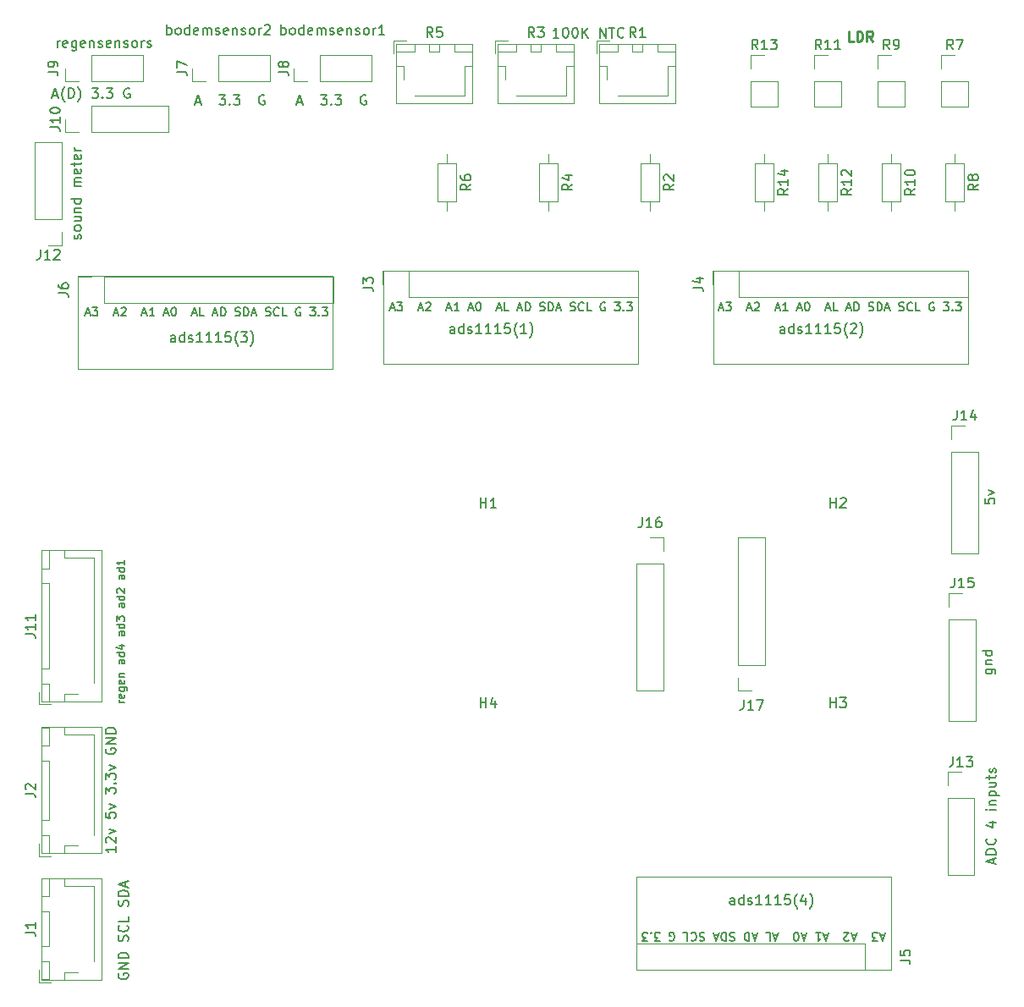
<source format=gbr>
%TF.GenerationSoftware,KiCad,Pcbnew,8.0.3*%
%TF.CreationDate,2024-11-19T22:00:55+01:00*%
%TF.ProjectId,weerstation-analoog,77656572-7374-4617-9469-6f6e2d616e61,rev?*%
%TF.SameCoordinates,Original*%
%TF.FileFunction,Legend,Top*%
%TF.FilePolarity,Positive*%
%FSLAX46Y46*%
G04 Gerber Fmt 4.6, Leading zero omitted, Abs format (unit mm)*
G04 Created by KiCad (PCBNEW 8.0.3) date 2024-11-19 22:00:55*
%MOMM*%
%LPD*%
G01*
G04 APERTURE LIST*
%ADD10C,0.100000*%
%ADD11C,0.150000*%
%ADD12C,0.250000*%
%ADD13C,0.200000*%
%ADD14C,0.120000*%
G04 APERTURE END LIST*
D10*
X82550000Y-38026728D02*
X108003358Y-38026728D01*
X108003358Y-47340140D01*
X82550000Y-47340140D01*
X82550000Y-38026728D01*
X49558095Y-38026728D02*
X75011453Y-38026728D01*
X75011453Y-47340140D01*
X49558095Y-47340140D01*
X49558095Y-38026728D01*
X18974212Y-38599482D02*
X44427570Y-38599482D01*
X44427570Y-47912894D01*
X18974212Y-47912894D01*
X18974212Y-38599482D01*
X74876642Y-98695062D02*
X100330000Y-98695062D01*
X100330000Y-108008474D01*
X74876642Y-108008474D01*
X74876642Y-98695062D01*
D11*
X50210651Y-41809320D02*
X50615413Y-41809320D01*
X50129699Y-42052177D02*
X50413032Y-41202177D01*
X50413032Y-41202177D02*
X50696366Y-42052177D01*
X50898746Y-41202177D02*
X51424937Y-41202177D01*
X51424937Y-41202177D02*
X51141603Y-41525986D01*
X51141603Y-41525986D02*
X51263032Y-41525986D01*
X51263032Y-41525986D02*
X51343984Y-41566462D01*
X51343984Y-41566462D02*
X51384460Y-41606939D01*
X51384460Y-41606939D02*
X51424937Y-41687891D01*
X51424937Y-41687891D02*
X51424937Y-41890272D01*
X51424937Y-41890272D02*
X51384460Y-41971224D01*
X51384460Y-41971224D02*
X51343984Y-42011701D01*
X51343984Y-42011701D02*
X51263032Y-42052177D01*
X51263032Y-42052177D02*
X51020175Y-42052177D01*
X51020175Y-42052177D02*
X50939222Y-42011701D01*
X50939222Y-42011701D02*
X50898746Y-41971224D01*
X53043984Y-41809320D02*
X53448746Y-41809320D01*
X52963032Y-42052177D02*
X53246365Y-41202177D01*
X53246365Y-41202177D02*
X53529699Y-42052177D01*
X53772555Y-41283129D02*
X53813031Y-41242653D01*
X53813031Y-41242653D02*
X53893984Y-41202177D01*
X53893984Y-41202177D02*
X54096365Y-41202177D01*
X54096365Y-41202177D02*
X54177317Y-41242653D01*
X54177317Y-41242653D02*
X54217793Y-41283129D01*
X54217793Y-41283129D02*
X54258270Y-41364081D01*
X54258270Y-41364081D02*
X54258270Y-41445034D01*
X54258270Y-41445034D02*
X54217793Y-41566462D01*
X54217793Y-41566462D02*
X53732079Y-42052177D01*
X53732079Y-42052177D02*
X54258270Y-42052177D01*
X55877317Y-41809320D02*
X56282079Y-41809320D01*
X55796365Y-42052177D02*
X56079698Y-41202177D01*
X56079698Y-41202177D02*
X56363032Y-42052177D01*
X57091603Y-42052177D02*
X56605888Y-42052177D01*
X56848745Y-42052177D02*
X56848745Y-41202177D01*
X56848745Y-41202177D02*
X56767793Y-41323605D01*
X56767793Y-41323605D02*
X56686841Y-41404558D01*
X56686841Y-41404558D02*
X56605888Y-41445034D01*
X58063031Y-41809320D02*
X58467793Y-41809320D01*
X57982079Y-42052177D02*
X58265412Y-41202177D01*
X58265412Y-41202177D02*
X58548746Y-42052177D01*
X58993983Y-41202177D02*
X59074936Y-41202177D01*
X59074936Y-41202177D02*
X59155888Y-41242653D01*
X59155888Y-41242653D02*
X59196364Y-41283129D01*
X59196364Y-41283129D02*
X59236840Y-41364081D01*
X59236840Y-41364081D02*
X59277317Y-41525986D01*
X59277317Y-41525986D02*
X59277317Y-41728367D01*
X59277317Y-41728367D02*
X59236840Y-41890272D01*
X59236840Y-41890272D02*
X59196364Y-41971224D01*
X59196364Y-41971224D02*
X59155888Y-42011701D01*
X59155888Y-42011701D02*
X59074936Y-42052177D01*
X59074936Y-42052177D02*
X58993983Y-42052177D01*
X58993983Y-42052177D02*
X58913031Y-42011701D01*
X58913031Y-42011701D02*
X58872555Y-41971224D01*
X58872555Y-41971224D02*
X58832078Y-41890272D01*
X58832078Y-41890272D02*
X58791602Y-41728367D01*
X58791602Y-41728367D02*
X58791602Y-41525986D01*
X58791602Y-41525986D02*
X58832078Y-41364081D01*
X58832078Y-41364081D02*
X58872555Y-41283129D01*
X58872555Y-41283129D02*
X58913031Y-41242653D01*
X58913031Y-41242653D02*
X58993983Y-41202177D01*
X60896364Y-41809320D02*
X61301126Y-41809320D01*
X60815412Y-42052177D02*
X61098745Y-41202177D01*
X61098745Y-41202177D02*
X61382079Y-42052177D01*
X62070173Y-42052177D02*
X61665411Y-42052177D01*
X61665411Y-42052177D02*
X61665411Y-41202177D01*
X62960649Y-41809320D02*
X63365411Y-41809320D01*
X62879697Y-42052177D02*
X63163030Y-41202177D01*
X63163030Y-41202177D02*
X63446364Y-42052177D01*
X63729696Y-42052177D02*
X63729696Y-41202177D01*
X63729696Y-41202177D02*
X63932077Y-41202177D01*
X63932077Y-41202177D02*
X64053506Y-41242653D01*
X64053506Y-41242653D02*
X64134458Y-41323605D01*
X64134458Y-41323605D02*
X64174935Y-41404558D01*
X64174935Y-41404558D02*
X64215411Y-41566462D01*
X64215411Y-41566462D02*
X64215411Y-41687891D01*
X64215411Y-41687891D02*
X64174935Y-41849796D01*
X64174935Y-41849796D02*
X64134458Y-41930748D01*
X64134458Y-41930748D02*
X64053506Y-42011701D01*
X64053506Y-42011701D02*
X63932077Y-42052177D01*
X63932077Y-42052177D02*
X63729696Y-42052177D01*
X65186839Y-42011701D02*
X65308268Y-42052177D01*
X65308268Y-42052177D02*
X65510649Y-42052177D01*
X65510649Y-42052177D02*
X65591601Y-42011701D01*
X65591601Y-42011701D02*
X65632077Y-41971224D01*
X65632077Y-41971224D02*
X65672554Y-41890272D01*
X65672554Y-41890272D02*
X65672554Y-41809320D01*
X65672554Y-41809320D02*
X65632077Y-41728367D01*
X65632077Y-41728367D02*
X65591601Y-41687891D01*
X65591601Y-41687891D02*
X65510649Y-41647415D01*
X65510649Y-41647415D02*
X65348744Y-41606939D01*
X65348744Y-41606939D02*
X65267792Y-41566462D01*
X65267792Y-41566462D02*
X65227315Y-41525986D01*
X65227315Y-41525986D02*
X65186839Y-41445034D01*
X65186839Y-41445034D02*
X65186839Y-41364081D01*
X65186839Y-41364081D02*
X65227315Y-41283129D01*
X65227315Y-41283129D02*
X65267792Y-41242653D01*
X65267792Y-41242653D02*
X65348744Y-41202177D01*
X65348744Y-41202177D02*
X65551125Y-41202177D01*
X65551125Y-41202177D02*
X65672554Y-41242653D01*
X66036839Y-42052177D02*
X66036839Y-41202177D01*
X66036839Y-41202177D02*
X66239220Y-41202177D01*
X66239220Y-41202177D02*
X66360649Y-41242653D01*
X66360649Y-41242653D02*
X66441601Y-41323605D01*
X66441601Y-41323605D02*
X66482078Y-41404558D01*
X66482078Y-41404558D02*
X66522554Y-41566462D01*
X66522554Y-41566462D02*
X66522554Y-41687891D01*
X66522554Y-41687891D02*
X66482078Y-41849796D01*
X66482078Y-41849796D02*
X66441601Y-41930748D01*
X66441601Y-41930748D02*
X66360649Y-42011701D01*
X66360649Y-42011701D02*
X66239220Y-42052177D01*
X66239220Y-42052177D02*
X66036839Y-42052177D01*
X66846363Y-41809320D02*
X67251125Y-41809320D01*
X66765411Y-42052177D02*
X67048744Y-41202177D01*
X67048744Y-41202177D02*
X67332078Y-42052177D01*
X68222553Y-42011701D02*
X68343982Y-42052177D01*
X68343982Y-42052177D02*
X68546363Y-42052177D01*
X68546363Y-42052177D02*
X68627315Y-42011701D01*
X68627315Y-42011701D02*
X68667791Y-41971224D01*
X68667791Y-41971224D02*
X68708268Y-41890272D01*
X68708268Y-41890272D02*
X68708268Y-41809320D01*
X68708268Y-41809320D02*
X68667791Y-41728367D01*
X68667791Y-41728367D02*
X68627315Y-41687891D01*
X68627315Y-41687891D02*
X68546363Y-41647415D01*
X68546363Y-41647415D02*
X68384458Y-41606939D01*
X68384458Y-41606939D02*
X68303506Y-41566462D01*
X68303506Y-41566462D02*
X68263029Y-41525986D01*
X68263029Y-41525986D02*
X68222553Y-41445034D01*
X68222553Y-41445034D02*
X68222553Y-41364081D01*
X68222553Y-41364081D02*
X68263029Y-41283129D01*
X68263029Y-41283129D02*
X68303506Y-41242653D01*
X68303506Y-41242653D02*
X68384458Y-41202177D01*
X68384458Y-41202177D02*
X68586839Y-41202177D01*
X68586839Y-41202177D02*
X68708268Y-41242653D01*
X69558268Y-41971224D02*
X69517792Y-42011701D01*
X69517792Y-42011701D02*
X69396363Y-42052177D01*
X69396363Y-42052177D02*
X69315411Y-42052177D01*
X69315411Y-42052177D02*
X69193982Y-42011701D01*
X69193982Y-42011701D02*
X69113030Y-41930748D01*
X69113030Y-41930748D02*
X69072553Y-41849796D01*
X69072553Y-41849796D02*
X69032077Y-41687891D01*
X69032077Y-41687891D02*
X69032077Y-41566462D01*
X69032077Y-41566462D02*
X69072553Y-41404558D01*
X69072553Y-41404558D02*
X69113030Y-41323605D01*
X69113030Y-41323605D02*
X69193982Y-41242653D01*
X69193982Y-41242653D02*
X69315411Y-41202177D01*
X69315411Y-41202177D02*
X69396363Y-41202177D01*
X69396363Y-41202177D02*
X69517792Y-41242653D01*
X69517792Y-41242653D02*
X69558268Y-41283129D01*
X70327315Y-42052177D02*
X69922553Y-42052177D01*
X69922553Y-42052177D02*
X69922553Y-41202177D01*
X71703506Y-41242653D02*
X71622553Y-41202177D01*
X71622553Y-41202177D02*
X71501125Y-41202177D01*
X71501125Y-41202177D02*
X71379696Y-41242653D01*
X71379696Y-41242653D02*
X71298744Y-41323605D01*
X71298744Y-41323605D02*
X71258267Y-41404558D01*
X71258267Y-41404558D02*
X71217791Y-41566462D01*
X71217791Y-41566462D02*
X71217791Y-41687891D01*
X71217791Y-41687891D02*
X71258267Y-41849796D01*
X71258267Y-41849796D02*
X71298744Y-41930748D01*
X71298744Y-41930748D02*
X71379696Y-42011701D01*
X71379696Y-42011701D02*
X71501125Y-42052177D01*
X71501125Y-42052177D02*
X71582077Y-42052177D01*
X71582077Y-42052177D02*
X71703506Y-42011701D01*
X71703506Y-42011701D02*
X71743982Y-41971224D01*
X71743982Y-41971224D02*
X71743982Y-41687891D01*
X71743982Y-41687891D02*
X71582077Y-41687891D01*
X72674934Y-41202177D02*
X73201125Y-41202177D01*
X73201125Y-41202177D02*
X72917791Y-41525986D01*
X72917791Y-41525986D02*
X73039220Y-41525986D01*
X73039220Y-41525986D02*
X73120172Y-41566462D01*
X73120172Y-41566462D02*
X73160648Y-41606939D01*
X73160648Y-41606939D02*
X73201125Y-41687891D01*
X73201125Y-41687891D02*
X73201125Y-41890272D01*
X73201125Y-41890272D02*
X73160648Y-41971224D01*
X73160648Y-41971224D02*
X73120172Y-42011701D01*
X73120172Y-42011701D02*
X73039220Y-42052177D01*
X73039220Y-42052177D02*
X72796363Y-42052177D01*
X72796363Y-42052177D02*
X72715410Y-42011701D01*
X72715410Y-42011701D02*
X72674934Y-41971224D01*
X73565410Y-41971224D02*
X73605887Y-42011701D01*
X73605887Y-42011701D02*
X73565410Y-42052177D01*
X73565410Y-42052177D02*
X73524934Y-42011701D01*
X73524934Y-42011701D02*
X73565410Y-41971224D01*
X73565410Y-41971224D02*
X73565410Y-42052177D01*
X73889220Y-41202177D02*
X74415411Y-41202177D01*
X74415411Y-41202177D02*
X74132077Y-41525986D01*
X74132077Y-41525986D02*
X74253506Y-41525986D01*
X74253506Y-41525986D02*
X74334458Y-41566462D01*
X74334458Y-41566462D02*
X74374934Y-41606939D01*
X74374934Y-41606939D02*
X74415411Y-41687891D01*
X74415411Y-41687891D02*
X74415411Y-41890272D01*
X74415411Y-41890272D02*
X74374934Y-41971224D01*
X74374934Y-41971224D02*
X74334458Y-42011701D01*
X74334458Y-42011701D02*
X74253506Y-42052177D01*
X74253506Y-42052177D02*
X74010649Y-42052177D01*
X74010649Y-42052177D02*
X73929696Y-42011701D01*
X73929696Y-42011701D02*
X73889220Y-41971224D01*
X27877142Y-14424819D02*
X27877142Y-13424819D01*
X27877142Y-13805771D02*
X27972380Y-13758152D01*
X27972380Y-13758152D02*
X28162856Y-13758152D01*
X28162856Y-13758152D02*
X28258094Y-13805771D01*
X28258094Y-13805771D02*
X28305713Y-13853390D01*
X28305713Y-13853390D02*
X28353332Y-13948628D01*
X28353332Y-13948628D02*
X28353332Y-14234342D01*
X28353332Y-14234342D02*
X28305713Y-14329580D01*
X28305713Y-14329580D02*
X28258094Y-14377200D01*
X28258094Y-14377200D02*
X28162856Y-14424819D01*
X28162856Y-14424819D02*
X27972380Y-14424819D01*
X27972380Y-14424819D02*
X27877142Y-14377200D01*
X28924761Y-14424819D02*
X28829523Y-14377200D01*
X28829523Y-14377200D02*
X28781904Y-14329580D01*
X28781904Y-14329580D02*
X28734285Y-14234342D01*
X28734285Y-14234342D02*
X28734285Y-13948628D01*
X28734285Y-13948628D02*
X28781904Y-13853390D01*
X28781904Y-13853390D02*
X28829523Y-13805771D01*
X28829523Y-13805771D02*
X28924761Y-13758152D01*
X28924761Y-13758152D02*
X29067618Y-13758152D01*
X29067618Y-13758152D02*
X29162856Y-13805771D01*
X29162856Y-13805771D02*
X29210475Y-13853390D01*
X29210475Y-13853390D02*
X29258094Y-13948628D01*
X29258094Y-13948628D02*
X29258094Y-14234342D01*
X29258094Y-14234342D02*
X29210475Y-14329580D01*
X29210475Y-14329580D02*
X29162856Y-14377200D01*
X29162856Y-14377200D02*
X29067618Y-14424819D01*
X29067618Y-14424819D02*
X28924761Y-14424819D01*
X30115237Y-14424819D02*
X30115237Y-13424819D01*
X30115237Y-14377200D02*
X30019999Y-14424819D01*
X30019999Y-14424819D02*
X29829523Y-14424819D01*
X29829523Y-14424819D02*
X29734285Y-14377200D01*
X29734285Y-14377200D02*
X29686666Y-14329580D01*
X29686666Y-14329580D02*
X29639047Y-14234342D01*
X29639047Y-14234342D02*
X29639047Y-13948628D01*
X29639047Y-13948628D02*
X29686666Y-13853390D01*
X29686666Y-13853390D02*
X29734285Y-13805771D01*
X29734285Y-13805771D02*
X29829523Y-13758152D01*
X29829523Y-13758152D02*
X30019999Y-13758152D01*
X30019999Y-13758152D02*
X30115237Y-13805771D01*
X30972380Y-14377200D02*
X30877142Y-14424819D01*
X30877142Y-14424819D02*
X30686666Y-14424819D01*
X30686666Y-14424819D02*
X30591428Y-14377200D01*
X30591428Y-14377200D02*
X30543809Y-14281961D01*
X30543809Y-14281961D02*
X30543809Y-13901009D01*
X30543809Y-13901009D02*
X30591428Y-13805771D01*
X30591428Y-13805771D02*
X30686666Y-13758152D01*
X30686666Y-13758152D02*
X30877142Y-13758152D01*
X30877142Y-13758152D02*
X30972380Y-13805771D01*
X30972380Y-13805771D02*
X31019999Y-13901009D01*
X31019999Y-13901009D02*
X31019999Y-13996247D01*
X31019999Y-13996247D02*
X30543809Y-14091485D01*
X31448571Y-14424819D02*
X31448571Y-13758152D01*
X31448571Y-13853390D02*
X31496190Y-13805771D01*
X31496190Y-13805771D02*
X31591428Y-13758152D01*
X31591428Y-13758152D02*
X31734285Y-13758152D01*
X31734285Y-13758152D02*
X31829523Y-13805771D01*
X31829523Y-13805771D02*
X31877142Y-13901009D01*
X31877142Y-13901009D02*
X31877142Y-14424819D01*
X31877142Y-13901009D02*
X31924761Y-13805771D01*
X31924761Y-13805771D02*
X32019999Y-13758152D01*
X32019999Y-13758152D02*
X32162856Y-13758152D01*
X32162856Y-13758152D02*
X32258095Y-13805771D01*
X32258095Y-13805771D02*
X32305714Y-13901009D01*
X32305714Y-13901009D02*
X32305714Y-14424819D01*
X32734285Y-14377200D02*
X32829523Y-14424819D01*
X32829523Y-14424819D02*
X33019999Y-14424819D01*
X33019999Y-14424819D02*
X33115237Y-14377200D01*
X33115237Y-14377200D02*
X33162856Y-14281961D01*
X33162856Y-14281961D02*
X33162856Y-14234342D01*
X33162856Y-14234342D02*
X33115237Y-14139104D01*
X33115237Y-14139104D02*
X33019999Y-14091485D01*
X33019999Y-14091485D02*
X32877142Y-14091485D01*
X32877142Y-14091485D02*
X32781904Y-14043866D01*
X32781904Y-14043866D02*
X32734285Y-13948628D01*
X32734285Y-13948628D02*
X32734285Y-13901009D01*
X32734285Y-13901009D02*
X32781904Y-13805771D01*
X32781904Y-13805771D02*
X32877142Y-13758152D01*
X32877142Y-13758152D02*
X33019999Y-13758152D01*
X33019999Y-13758152D02*
X33115237Y-13805771D01*
X33972380Y-14377200D02*
X33877142Y-14424819D01*
X33877142Y-14424819D02*
X33686666Y-14424819D01*
X33686666Y-14424819D02*
X33591428Y-14377200D01*
X33591428Y-14377200D02*
X33543809Y-14281961D01*
X33543809Y-14281961D02*
X33543809Y-13901009D01*
X33543809Y-13901009D02*
X33591428Y-13805771D01*
X33591428Y-13805771D02*
X33686666Y-13758152D01*
X33686666Y-13758152D02*
X33877142Y-13758152D01*
X33877142Y-13758152D02*
X33972380Y-13805771D01*
X33972380Y-13805771D02*
X34019999Y-13901009D01*
X34019999Y-13901009D02*
X34019999Y-13996247D01*
X34019999Y-13996247D02*
X33543809Y-14091485D01*
X34448571Y-13758152D02*
X34448571Y-14424819D01*
X34448571Y-13853390D02*
X34496190Y-13805771D01*
X34496190Y-13805771D02*
X34591428Y-13758152D01*
X34591428Y-13758152D02*
X34734285Y-13758152D01*
X34734285Y-13758152D02*
X34829523Y-13805771D01*
X34829523Y-13805771D02*
X34877142Y-13901009D01*
X34877142Y-13901009D02*
X34877142Y-14424819D01*
X35305714Y-14377200D02*
X35400952Y-14424819D01*
X35400952Y-14424819D02*
X35591428Y-14424819D01*
X35591428Y-14424819D02*
X35686666Y-14377200D01*
X35686666Y-14377200D02*
X35734285Y-14281961D01*
X35734285Y-14281961D02*
X35734285Y-14234342D01*
X35734285Y-14234342D02*
X35686666Y-14139104D01*
X35686666Y-14139104D02*
X35591428Y-14091485D01*
X35591428Y-14091485D02*
X35448571Y-14091485D01*
X35448571Y-14091485D02*
X35353333Y-14043866D01*
X35353333Y-14043866D02*
X35305714Y-13948628D01*
X35305714Y-13948628D02*
X35305714Y-13901009D01*
X35305714Y-13901009D02*
X35353333Y-13805771D01*
X35353333Y-13805771D02*
X35448571Y-13758152D01*
X35448571Y-13758152D02*
X35591428Y-13758152D01*
X35591428Y-13758152D02*
X35686666Y-13805771D01*
X36305714Y-14424819D02*
X36210476Y-14377200D01*
X36210476Y-14377200D02*
X36162857Y-14329580D01*
X36162857Y-14329580D02*
X36115238Y-14234342D01*
X36115238Y-14234342D02*
X36115238Y-13948628D01*
X36115238Y-13948628D02*
X36162857Y-13853390D01*
X36162857Y-13853390D02*
X36210476Y-13805771D01*
X36210476Y-13805771D02*
X36305714Y-13758152D01*
X36305714Y-13758152D02*
X36448571Y-13758152D01*
X36448571Y-13758152D02*
X36543809Y-13805771D01*
X36543809Y-13805771D02*
X36591428Y-13853390D01*
X36591428Y-13853390D02*
X36639047Y-13948628D01*
X36639047Y-13948628D02*
X36639047Y-14234342D01*
X36639047Y-14234342D02*
X36591428Y-14329580D01*
X36591428Y-14329580D02*
X36543809Y-14377200D01*
X36543809Y-14377200D02*
X36448571Y-14424819D01*
X36448571Y-14424819D02*
X36305714Y-14424819D01*
X37067619Y-14424819D02*
X37067619Y-13758152D01*
X37067619Y-13948628D02*
X37115238Y-13853390D01*
X37115238Y-13853390D02*
X37162857Y-13805771D01*
X37162857Y-13805771D02*
X37258095Y-13758152D01*
X37258095Y-13758152D02*
X37353333Y-13758152D01*
X37639048Y-13520057D02*
X37686667Y-13472438D01*
X37686667Y-13472438D02*
X37781905Y-13424819D01*
X37781905Y-13424819D02*
X38020000Y-13424819D01*
X38020000Y-13424819D02*
X38115238Y-13472438D01*
X38115238Y-13472438D02*
X38162857Y-13520057D01*
X38162857Y-13520057D02*
X38210476Y-13615295D01*
X38210476Y-13615295D02*
X38210476Y-13710533D01*
X38210476Y-13710533D02*
X38162857Y-13853390D01*
X38162857Y-13853390D02*
X37591429Y-14424819D01*
X37591429Y-14424819D02*
X38210476Y-14424819D01*
D12*
X96572624Y-15081011D02*
X96096434Y-15081011D01*
X96096434Y-15081011D02*
X96096434Y-14081011D01*
X96905958Y-15081011D02*
X96905958Y-14081011D01*
X96905958Y-14081011D02*
X97144053Y-14081011D01*
X97144053Y-14081011D02*
X97286910Y-14128630D01*
X97286910Y-14128630D02*
X97382148Y-14223868D01*
X97382148Y-14223868D02*
X97429767Y-14319106D01*
X97429767Y-14319106D02*
X97477386Y-14509582D01*
X97477386Y-14509582D02*
X97477386Y-14652439D01*
X97477386Y-14652439D02*
X97429767Y-14842915D01*
X97429767Y-14842915D02*
X97382148Y-14938153D01*
X97382148Y-14938153D02*
X97286910Y-15033392D01*
X97286910Y-15033392D02*
X97144053Y-15081011D01*
X97144053Y-15081011D02*
X96905958Y-15081011D01*
X98477386Y-15081011D02*
X98144053Y-14604820D01*
X97905958Y-15081011D02*
X97905958Y-14081011D01*
X97905958Y-14081011D02*
X98286910Y-14081011D01*
X98286910Y-14081011D02*
X98382148Y-14128630D01*
X98382148Y-14128630D02*
X98429767Y-14176249D01*
X98429767Y-14176249D02*
X98477386Y-14271487D01*
X98477386Y-14271487D02*
X98477386Y-14414344D01*
X98477386Y-14414344D02*
X98429767Y-14509582D01*
X98429767Y-14509582D02*
X98382148Y-14557201D01*
X98382148Y-14557201D02*
X98286910Y-14604820D01*
X98286910Y-14604820D02*
X97905958Y-14604820D01*
D11*
X23047438Y-108359411D02*
X22999819Y-108454649D01*
X22999819Y-108454649D02*
X22999819Y-108597506D01*
X22999819Y-108597506D02*
X23047438Y-108740363D01*
X23047438Y-108740363D02*
X23142676Y-108835601D01*
X23142676Y-108835601D02*
X23237914Y-108883220D01*
X23237914Y-108883220D02*
X23428390Y-108930839D01*
X23428390Y-108930839D02*
X23571247Y-108930839D01*
X23571247Y-108930839D02*
X23761723Y-108883220D01*
X23761723Y-108883220D02*
X23856961Y-108835601D01*
X23856961Y-108835601D02*
X23952200Y-108740363D01*
X23952200Y-108740363D02*
X23999819Y-108597506D01*
X23999819Y-108597506D02*
X23999819Y-108502268D01*
X23999819Y-108502268D02*
X23952200Y-108359411D01*
X23952200Y-108359411D02*
X23904580Y-108311792D01*
X23904580Y-108311792D02*
X23571247Y-108311792D01*
X23571247Y-108311792D02*
X23571247Y-108502268D01*
X23999819Y-107883220D02*
X22999819Y-107883220D01*
X22999819Y-107883220D02*
X23999819Y-107311792D01*
X23999819Y-107311792D02*
X22999819Y-107311792D01*
X23999819Y-106835601D02*
X22999819Y-106835601D01*
X22999819Y-106835601D02*
X22999819Y-106597506D01*
X22999819Y-106597506D02*
X23047438Y-106454649D01*
X23047438Y-106454649D02*
X23142676Y-106359411D01*
X23142676Y-106359411D02*
X23237914Y-106311792D01*
X23237914Y-106311792D02*
X23428390Y-106264173D01*
X23428390Y-106264173D02*
X23571247Y-106264173D01*
X23571247Y-106264173D02*
X23761723Y-106311792D01*
X23761723Y-106311792D02*
X23856961Y-106359411D01*
X23856961Y-106359411D02*
X23952200Y-106454649D01*
X23952200Y-106454649D02*
X23999819Y-106597506D01*
X23999819Y-106597506D02*
X23999819Y-106835601D01*
X23952200Y-105121315D02*
X23999819Y-104978458D01*
X23999819Y-104978458D02*
X23999819Y-104740363D01*
X23999819Y-104740363D02*
X23952200Y-104645125D01*
X23952200Y-104645125D02*
X23904580Y-104597506D01*
X23904580Y-104597506D02*
X23809342Y-104549887D01*
X23809342Y-104549887D02*
X23714104Y-104549887D01*
X23714104Y-104549887D02*
X23618866Y-104597506D01*
X23618866Y-104597506D02*
X23571247Y-104645125D01*
X23571247Y-104645125D02*
X23523628Y-104740363D01*
X23523628Y-104740363D02*
X23476009Y-104930839D01*
X23476009Y-104930839D02*
X23428390Y-105026077D01*
X23428390Y-105026077D02*
X23380771Y-105073696D01*
X23380771Y-105073696D02*
X23285533Y-105121315D01*
X23285533Y-105121315D02*
X23190295Y-105121315D01*
X23190295Y-105121315D02*
X23095057Y-105073696D01*
X23095057Y-105073696D02*
X23047438Y-105026077D01*
X23047438Y-105026077D02*
X22999819Y-104930839D01*
X22999819Y-104930839D02*
X22999819Y-104692744D01*
X22999819Y-104692744D02*
X23047438Y-104549887D01*
X23904580Y-103549887D02*
X23952200Y-103597506D01*
X23952200Y-103597506D02*
X23999819Y-103740363D01*
X23999819Y-103740363D02*
X23999819Y-103835601D01*
X23999819Y-103835601D02*
X23952200Y-103978458D01*
X23952200Y-103978458D02*
X23856961Y-104073696D01*
X23856961Y-104073696D02*
X23761723Y-104121315D01*
X23761723Y-104121315D02*
X23571247Y-104168934D01*
X23571247Y-104168934D02*
X23428390Y-104168934D01*
X23428390Y-104168934D02*
X23237914Y-104121315D01*
X23237914Y-104121315D02*
X23142676Y-104073696D01*
X23142676Y-104073696D02*
X23047438Y-103978458D01*
X23047438Y-103978458D02*
X22999819Y-103835601D01*
X22999819Y-103835601D02*
X22999819Y-103740363D01*
X22999819Y-103740363D02*
X23047438Y-103597506D01*
X23047438Y-103597506D02*
X23095057Y-103549887D01*
X23999819Y-102645125D02*
X23999819Y-103121315D01*
X23999819Y-103121315D02*
X22999819Y-103121315D01*
X23952200Y-101597505D02*
X23999819Y-101454648D01*
X23999819Y-101454648D02*
X23999819Y-101216553D01*
X23999819Y-101216553D02*
X23952200Y-101121315D01*
X23952200Y-101121315D02*
X23904580Y-101073696D01*
X23904580Y-101073696D02*
X23809342Y-101026077D01*
X23809342Y-101026077D02*
X23714104Y-101026077D01*
X23714104Y-101026077D02*
X23618866Y-101073696D01*
X23618866Y-101073696D02*
X23571247Y-101121315D01*
X23571247Y-101121315D02*
X23523628Y-101216553D01*
X23523628Y-101216553D02*
X23476009Y-101407029D01*
X23476009Y-101407029D02*
X23428390Y-101502267D01*
X23428390Y-101502267D02*
X23380771Y-101549886D01*
X23380771Y-101549886D02*
X23285533Y-101597505D01*
X23285533Y-101597505D02*
X23190295Y-101597505D01*
X23190295Y-101597505D02*
X23095057Y-101549886D01*
X23095057Y-101549886D02*
X23047438Y-101502267D01*
X23047438Y-101502267D02*
X22999819Y-101407029D01*
X22999819Y-101407029D02*
X22999819Y-101168934D01*
X22999819Y-101168934D02*
X23047438Y-101026077D01*
X23999819Y-100597505D02*
X22999819Y-100597505D01*
X22999819Y-100597505D02*
X22999819Y-100359410D01*
X22999819Y-100359410D02*
X23047438Y-100216553D01*
X23047438Y-100216553D02*
X23142676Y-100121315D01*
X23142676Y-100121315D02*
X23237914Y-100073696D01*
X23237914Y-100073696D02*
X23428390Y-100026077D01*
X23428390Y-100026077D02*
X23571247Y-100026077D01*
X23571247Y-100026077D02*
X23761723Y-100073696D01*
X23761723Y-100073696D02*
X23856961Y-100121315D01*
X23856961Y-100121315D02*
X23952200Y-100216553D01*
X23952200Y-100216553D02*
X23999819Y-100359410D01*
X23999819Y-100359410D02*
X23999819Y-100597505D01*
X23714104Y-99645124D02*
X23714104Y-99168934D01*
X23999819Y-99740362D02*
X22999819Y-99407029D01*
X22999819Y-99407029D02*
X23999819Y-99073696D01*
X84656958Y-101469819D02*
X84656958Y-100946009D01*
X84656958Y-100946009D02*
X84609339Y-100850771D01*
X84609339Y-100850771D02*
X84514101Y-100803152D01*
X84514101Y-100803152D02*
X84323625Y-100803152D01*
X84323625Y-100803152D02*
X84228387Y-100850771D01*
X84656958Y-101422200D02*
X84561720Y-101469819D01*
X84561720Y-101469819D02*
X84323625Y-101469819D01*
X84323625Y-101469819D02*
X84228387Y-101422200D01*
X84228387Y-101422200D02*
X84180768Y-101326961D01*
X84180768Y-101326961D02*
X84180768Y-101231723D01*
X84180768Y-101231723D02*
X84228387Y-101136485D01*
X84228387Y-101136485D02*
X84323625Y-101088866D01*
X84323625Y-101088866D02*
X84561720Y-101088866D01*
X84561720Y-101088866D02*
X84656958Y-101041247D01*
X85561720Y-101469819D02*
X85561720Y-100469819D01*
X85561720Y-101422200D02*
X85466482Y-101469819D01*
X85466482Y-101469819D02*
X85276006Y-101469819D01*
X85276006Y-101469819D02*
X85180768Y-101422200D01*
X85180768Y-101422200D02*
X85133149Y-101374580D01*
X85133149Y-101374580D02*
X85085530Y-101279342D01*
X85085530Y-101279342D02*
X85085530Y-100993628D01*
X85085530Y-100993628D02*
X85133149Y-100898390D01*
X85133149Y-100898390D02*
X85180768Y-100850771D01*
X85180768Y-100850771D02*
X85276006Y-100803152D01*
X85276006Y-100803152D02*
X85466482Y-100803152D01*
X85466482Y-100803152D02*
X85561720Y-100850771D01*
X85990292Y-101422200D02*
X86085530Y-101469819D01*
X86085530Y-101469819D02*
X86276006Y-101469819D01*
X86276006Y-101469819D02*
X86371244Y-101422200D01*
X86371244Y-101422200D02*
X86418863Y-101326961D01*
X86418863Y-101326961D02*
X86418863Y-101279342D01*
X86418863Y-101279342D02*
X86371244Y-101184104D01*
X86371244Y-101184104D02*
X86276006Y-101136485D01*
X86276006Y-101136485D02*
X86133149Y-101136485D01*
X86133149Y-101136485D02*
X86037911Y-101088866D01*
X86037911Y-101088866D02*
X85990292Y-100993628D01*
X85990292Y-100993628D02*
X85990292Y-100946009D01*
X85990292Y-100946009D02*
X86037911Y-100850771D01*
X86037911Y-100850771D02*
X86133149Y-100803152D01*
X86133149Y-100803152D02*
X86276006Y-100803152D01*
X86276006Y-100803152D02*
X86371244Y-100850771D01*
X87371244Y-101469819D02*
X86799816Y-101469819D01*
X87085530Y-101469819D02*
X87085530Y-100469819D01*
X87085530Y-100469819D02*
X86990292Y-100612676D01*
X86990292Y-100612676D02*
X86895054Y-100707914D01*
X86895054Y-100707914D02*
X86799816Y-100755533D01*
X88323625Y-101469819D02*
X87752197Y-101469819D01*
X88037911Y-101469819D02*
X88037911Y-100469819D01*
X88037911Y-100469819D02*
X87942673Y-100612676D01*
X87942673Y-100612676D02*
X87847435Y-100707914D01*
X87847435Y-100707914D02*
X87752197Y-100755533D01*
X89276006Y-101469819D02*
X88704578Y-101469819D01*
X88990292Y-101469819D02*
X88990292Y-100469819D01*
X88990292Y-100469819D02*
X88895054Y-100612676D01*
X88895054Y-100612676D02*
X88799816Y-100707914D01*
X88799816Y-100707914D02*
X88704578Y-100755533D01*
X90180768Y-100469819D02*
X89704578Y-100469819D01*
X89704578Y-100469819D02*
X89656959Y-100946009D01*
X89656959Y-100946009D02*
X89704578Y-100898390D01*
X89704578Y-100898390D02*
X89799816Y-100850771D01*
X89799816Y-100850771D02*
X90037911Y-100850771D01*
X90037911Y-100850771D02*
X90133149Y-100898390D01*
X90133149Y-100898390D02*
X90180768Y-100946009D01*
X90180768Y-100946009D02*
X90228387Y-101041247D01*
X90228387Y-101041247D02*
X90228387Y-101279342D01*
X90228387Y-101279342D02*
X90180768Y-101374580D01*
X90180768Y-101374580D02*
X90133149Y-101422200D01*
X90133149Y-101422200D02*
X90037911Y-101469819D01*
X90037911Y-101469819D02*
X89799816Y-101469819D01*
X89799816Y-101469819D02*
X89704578Y-101422200D01*
X89704578Y-101422200D02*
X89656959Y-101374580D01*
X90942673Y-101850771D02*
X90895054Y-101803152D01*
X90895054Y-101803152D02*
X90799816Y-101660295D01*
X90799816Y-101660295D02*
X90752197Y-101565057D01*
X90752197Y-101565057D02*
X90704578Y-101422200D01*
X90704578Y-101422200D02*
X90656959Y-101184104D01*
X90656959Y-101184104D02*
X90656959Y-100993628D01*
X90656959Y-100993628D02*
X90704578Y-100755533D01*
X90704578Y-100755533D02*
X90752197Y-100612676D01*
X90752197Y-100612676D02*
X90799816Y-100517438D01*
X90799816Y-100517438D02*
X90895054Y-100374580D01*
X90895054Y-100374580D02*
X90942673Y-100326961D01*
X91752197Y-100803152D02*
X91752197Y-101469819D01*
X91514102Y-100422200D02*
X91276007Y-101136485D01*
X91276007Y-101136485D02*
X91895054Y-101136485D01*
X92180769Y-101850771D02*
X92228388Y-101803152D01*
X92228388Y-101803152D02*
X92323626Y-101660295D01*
X92323626Y-101660295D02*
X92371245Y-101565057D01*
X92371245Y-101565057D02*
X92418864Y-101422200D01*
X92418864Y-101422200D02*
X92466483Y-101184104D01*
X92466483Y-101184104D02*
X92466483Y-100993628D01*
X92466483Y-100993628D02*
X92418864Y-100755533D01*
X92418864Y-100755533D02*
X92371245Y-100612676D01*
X92371245Y-100612676D02*
X92323626Y-100517438D01*
X92323626Y-100517438D02*
X92228388Y-100374580D01*
X92228388Y-100374580D02*
X92180769Y-100326961D01*
X22729819Y-95659411D02*
X22729819Y-96230839D01*
X22729819Y-95945125D02*
X21729819Y-95945125D01*
X21729819Y-95945125D02*
X21872676Y-96040363D01*
X21872676Y-96040363D02*
X21967914Y-96135601D01*
X21967914Y-96135601D02*
X22015533Y-96230839D01*
X21825057Y-95278458D02*
X21777438Y-95230839D01*
X21777438Y-95230839D02*
X21729819Y-95135601D01*
X21729819Y-95135601D02*
X21729819Y-94897506D01*
X21729819Y-94897506D02*
X21777438Y-94802268D01*
X21777438Y-94802268D02*
X21825057Y-94754649D01*
X21825057Y-94754649D02*
X21920295Y-94707030D01*
X21920295Y-94707030D02*
X22015533Y-94707030D01*
X22015533Y-94707030D02*
X22158390Y-94754649D01*
X22158390Y-94754649D02*
X22729819Y-95326077D01*
X22729819Y-95326077D02*
X22729819Y-94707030D01*
X22063152Y-94373696D02*
X22729819Y-94135601D01*
X22729819Y-94135601D02*
X22063152Y-93897506D01*
X21729819Y-92278458D02*
X21729819Y-92754648D01*
X21729819Y-92754648D02*
X22206009Y-92802267D01*
X22206009Y-92802267D02*
X22158390Y-92754648D01*
X22158390Y-92754648D02*
X22110771Y-92659410D01*
X22110771Y-92659410D02*
X22110771Y-92421315D01*
X22110771Y-92421315D02*
X22158390Y-92326077D01*
X22158390Y-92326077D02*
X22206009Y-92278458D01*
X22206009Y-92278458D02*
X22301247Y-92230839D01*
X22301247Y-92230839D02*
X22539342Y-92230839D01*
X22539342Y-92230839D02*
X22634580Y-92278458D01*
X22634580Y-92278458D02*
X22682200Y-92326077D01*
X22682200Y-92326077D02*
X22729819Y-92421315D01*
X22729819Y-92421315D02*
X22729819Y-92659410D01*
X22729819Y-92659410D02*
X22682200Y-92754648D01*
X22682200Y-92754648D02*
X22634580Y-92802267D01*
X22063152Y-91897505D02*
X22729819Y-91659410D01*
X22729819Y-91659410D02*
X22063152Y-91421315D01*
X21729819Y-90373695D02*
X21729819Y-89754648D01*
X21729819Y-89754648D02*
X22110771Y-90087981D01*
X22110771Y-90087981D02*
X22110771Y-89945124D01*
X22110771Y-89945124D02*
X22158390Y-89849886D01*
X22158390Y-89849886D02*
X22206009Y-89802267D01*
X22206009Y-89802267D02*
X22301247Y-89754648D01*
X22301247Y-89754648D02*
X22539342Y-89754648D01*
X22539342Y-89754648D02*
X22634580Y-89802267D01*
X22634580Y-89802267D02*
X22682200Y-89849886D01*
X22682200Y-89849886D02*
X22729819Y-89945124D01*
X22729819Y-89945124D02*
X22729819Y-90230838D01*
X22729819Y-90230838D02*
X22682200Y-90326076D01*
X22682200Y-90326076D02*
X22634580Y-90373695D01*
X22634580Y-89326076D02*
X22682200Y-89278457D01*
X22682200Y-89278457D02*
X22729819Y-89326076D01*
X22729819Y-89326076D02*
X22682200Y-89373695D01*
X22682200Y-89373695D02*
X22634580Y-89326076D01*
X22634580Y-89326076D02*
X22729819Y-89326076D01*
X21729819Y-88945124D02*
X21729819Y-88326077D01*
X21729819Y-88326077D02*
X22110771Y-88659410D01*
X22110771Y-88659410D02*
X22110771Y-88516553D01*
X22110771Y-88516553D02*
X22158390Y-88421315D01*
X22158390Y-88421315D02*
X22206009Y-88373696D01*
X22206009Y-88373696D02*
X22301247Y-88326077D01*
X22301247Y-88326077D02*
X22539342Y-88326077D01*
X22539342Y-88326077D02*
X22634580Y-88373696D01*
X22634580Y-88373696D02*
X22682200Y-88421315D01*
X22682200Y-88421315D02*
X22729819Y-88516553D01*
X22729819Y-88516553D02*
X22729819Y-88802267D01*
X22729819Y-88802267D02*
X22682200Y-88897505D01*
X22682200Y-88897505D02*
X22634580Y-88945124D01*
X22063152Y-87992743D02*
X22729819Y-87754648D01*
X22729819Y-87754648D02*
X22063152Y-87516553D01*
X21777438Y-85849886D02*
X21729819Y-85945124D01*
X21729819Y-85945124D02*
X21729819Y-86087981D01*
X21729819Y-86087981D02*
X21777438Y-86230838D01*
X21777438Y-86230838D02*
X21872676Y-86326076D01*
X21872676Y-86326076D02*
X21967914Y-86373695D01*
X21967914Y-86373695D02*
X22158390Y-86421314D01*
X22158390Y-86421314D02*
X22301247Y-86421314D01*
X22301247Y-86421314D02*
X22491723Y-86373695D01*
X22491723Y-86373695D02*
X22586961Y-86326076D01*
X22586961Y-86326076D02*
X22682200Y-86230838D01*
X22682200Y-86230838D02*
X22729819Y-86087981D01*
X22729819Y-86087981D02*
X22729819Y-85992743D01*
X22729819Y-85992743D02*
X22682200Y-85849886D01*
X22682200Y-85849886D02*
X22634580Y-85802267D01*
X22634580Y-85802267D02*
X22301247Y-85802267D01*
X22301247Y-85802267D02*
X22301247Y-85992743D01*
X22729819Y-85373695D02*
X21729819Y-85373695D01*
X21729819Y-85373695D02*
X22729819Y-84802267D01*
X22729819Y-84802267D02*
X21729819Y-84802267D01*
X22729819Y-84326076D02*
X21729819Y-84326076D01*
X21729819Y-84326076D02*
X21729819Y-84087981D01*
X21729819Y-84087981D02*
X21777438Y-83945124D01*
X21777438Y-83945124D02*
X21872676Y-83849886D01*
X21872676Y-83849886D02*
X21967914Y-83802267D01*
X21967914Y-83802267D02*
X22158390Y-83754648D01*
X22158390Y-83754648D02*
X22301247Y-83754648D01*
X22301247Y-83754648D02*
X22491723Y-83802267D01*
X22491723Y-83802267D02*
X22586961Y-83849886D01*
X22586961Y-83849886D02*
X22682200Y-83945124D01*
X22682200Y-83945124D02*
X22729819Y-84087981D01*
X22729819Y-84087981D02*
X22729819Y-84326076D01*
X28705350Y-45177319D02*
X28705350Y-44653509D01*
X28705350Y-44653509D02*
X28657731Y-44558271D01*
X28657731Y-44558271D02*
X28562493Y-44510652D01*
X28562493Y-44510652D02*
X28372017Y-44510652D01*
X28372017Y-44510652D02*
X28276779Y-44558271D01*
X28705350Y-45129700D02*
X28610112Y-45177319D01*
X28610112Y-45177319D02*
X28372017Y-45177319D01*
X28372017Y-45177319D02*
X28276779Y-45129700D01*
X28276779Y-45129700D02*
X28229160Y-45034461D01*
X28229160Y-45034461D02*
X28229160Y-44939223D01*
X28229160Y-44939223D02*
X28276779Y-44843985D01*
X28276779Y-44843985D02*
X28372017Y-44796366D01*
X28372017Y-44796366D02*
X28610112Y-44796366D01*
X28610112Y-44796366D02*
X28705350Y-44748747D01*
X29610112Y-45177319D02*
X29610112Y-44177319D01*
X29610112Y-45129700D02*
X29514874Y-45177319D01*
X29514874Y-45177319D02*
X29324398Y-45177319D01*
X29324398Y-45177319D02*
X29229160Y-45129700D01*
X29229160Y-45129700D02*
X29181541Y-45082080D01*
X29181541Y-45082080D02*
X29133922Y-44986842D01*
X29133922Y-44986842D02*
X29133922Y-44701128D01*
X29133922Y-44701128D02*
X29181541Y-44605890D01*
X29181541Y-44605890D02*
X29229160Y-44558271D01*
X29229160Y-44558271D02*
X29324398Y-44510652D01*
X29324398Y-44510652D02*
X29514874Y-44510652D01*
X29514874Y-44510652D02*
X29610112Y-44558271D01*
X30038684Y-45129700D02*
X30133922Y-45177319D01*
X30133922Y-45177319D02*
X30324398Y-45177319D01*
X30324398Y-45177319D02*
X30419636Y-45129700D01*
X30419636Y-45129700D02*
X30467255Y-45034461D01*
X30467255Y-45034461D02*
X30467255Y-44986842D01*
X30467255Y-44986842D02*
X30419636Y-44891604D01*
X30419636Y-44891604D02*
X30324398Y-44843985D01*
X30324398Y-44843985D02*
X30181541Y-44843985D01*
X30181541Y-44843985D02*
X30086303Y-44796366D01*
X30086303Y-44796366D02*
X30038684Y-44701128D01*
X30038684Y-44701128D02*
X30038684Y-44653509D01*
X30038684Y-44653509D02*
X30086303Y-44558271D01*
X30086303Y-44558271D02*
X30181541Y-44510652D01*
X30181541Y-44510652D02*
X30324398Y-44510652D01*
X30324398Y-44510652D02*
X30419636Y-44558271D01*
X31419636Y-45177319D02*
X30848208Y-45177319D01*
X31133922Y-45177319D02*
X31133922Y-44177319D01*
X31133922Y-44177319D02*
X31038684Y-44320176D01*
X31038684Y-44320176D02*
X30943446Y-44415414D01*
X30943446Y-44415414D02*
X30848208Y-44463033D01*
X32372017Y-45177319D02*
X31800589Y-45177319D01*
X32086303Y-45177319D02*
X32086303Y-44177319D01*
X32086303Y-44177319D02*
X31991065Y-44320176D01*
X31991065Y-44320176D02*
X31895827Y-44415414D01*
X31895827Y-44415414D02*
X31800589Y-44463033D01*
X33324398Y-45177319D02*
X32752970Y-45177319D01*
X33038684Y-45177319D02*
X33038684Y-44177319D01*
X33038684Y-44177319D02*
X32943446Y-44320176D01*
X32943446Y-44320176D02*
X32848208Y-44415414D01*
X32848208Y-44415414D02*
X32752970Y-44463033D01*
X34229160Y-44177319D02*
X33752970Y-44177319D01*
X33752970Y-44177319D02*
X33705351Y-44653509D01*
X33705351Y-44653509D02*
X33752970Y-44605890D01*
X33752970Y-44605890D02*
X33848208Y-44558271D01*
X33848208Y-44558271D02*
X34086303Y-44558271D01*
X34086303Y-44558271D02*
X34181541Y-44605890D01*
X34181541Y-44605890D02*
X34229160Y-44653509D01*
X34229160Y-44653509D02*
X34276779Y-44748747D01*
X34276779Y-44748747D02*
X34276779Y-44986842D01*
X34276779Y-44986842D02*
X34229160Y-45082080D01*
X34229160Y-45082080D02*
X34181541Y-45129700D01*
X34181541Y-45129700D02*
X34086303Y-45177319D01*
X34086303Y-45177319D02*
X33848208Y-45177319D01*
X33848208Y-45177319D02*
X33752970Y-45129700D01*
X33752970Y-45129700D02*
X33705351Y-45082080D01*
X34991065Y-45558271D02*
X34943446Y-45510652D01*
X34943446Y-45510652D02*
X34848208Y-45367795D01*
X34848208Y-45367795D02*
X34800589Y-45272557D01*
X34800589Y-45272557D02*
X34752970Y-45129700D01*
X34752970Y-45129700D02*
X34705351Y-44891604D01*
X34705351Y-44891604D02*
X34705351Y-44701128D01*
X34705351Y-44701128D02*
X34752970Y-44463033D01*
X34752970Y-44463033D02*
X34800589Y-44320176D01*
X34800589Y-44320176D02*
X34848208Y-44224938D01*
X34848208Y-44224938D02*
X34943446Y-44082080D01*
X34943446Y-44082080D02*
X34991065Y-44034461D01*
X35276780Y-44177319D02*
X35895827Y-44177319D01*
X35895827Y-44177319D02*
X35562494Y-44558271D01*
X35562494Y-44558271D02*
X35705351Y-44558271D01*
X35705351Y-44558271D02*
X35800589Y-44605890D01*
X35800589Y-44605890D02*
X35848208Y-44653509D01*
X35848208Y-44653509D02*
X35895827Y-44748747D01*
X35895827Y-44748747D02*
X35895827Y-44986842D01*
X35895827Y-44986842D02*
X35848208Y-45082080D01*
X35848208Y-45082080D02*
X35800589Y-45129700D01*
X35800589Y-45129700D02*
X35705351Y-45177319D01*
X35705351Y-45177319D02*
X35419637Y-45177319D01*
X35419637Y-45177319D02*
X35324399Y-45129700D01*
X35324399Y-45129700D02*
X35276780Y-45082080D01*
X36229161Y-45558271D02*
X36276780Y-45510652D01*
X36276780Y-45510652D02*
X36372018Y-45367795D01*
X36372018Y-45367795D02*
X36419637Y-45272557D01*
X36419637Y-45272557D02*
X36467256Y-45129700D01*
X36467256Y-45129700D02*
X36514875Y-44891604D01*
X36514875Y-44891604D02*
X36514875Y-44701128D01*
X36514875Y-44701128D02*
X36467256Y-44463033D01*
X36467256Y-44463033D02*
X36419637Y-44320176D01*
X36419637Y-44320176D02*
X36372018Y-44224938D01*
X36372018Y-44224938D02*
X36276780Y-44082080D01*
X36276780Y-44082080D02*
X36229161Y-44034461D01*
X30769160Y-21174104D02*
X31245350Y-21174104D01*
X30673922Y-21459819D02*
X31007255Y-20459819D01*
X31007255Y-20459819D02*
X31340588Y-21459819D01*
X33102494Y-20459819D02*
X33721541Y-20459819D01*
X33721541Y-20459819D02*
X33388208Y-20840771D01*
X33388208Y-20840771D02*
X33531065Y-20840771D01*
X33531065Y-20840771D02*
X33626303Y-20888390D01*
X33626303Y-20888390D02*
X33673922Y-20936009D01*
X33673922Y-20936009D02*
X33721541Y-21031247D01*
X33721541Y-21031247D02*
X33721541Y-21269342D01*
X33721541Y-21269342D02*
X33673922Y-21364580D01*
X33673922Y-21364580D02*
X33626303Y-21412200D01*
X33626303Y-21412200D02*
X33531065Y-21459819D01*
X33531065Y-21459819D02*
X33245351Y-21459819D01*
X33245351Y-21459819D02*
X33150113Y-21412200D01*
X33150113Y-21412200D02*
X33102494Y-21364580D01*
X34150113Y-21364580D02*
X34197732Y-21412200D01*
X34197732Y-21412200D02*
X34150113Y-21459819D01*
X34150113Y-21459819D02*
X34102494Y-21412200D01*
X34102494Y-21412200D02*
X34150113Y-21364580D01*
X34150113Y-21364580D02*
X34150113Y-21459819D01*
X34531065Y-20459819D02*
X35150112Y-20459819D01*
X35150112Y-20459819D02*
X34816779Y-20840771D01*
X34816779Y-20840771D02*
X34959636Y-20840771D01*
X34959636Y-20840771D02*
X35054874Y-20888390D01*
X35054874Y-20888390D02*
X35102493Y-20936009D01*
X35102493Y-20936009D02*
X35150112Y-21031247D01*
X35150112Y-21031247D02*
X35150112Y-21269342D01*
X35150112Y-21269342D02*
X35102493Y-21364580D01*
X35102493Y-21364580D02*
X35054874Y-21412200D01*
X35054874Y-21412200D02*
X34959636Y-21459819D01*
X34959636Y-21459819D02*
X34673922Y-21459819D01*
X34673922Y-21459819D02*
X34578684Y-21412200D01*
X34578684Y-21412200D02*
X34531065Y-21364580D01*
X37626303Y-20507438D02*
X37531065Y-20459819D01*
X37531065Y-20459819D02*
X37388208Y-20459819D01*
X37388208Y-20459819D02*
X37245351Y-20507438D01*
X37245351Y-20507438D02*
X37150113Y-20602676D01*
X37150113Y-20602676D02*
X37102494Y-20697914D01*
X37102494Y-20697914D02*
X37054875Y-20888390D01*
X37054875Y-20888390D02*
X37054875Y-21031247D01*
X37054875Y-21031247D02*
X37102494Y-21221723D01*
X37102494Y-21221723D02*
X37150113Y-21316961D01*
X37150113Y-21316961D02*
X37245351Y-21412200D01*
X37245351Y-21412200D02*
X37388208Y-21459819D01*
X37388208Y-21459819D02*
X37483446Y-21459819D01*
X37483446Y-21459819D02*
X37626303Y-21412200D01*
X37626303Y-21412200D02*
X37673922Y-21364580D01*
X37673922Y-21364580D02*
X37673922Y-21031247D01*
X37673922Y-21031247D02*
X37483446Y-21031247D01*
X19730651Y-42317320D02*
X20135413Y-42317320D01*
X19649699Y-42560177D02*
X19933032Y-41710177D01*
X19933032Y-41710177D02*
X20216366Y-42560177D01*
X20418746Y-41710177D02*
X20944937Y-41710177D01*
X20944937Y-41710177D02*
X20661603Y-42033986D01*
X20661603Y-42033986D02*
X20783032Y-42033986D01*
X20783032Y-42033986D02*
X20863984Y-42074462D01*
X20863984Y-42074462D02*
X20904460Y-42114939D01*
X20904460Y-42114939D02*
X20944937Y-42195891D01*
X20944937Y-42195891D02*
X20944937Y-42398272D01*
X20944937Y-42398272D02*
X20904460Y-42479224D01*
X20904460Y-42479224D02*
X20863984Y-42519701D01*
X20863984Y-42519701D02*
X20783032Y-42560177D01*
X20783032Y-42560177D02*
X20540175Y-42560177D01*
X20540175Y-42560177D02*
X20459222Y-42519701D01*
X20459222Y-42519701D02*
X20418746Y-42479224D01*
X22563984Y-42317320D02*
X22968746Y-42317320D01*
X22483032Y-42560177D02*
X22766365Y-41710177D01*
X22766365Y-41710177D02*
X23049699Y-42560177D01*
X23292555Y-41791129D02*
X23333031Y-41750653D01*
X23333031Y-41750653D02*
X23413984Y-41710177D01*
X23413984Y-41710177D02*
X23616365Y-41710177D01*
X23616365Y-41710177D02*
X23697317Y-41750653D01*
X23697317Y-41750653D02*
X23737793Y-41791129D01*
X23737793Y-41791129D02*
X23778270Y-41872081D01*
X23778270Y-41872081D02*
X23778270Y-41953034D01*
X23778270Y-41953034D02*
X23737793Y-42074462D01*
X23737793Y-42074462D02*
X23252079Y-42560177D01*
X23252079Y-42560177D02*
X23778270Y-42560177D01*
X25397317Y-42317320D02*
X25802079Y-42317320D01*
X25316365Y-42560177D02*
X25599698Y-41710177D01*
X25599698Y-41710177D02*
X25883032Y-42560177D01*
X26611603Y-42560177D02*
X26125888Y-42560177D01*
X26368745Y-42560177D02*
X26368745Y-41710177D01*
X26368745Y-41710177D02*
X26287793Y-41831605D01*
X26287793Y-41831605D02*
X26206841Y-41912558D01*
X26206841Y-41912558D02*
X26125888Y-41953034D01*
X27583031Y-42317320D02*
X27987793Y-42317320D01*
X27502079Y-42560177D02*
X27785412Y-41710177D01*
X27785412Y-41710177D02*
X28068746Y-42560177D01*
X28513983Y-41710177D02*
X28594936Y-41710177D01*
X28594936Y-41710177D02*
X28675888Y-41750653D01*
X28675888Y-41750653D02*
X28716364Y-41791129D01*
X28716364Y-41791129D02*
X28756840Y-41872081D01*
X28756840Y-41872081D02*
X28797317Y-42033986D01*
X28797317Y-42033986D02*
X28797317Y-42236367D01*
X28797317Y-42236367D02*
X28756840Y-42398272D01*
X28756840Y-42398272D02*
X28716364Y-42479224D01*
X28716364Y-42479224D02*
X28675888Y-42519701D01*
X28675888Y-42519701D02*
X28594936Y-42560177D01*
X28594936Y-42560177D02*
X28513983Y-42560177D01*
X28513983Y-42560177D02*
X28433031Y-42519701D01*
X28433031Y-42519701D02*
X28392555Y-42479224D01*
X28392555Y-42479224D02*
X28352078Y-42398272D01*
X28352078Y-42398272D02*
X28311602Y-42236367D01*
X28311602Y-42236367D02*
X28311602Y-42033986D01*
X28311602Y-42033986D02*
X28352078Y-41872081D01*
X28352078Y-41872081D02*
X28392555Y-41791129D01*
X28392555Y-41791129D02*
X28433031Y-41750653D01*
X28433031Y-41750653D02*
X28513983Y-41710177D01*
X30416364Y-42317320D02*
X30821126Y-42317320D01*
X30335412Y-42560177D02*
X30618745Y-41710177D01*
X30618745Y-41710177D02*
X30902079Y-42560177D01*
X31590173Y-42560177D02*
X31185411Y-42560177D01*
X31185411Y-42560177D02*
X31185411Y-41710177D01*
X32480649Y-42317320D02*
X32885411Y-42317320D01*
X32399697Y-42560177D02*
X32683030Y-41710177D01*
X32683030Y-41710177D02*
X32966364Y-42560177D01*
X33249696Y-42560177D02*
X33249696Y-41710177D01*
X33249696Y-41710177D02*
X33452077Y-41710177D01*
X33452077Y-41710177D02*
X33573506Y-41750653D01*
X33573506Y-41750653D02*
X33654458Y-41831605D01*
X33654458Y-41831605D02*
X33694935Y-41912558D01*
X33694935Y-41912558D02*
X33735411Y-42074462D01*
X33735411Y-42074462D02*
X33735411Y-42195891D01*
X33735411Y-42195891D02*
X33694935Y-42357796D01*
X33694935Y-42357796D02*
X33654458Y-42438748D01*
X33654458Y-42438748D02*
X33573506Y-42519701D01*
X33573506Y-42519701D02*
X33452077Y-42560177D01*
X33452077Y-42560177D02*
X33249696Y-42560177D01*
X34706839Y-42519701D02*
X34828268Y-42560177D01*
X34828268Y-42560177D02*
X35030649Y-42560177D01*
X35030649Y-42560177D02*
X35111601Y-42519701D01*
X35111601Y-42519701D02*
X35152077Y-42479224D01*
X35152077Y-42479224D02*
X35192554Y-42398272D01*
X35192554Y-42398272D02*
X35192554Y-42317320D01*
X35192554Y-42317320D02*
X35152077Y-42236367D01*
X35152077Y-42236367D02*
X35111601Y-42195891D01*
X35111601Y-42195891D02*
X35030649Y-42155415D01*
X35030649Y-42155415D02*
X34868744Y-42114939D01*
X34868744Y-42114939D02*
X34787792Y-42074462D01*
X34787792Y-42074462D02*
X34747315Y-42033986D01*
X34747315Y-42033986D02*
X34706839Y-41953034D01*
X34706839Y-41953034D02*
X34706839Y-41872081D01*
X34706839Y-41872081D02*
X34747315Y-41791129D01*
X34747315Y-41791129D02*
X34787792Y-41750653D01*
X34787792Y-41750653D02*
X34868744Y-41710177D01*
X34868744Y-41710177D02*
X35071125Y-41710177D01*
X35071125Y-41710177D02*
X35192554Y-41750653D01*
X35556839Y-42560177D02*
X35556839Y-41710177D01*
X35556839Y-41710177D02*
X35759220Y-41710177D01*
X35759220Y-41710177D02*
X35880649Y-41750653D01*
X35880649Y-41750653D02*
X35961601Y-41831605D01*
X35961601Y-41831605D02*
X36002078Y-41912558D01*
X36002078Y-41912558D02*
X36042554Y-42074462D01*
X36042554Y-42074462D02*
X36042554Y-42195891D01*
X36042554Y-42195891D02*
X36002078Y-42357796D01*
X36002078Y-42357796D02*
X35961601Y-42438748D01*
X35961601Y-42438748D02*
X35880649Y-42519701D01*
X35880649Y-42519701D02*
X35759220Y-42560177D01*
X35759220Y-42560177D02*
X35556839Y-42560177D01*
X36366363Y-42317320D02*
X36771125Y-42317320D01*
X36285411Y-42560177D02*
X36568744Y-41710177D01*
X36568744Y-41710177D02*
X36852078Y-42560177D01*
X37742553Y-42519701D02*
X37863982Y-42560177D01*
X37863982Y-42560177D02*
X38066363Y-42560177D01*
X38066363Y-42560177D02*
X38147315Y-42519701D01*
X38147315Y-42519701D02*
X38187791Y-42479224D01*
X38187791Y-42479224D02*
X38228268Y-42398272D01*
X38228268Y-42398272D02*
X38228268Y-42317320D01*
X38228268Y-42317320D02*
X38187791Y-42236367D01*
X38187791Y-42236367D02*
X38147315Y-42195891D01*
X38147315Y-42195891D02*
X38066363Y-42155415D01*
X38066363Y-42155415D02*
X37904458Y-42114939D01*
X37904458Y-42114939D02*
X37823506Y-42074462D01*
X37823506Y-42074462D02*
X37783029Y-42033986D01*
X37783029Y-42033986D02*
X37742553Y-41953034D01*
X37742553Y-41953034D02*
X37742553Y-41872081D01*
X37742553Y-41872081D02*
X37783029Y-41791129D01*
X37783029Y-41791129D02*
X37823506Y-41750653D01*
X37823506Y-41750653D02*
X37904458Y-41710177D01*
X37904458Y-41710177D02*
X38106839Y-41710177D01*
X38106839Y-41710177D02*
X38228268Y-41750653D01*
X39078268Y-42479224D02*
X39037792Y-42519701D01*
X39037792Y-42519701D02*
X38916363Y-42560177D01*
X38916363Y-42560177D02*
X38835411Y-42560177D01*
X38835411Y-42560177D02*
X38713982Y-42519701D01*
X38713982Y-42519701D02*
X38633030Y-42438748D01*
X38633030Y-42438748D02*
X38592553Y-42357796D01*
X38592553Y-42357796D02*
X38552077Y-42195891D01*
X38552077Y-42195891D02*
X38552077Y-42074462D01*
X38552077Y-42074462D02*
X38592553Y-41912558D01*
X38592553Y-41912558D02*
X38633030Y-41831605D01*
X38633030Y-41831605D02*
X38713982Y-41750653D01*
X38713982Y-41750653D02*
X38835411Y-41710177D01*
X38835411Y-41710177D02*
X38916363Y-41710177D01*
X38916363Y-41710177D02*
X39037792Y-41750653D01*
X39037792Y-41750653D02*
X39078268Y-41791129D01*
X39847315Y-42560177D02*
X39442553Y-42560177D01*
X39442553Y-42560177D02*
X39442553Y-41710177D01*
X41223506Y-41750653D02*
X41142553Y-41710177D01*
X41142553Y-41710177D02*
X41021125Y-41710177D01*
X41021125Y-41710177D02*
X40899696Y-41750653D01*
X40899696Y-41750653D02*
X40818744Y-41831605D01*
X40818744Y-41831605D02*
X40778267Y-41912558D01*
X40778267Y-41912558D02*
X40737791Y-42074462D01*
X40737791Y-42074462D02*
X40737791Y-42195891D01*
X40737791Y-42195891D02*
X40778267Y-42357796D01*
X40778267Y-42357796D02*
X40818744Y-42438748D01*
X40818744Y-42438748D02*
X40899696Y-42519701D01*
X40899696Y-42519701D02*
X41021125Y-42560177D01*
X41021125Y-42560177D02*
X41102077Y-42560177D01*
X41102077Y-42560177D02*
X41223506Y-42519701D01*
X41223506Y-42519701D02*
X41263982Y-42479224D01*
X41263982Y-42479224D02*
X41263982Y-42195891D01*
X41263982Y-42195891D02*
X41102077Y-42195891D01*
X42194934Y-41710177D02*
X42721125Y-41710177D01*
X42721125Y-41710177D02*
X42437791Y-42033986D01*
X42437791Y-42033986D02*
X42559220Y-42033986D01*
X42559220Y-42033986D02*
X42640172Y-42074462D01*
X42640172Y-42074462D02*
X42680648Y-42114939D01*
X42680648Y-42114939D02*
X42721125Y-42195891D01*
X42721125Y-42195891D02*
X42721125Y-42398272D01*
X42721125Y-42398272D02*
X42680648Y-42479224D01*
X42680648Y-42479224D02*
X42640172Y-42519701D01*
X42640172Y-42519701D02*
X42559220Y-42560177D01*
X42559220Y-42560177D02*
X42316363Y-42560177D01*
X42316363Y-42560177D02*
X42235410Y-42519701D01*
X42235410Y-42519701D02*
X42194934Y-42479224D01*
X43085410Y-42479224D02*
X43125887Y-42519701D01*
X43125887Y-42519701D02*
X43085410Y-42560177D01*
X43085410Y-42560177D02*
X43044934Y-42519701D01*
X43044934Y-42519701D02*
X43085410Y-42479224D01*
X43085410Y-42479224D02*
X43085410Y-42560177D01*
X43409220Y-41710177D02*
X43935411Y-41710177D01*
X43935411Y-41710177D02*
X43652077Y-42033986D01*
X43652077Y-42033986D02*
X43773506Y-42033986D01*
X43773506Y-42033986D02*
X43854458Y-42074462D01*
X43854458Y-42074462D02*
X43894934Y-42114939D01*
X43894934Y-42114939D02*
X43935411Y-42195891D01*
X43935411Y-42195891D02*
X43935411Y-42398272D01*
X43935411Y-42398272D02*
X43894934Y-42479224D01*
X43894934Y-42479224D02*
X43854458Y-42519701D01*
X43854458Y-42519701D02*
X43773506Y-42560177D01*
X43773506Y-42560177D02*
X43530649Y-42560177D01*
X43530649Y-42560177D02*
X43449696Y-42519701D01*
X43449696Y-42519701D02*
X43409220Y-42479224D01*
X56645350Y-44319819D02*
X56645350Y-43796009D01*
X56645350Y-43796009D02*
X56597731Y-43700771D01*
X56597731Y-43700771D02*
X56502493Y-43653152D01*
X56502493Y-43653152D02*
X56312017Y-43653152D01*
X56312017Y-43653152D02*
X56216779Y-43700771D01*
X56645350Y-44272200D02*
X56550112Y-44319819D01*
X56550112Y-44319819D02*
X56312017Y-44319819D01*
X56312017Y-44319819D02*
X56216779Y-44272200D01*
X56216779Y-44272200D02*
X56169160Y-44176961D01*
X56169160Y-44176961D02*
X56169160Y-44081723D01*
X56169160Y-44081723D02*
X56216779Y-43986485D01*
X56216779Y-43986485D02*
X56312017Y-43938866D01*
X56312017Y-43938866D02*
X56550112Y-43938866D01*
X56550112Y-43938866D02*
X56645350Y-43891247D01*
X57550112Y-44319819D02*
X57550112Y-43319819D01*
X57550112Y-44272200D02*
X57454874Y-44319819D01*
X57454874Y-44319819D02*
X57264398Y-44319819D01*
X57264398Y-44319819D02*
X57169160Y-44272200D01*
X57169160Y-44272200D02*
X57121541Y-44224580D01*
X57121541Y-44224580D02*
X57073922Y-44129342D01*
X57073922Y-44129342D02*
X57073922Y-43843628D01*
X57073922Y-43843628D02*
X57121541Y-43748390D01*
X57121541Y-43748390D02*
X57169160Y-43700771D01*
X57169160Y-43700771D02*
X57264398Y-43653152D01*
X57264398Y-43653152D02*
X57454874Y-43653152D01*
X57454874Y-43653152D02*
X57550112Y-43700771D01*
X57978684Y-44272200D02*
X58073922Y-44319819D01*
X58073922Y-44319819D02*
X58264398Y-44319819D01*
X58264398Y-44319819D02*
X58359636Y-44272200D01*
X58359636Y-44272200D02*
X58407255Y-44176961D01*
X58407255Y-44176961D02*
X58407255Y-44129342D01*
X58407255Y-44129342D02*
X58359636Y-44034104D01*
X58359636Y-44034104D02*
X58264398Y-43986485D01*
X58264398Y-43986485D02*
X58121541Y-43986485D01*
X58121541Y-43986485D02*
X58026303Y-43938866D01*
X58026303Y-43938866D02*
X57978684Y-43843628D01*
X57978684Y-43843628D02*
X57978684Y-43796009D01*
X57978684Y-43796009D02*
X58026303Y-43700771D01*
X58026303Y-43700771D02*
X58121541Y-43653152D01*
X58121541Y-43653152D02*
X58264398Y-43653152D01*
X58264398Y-43653152D02*
X58359636Y-43700771D01*
X59359636Y-44319819D02*
X58788208Y-44319819D01*
X59073922Y-44319819D02*
X59073922Y-43319819D01*
X59073922Y-43319819D02*
X58978684Y-43462676D01*
X58978684Y-43462676D02*
X58883446Y-43557914D01*
X58883446Y-43557914D02*
X58788208Y-43605533D01*
X60312017Y-44319819D02*
X59740589Y-44319819D01*
X60026303Y-44319819D02*
X60026303Y-43319819D01*
X60026303Y-43319819D02*
X59931065Y-43462676D01*
X59931065Y-43462676D02*
X59835827Y-43557914D01*
X59835827Y-43557914D02*
X59740589Y-43605533D01*
X61264398Y-44319819D02*
X60692970Y-44319819D01*
X60978684Y-44319819D02*
X60978684Y-43319819D01*
X60978684Y-43319819D02*
X60883446Y-43462676D01*
X60883446Y-43462676D02*
X60788208Y-43557914D01*
X60788208Y-43557914D02*
X60692970Y-43605533D01*
X62169160Y-43319819D02*
X61692970Y-43319819D01*
X61692970Y-43319819D02*
X61645351Y-43796009D01*
X61645351Y-43796009D02*
X61692970Y-43748390D01*
X61692970Y-43748390D02*
X61788208Y-43700771D01*
X61788208Y-43700771D02*
X62026303Y-43700771D01*
X62026303Y-43700771D02*
X62121541Y-43748390D01*
X62121541Y-43748390D02*
X62169160Y-43796009D01*
X62169160Y-43796009D02*
X62216779Y-43891247D01*
X62216779Y-43891247D02*
X62216779Y-44129342D01*
X62216779Y-44129342D02*
X62169160Y-44224580D01*
X62169160Y-44224580D02*
X62121541Y-44272200D01*
X62121541Y-44272200D02*
X62026303Y-44319819D01*
X62026303Y-44319819D02*
X61788208Y-44319819D01*
X61788208Y-44319819D02*
X61692970Y-44272200D01*
X61692970Y-44272200D02*
X61645351Y-44224580D01*
X62931065Y-44700771D02*
X62883446Y-44653152D01*
X62883446Y-44653152D02*
X62788208Y-44510295D01*
X62788208Y-44510295D02*
X62740589Y-44415057D01*
X62740589Y-44415057D02*
X62692970Y-44272200D01*
X62692970Y-44272200D02*
X62645351Y-44034104D01*
X62645351Y-44034104D02*
X62645351Y-43843628D01*
X62645351Y-43843628D02*
X62692970Y-43605533D01*
X62692970Y-43605533D02*
X62740589Y-43462676D01*
X62740589Y-43462676D02*
X62788208Y-43367438D01*
X62788208Y-43367438D02*
X62883446Y-43224580D01*
X62883446Y-43224580D02*
X62931065Y-43176961D01*
X63835827Y-44319819D02*
X63264399Y-44319819D01*
X63550113Y-44319819D02*
X63550113Y-43319819D01*
X63550113Y-43319819D02*
X63454875Y-43462676D01*
X63454875Y-43462676D02*
X63359637Y-43557914D01*
X63359637Y-43557914D02*
X63264399Y-43605533D01*
X64169161Y-44700771D02*
X64216780Y-44653152D01*
X64216780Y-44653152D02*
X64312018Y-44510295D01*
X64312018Y-44510295D02*
X64359637Y-44415057D01*
X64359637Y-44415057D02*
X64407256Y-44272200D01*
X64407256Y-44272200D02*
X64454875Y-44034104D01*
X64454875Y-44034104D02*
X64454875Y-43843628D01*
X64454875Y-43843628D02*
X64407256Y-43605533D01*
X64407256Y-43605533D02*
X64359637Y-43462676D01*
X64359637Y-43462676D02*
X64312018Y-43367438D01*
X64312018Y-43367438D02*
X64216780Y-43224580D01*
X64216780Y-43224580D02*
X64169161Y-43176961D01*
X16899523Y-15694819D02*
X16899523Y-15028152D01*
X16899523Y-15218628D02*
X16947142Y-15123390D01*
X16947142Y-15123390D02*
X16994761Y-15075771D01*
X16994761Y-15075771D02*
X17089999Y-15028152D01*
X17089999Y-15028152D02*
X17185237Y-15028152D01*
X17899523Y-15647200D02*
X17804285Y-15694819D01*
X17804285Y-15694819D02*
X17613809Y-15694819D01*
X17613809Y-15694819D02*
X17518571Y-15647200D01*
X17518571Y-15647200D02*
X17470952Y-15551961D01*
X17470952Y-15551961D02*
X17470952Y-15171009D01*
X17470952Y-15171009D02*
X17518571Y-15075771D01*
X17518571Y-15075771D02*
X17613809Y-15028152D01*
X17613809Y-15028152D02*
X17804285Y-15028152D01*
X17804285Y-15028152D02*
X17899523Y-15075771D01*
X17899523Y-15075771D02*
X17947142Y-15171009D01*
X17947142Y-15171009D02*
X17947142Y-15266247D01*
X17947142Y-15266247D02*
X17470952Y-15361485D01*
X18804285Y-15028152D02*
X18804285Y-15837676D01*
X18804285Y-15837676D02*
X18756666Y-15932914D01*
X18756666Y-15932914D02*
X18709047Y-15980533D01*
X18709047Y-15980533D02*
X18613809Y-16028152D01*
X18613809Y-16028152D02*
X18470952Y-16028152D01*
X18470952Y-16028152D02*
X18375714Y-15980533D01*
X18804285Y-15647200D02*
X18709047Y-15694819D01*
X18709047Y-15694819D02*
X18518571Y-15694819D01*
X18518571Y-15694819D02*
X18423333Y-15647200D01*
X18423333Y-15647200D02*
X18375714Y-15599580D01*
X18375714Y-15599580D02*
X18328095Y-15504342D01*
X18328095Y-15504342D02*
X18328095Y-15218628D01*
X18328095Y-15218628D02*
X18375714Y-15123390D01*
X18375714Y-15123390D02*
X18423333Y-15075771D01*
X18423333Y-15075771D02*
X18518571Y-15028152D01*
X18518571Y-15028152D02*
X18709047Y-15028152D01*
X18709047Y-15028152D02*
X18804285Y-15075771D01*
X19661428Y-15647200D02*
X19566190Y-15694819D01*
X19566190Y-15694819D02*
X19375714Y-15694819D01*
X19375714Y-15694819D02*
X19280476Y-15647200D01*
X19280476Y-15647200D02*
X19232857Y-15551961D01*
X19232857Y-15551961D02*
X19232857Y-15171009D01*
X19232857Y-15171009D02*
X19280476Y-15075771D01*
X19280476Y-15075771D02*
X19375714Y-15028152D01*
X19375714Y-15028152D02*
X19566190Y-15028152D01*
X19566190Y-15028152D02*
X19661428Y-15075771D01*
X19661428Y-15075771D02*
X19709047Y-15171009D01*
X19709047Y-15171009D02*
X19709047Y-15266247D01*
X19709047Y-15266247D02*
X19232857Y-15361485D01*
X20137619Y-15028152D02*
X20137619Y-15694819D01*
X20137619Y-15123390D02*
X20185238Y-15075771D01*
X20185238Y-15075771D02*
X20280476Y-15028152D01*
X20280476Y-15028152D02*
X20423333Y-15028152D01*
X20423333Y-15028152D02*
X20518571Y-15075771D01*
X20518571Y-15075771D02*
X20566190Y-15171009D01*
X20566190Y-15171009D02*
X20566190Y-15694819D01*
X20994762Y-15647200D02*
X21090000Y-15694819D01*
X21090000Y-15694819D02*
X21280476Y-15694819D01*
X21280476Y-15694819D02*
X21375714Y-15647200D01*
X21375714Y-15647200D02*
X21423333Y-15551961D01*
X21423333Y-15551961D02*
X21423333Y-15504342D01*
X21423333Y-15504342D02*
X21375714Y-15409104D01*
X21375714Y-15409104D02*
X21280476Y-15361485D01*
X21280476Y-15361485D02*
X21137619Y-15361485D01*
X21137619Y-15361485D02*
X21042381Y-15313866D01*
X21042381Y-15313866D02*
X20994762Y-15218628D01*
X20994762Y-15218628D02*
X20994762Y-15171009D01*
X20994762Y-15171009D02*
X21042381Y-15075771D01*
X21042381Y-15075771D02*
X21137619Y-15028152D01*
X21137619Y-15028152D02*
X21280476Y-15028152D01*
X21280476Y-15028152D02*
X21375714Y-15075771D01*
X22232857Y-15647200D02*
X22137619Y-15694819D01*
X22137619Y-15694819D02*
X21947143Y-15694819D01*
X21947143Y-15694819D02*
X21851905Y-15647200D01*
X21851905Y-15647200D02*
X21804286Y-15551961D01*
X21804286Y-15551961D02*
X21804286Y-15171009D01*
X21804286Y-15171009D02*
X21851905Y-15075771D01*
X21851905Y-15075771D02*
X21947143Y-15028152D01*
X21947143Y-15028152D02*
X22137619Y-15028152D01*
X22137619Y-15028152D02*
X22232857Y-15075771D01*
X22232857Y-15075771D02*
X22280476Y-15171009D01*
X22280476Y-15171009D02*
X22280476Y-15266247D01*
X22280476Y-15266247D02*
X21804286Y-15361485D01*
X22709048Y-15028152D02*
X22709048Y-15694819D01*
X22709048Y-15123390D02*
X22756667Y-15075771D01*
X22756667Y-15075771D02*
X22851905Y-15028152D01*
X22851905Y-15028152D02*
X22994762Y-15028152D01*
X22994762Y-15028152D02*
X23090000Y-15075771D01*
X23090000Y-15075771D02*
X23137619Y-15171009D01*
X23137619Y-15171009D02*
X23137619Y-15694819D01*
X23566191Y-15647200D02*
X23661429Y-15694819D01*
X23661429Y-15694819D02*
X23851905Y-15694819D01*
X23851905Y-15694819D02*
X23947143Y-15647200D01*
X23947143Y-15647200D02*
X23994762Y-15551961D01*
X23994762Y-15551961D02*
X23994762Y-15504342D01*
X23994762Y-15504342D02*
X23947143Y-15409104D01*
X23947143Y-15409104D02*
X23851905Y-15361485D01*
X23851905Y-15361485D02*
X23709048Y-15361485D01*
X23709048Y-15361485D02*
X23613810Y-15313866D01*
X23613810Y-15313866D02*
X23566191Y-15218628D01*
X23566191Y-15218628D02*
X23566191Y-15171009D01*
X23566191Y-15171009D02*
X23613810Y-15075771D01*
X23613810Y-15075771D02*
X23709048Y-15028152D01*
X23709048Y-15028152D02*
X23851905Y-15028152D01*
X23851905Y-15028152D02*
X23947143Y-15075771D01*
X24566191Y-15694819D02*
X24470953Y-15647200D01*
X24470953Y-15647200D02*
X24423334Y-15599580D01*
X24423334Y-15599580D02*
X24375715Y-15504342D01*
X24375715Y-15504342D02*
X24375715Y-15218628D01*
X24375715Y-15218628D02*
X24423334Y-15123390D01*
X24423334Y-15123390D02*
X24470953Y-15075771D01*
X24470953Y-15075771D02*
X24566191Y-15028152D01*
X24566191Y-15028152D02*
X24709048Y-15028152D01*
X24709048Y-15028152D02*
X24804286Y-15075771D01*
X24804286Y-15075771D02*
X24851905Y-15123390D01*
X24851905Y-15123390D02*
X24899524Y-15218628D01*
X24899524Y-15218628D02*
X24899524Y-15504342D01*
X24899524Y-15504342D02*
X24851905Y-15599580D01*
X24851905Y-15599580D02*
X24804286Y-15647200D01*
X24804286Y-15647200D02*
X24709048Y-15694819D01*
X24709048Y-15694819D02*
X24566191Y-15694819D01*
X25328096Y-15694819D02*
X25328096Y-15028152D01*
X25328096Y-15218628D02*
X25375715Y-15123390D01*
X25375715Y-15123390D02*
X25423334Y-15075771D01*
X25423334Y-15075771D02*
X25518572Y-15028152D01*
X25518572Y-15028152D02*
X25613810Y-15028152D01*
X25899525Y-15647200D02*
X25994763Y-15694819D01*
X25994763Y-15694819D02*
X26185239Y-15694819D01*
X26185239Y-15694819D02*
X26280477Y-15647200D01*
X26280477Y-15647200D02*
X26328096Y-15551961D01*
X26328096Y-15551961D02*
X26328096Y-15504342D01*
X26328096Y-15504342D02*
X26280477Y-15409104D01*
X26280477Y-15409104D02*
X26185239Y-15361485D01*
X26185239Y-15361485D02*
X26042382Y-15361485D01*
X26042382Y-15361485D02*
X25947144Y-15313866D01*
X25947144Y-15313866D02*
X25899525Y-15218628D01*
X25899525Y-15218628D02*
X25899525Y-15171009D01*
X25899525Y-15171009D02*
X25947144Y-15075771D01*
X25947144Y-15075771D02*
X26042382Y-15028152D01*
X26042382Y-15028152D02*
X26185239Y-15028152D01*
X26185239Y-15028152D02*
X26280477Y-15075771D01*
X16462857Y-20489104D02*
X16939047Y-20489104D01*
X16367619Y-20774819D02*
X16700952Y-19774819D01*
X16700952Y-19774819D02*
X17034285Y-20774819D01*
X17653333Y-21155771D02*
X17605714Y-21108152D01*
X17605714Y-21108152D02*
X17510476Y-20965295D01*
X17510476Y-20965295D02*
X17462857Y-20870057D01*
X17462857Y-20870057D02*
X17415238Y-20727200D01*
X17415238Y-20727200D02*
X17367619Y-20489104D01*
X17367619Y-20489104D02*
X17367619Y-20298628D01*
X17367619Y-20298628D02*
X17415238Y-20060533D01*
X17415238Y-20060533D02*
X17462857Y-19917676D01*
X17462857Y-19917676D02*
X17510476Y-19822438D01*
X17510476Y-19822438D02*
X17605714Y-19679580D01*
X17605714Y-19679580D02*
X17653333Y-19631961D01*
X18034286Y-20774819D02*
X18034286Y-19774819D01*
X18034286Y-19774819D02*
X18272381Y-19774819D01*
X18272381Y-19774819D02*
X18415238Y-19822438D01*
X18415238Y-19822438D02*
X18510476Y-19917676D01*
X18510476Y-19917676D02*
X18558095Y-20012914D01*
X18558095Y-20012914D02*
X18605714Y-20203390D01*
X18605714Y-20203390D02*
X18605714Y-20346247D01*
X18605714Y-20346247D02*
X18558095Y-20536723D01*
X18558095Y-20536723D02*
X18510476Y-20631961D01*
X18510476Y-20631961D02*
X18415238Y-20727200D01*
X18415238Y-20727200D02*
X18272381Y-20774819D01*
X18272381Y-20774819D02*
X18034286Y-20774819D01*
X18939048Y-21155771D02*
X18986667Y-21108152D01*
X18986667Y-21108152D02*
X19081905Y-20965295D01*
X19081905Y-20965295D02*
X19129524Y-20870057D01*
X19129524Y-20870057D02*
X19177143Y-20727200D01*
X19177143Y-20727200D02*
X19224762Y-20489104D01*
X19224762Y-20489104D02*
X19224762Y-20298628D01*
X19224762Y-20298628D02*
X19177143Y-20060533D01*
X19177143Y-20060533D02*
X19129524Y-19917676D01*
X19129524Y-19917676D02*
X19081905Y-19822438D01*
X19081905Y-19822438D02*
X18986667Y-19679580D01*
X18986667Y-19679580D02*
X18939048Y-19631961D01*
X20367620Y-19774819D02*
X20986667Y-19774819D01*
X20986667Y-19774819D02*
X20653334Y-20155771D01*
X20653334Y-20155771D02*
X20796191Y-20155771D01*
X20796191Y-20155771D02*
X20891429Y-20203390D01*
X20891429Y-20203390D02*
X20939048Y-20251009D01*
X20939048Y-20251009D02*
X20986667Y-20346247D01*
X20986667Y-20346247D02*
X20986667Y-20584342D01*
X20986667Y-20584342D02*
X20939048Y-20679580D01*
X20939048Y-20679580D02*
X20891429Y-20727200D01*
X20891429Y-20727200D02*
X20796191Y-20774819D01*
X20796191Y-20774819D02*
X20510477Y-20774819D01*
X20510477Y-20774819D02*
X20415239Y-20727200D01*
X20415239Y-20727200D02*
X20367620Y-20679580D01*
X21415239Y-20679580D02*
X21462858Y-20727200D01*
X21462858Y-20727200D02*
X21415239Y-20774819D01*
X21415239Y-20774819D02*
X21367620Y-20727200D01*
X21367620Y-20727200D02*
X21415239Y-20679580D01*
X21415239Y-20679580D02*
X21415239Y-20774819D01*
X21796191Y-19774819D02*
X22415238Y-19774819D01*
X22415238Y-19774819D02*
X22081905Y-20155771D01*
X22081905Y-20155771D02*
X22224762Y-20155771D01*
X22224762Y-20155771D02*
X22320000Y-20203390D01*
X22320000Y-20203390D02*
X22367619Y-20251009D01*
X22367619Y-20251009D02*
X22415238Y-20346247D01*
X22415238Y-20346247D02*
X22415238Y-20584342D01*
X22415238Y-20584342D02*
X22367619Y-20679580D01*
X22367619Y-20679580D02*
X22320000Y-20727200D01*
X22320000Y-20727200D02*
X22224762Y-20774819D01*
X22224762Y-20774819D02*
X21939048Y-20774819D01*
X21939048Y-20774819D02*
X21843810Y-20727200D01*
X21843810Y-20727200D02*
X21796191Y-20679580D01*
X24129524Y-19822438D02*
X24034286Y-19774819D01*
X24034286Y-19774819D02*
X23891429Y-19774819D01*
X23891429Y-19774819D02*
X23748572Y-19822438D01*
X23748572Y-19822438D02*
X23653334Y-19917676D01*
X23653334Y-19917676D02*
X23605715Y-20012914D01*
X23605715Y-20012914D02*
X23558096Y-20203390D01*
X23558096Y-20203390D02*
X23558096Y-20346247D01*
X23558096Y-20346247D02*
X23605715Y-20536723D01*
X23605715Y-20536723D02*
X23653334Y-20631961D01*
X23653334Y-20631961D02*
X23748572Y-20727200D01*
X23748572Y-20727200D02*
X23891429Y-20774819D01*
X23891429Y-20774819D02*
X23986667Y-20774819D01*
X23986667Y-20774819D02*
X24129524Y-20727200D01*
X24129524Y-20727200D02*
X24177143Y-20679580D01*
X24177143Y-20679580D02*
X24177143Y-20346247D01*
X24177143Y-20346247D02*
X23986667Y-20346247D01*
X39307142Y-14424819D02*
X39307142Y-13424819D01*
X39307142Y-13805771D02*
X39402380Y-13758152D01*
X39402380Y-13758152D02*
X39592856Y-13758152D01*
X39592856Y-13758152D02*
X39688094Y-13805771D01*
X39688094Y-13805771D02*
X39735713Y-13853390D01*
X39735713Y-13853390D02*
X39783332Y-13948628D01*
X39783332Y-13948628D02*
X39783332Y-14234342D01*
X39783332Y-14234342D02*
X39735713Y-14329580D01*
X39735713Y-14329580D02*
X39688094Y-14377200D01*
X39688094Y-14377200D02*
X39592856Y-14424819D01*
X39592856Y-14424819D02*
X39402380Y-14424819D01*
X39402380Y-14424819D02*
X39307142Y-14377200D01*
X40354761Y-14424819D02*
X40259523Y-14377200D01*
X40259523Y-14377200D02*
X40211904Y-14329580D01*
X40211904Y-14329580D02*
X40164285Y-14234342D01*
X40164285Y-14234342D02*
X40164285Y-13948628D01*
X40164285Y-13948628D02*
X40211904Y-13853390D01*
X40211904Y-13853390D02*
X40259523Y-13805771D01*
X40259523Y-13805771D02*
X40354761Y-13758152D01*
X40354761Y-13758152D02*
X40497618Y-13758152D01*
X40497618Y-13758152D02*
X40592856Y-13805771D01*
X40592856Y-13805771D02*
X40640475Y-13853390D01*
X40640475Y-13853390D02*
X40688094Y-13948628D01*
X40688094Y-13948628D02*
X40688094Y-14234342D01*
X40688094Y-14234342D02*
X40640475Y-14329580D01*
X40640475Y-14329580D02*
X40592856Y-14377200D01*
X40592856Y-14377200D02*
X40497618Y-14424819D01*
X40497618Y-14424819D02*
X40354761Y-14424819D01*
X41545237Y-14424819D02*
X41545237Y-13424819D01*
X41545237Y-14377200D02*
X41449999Y-14424819D01*
X41449999Y-14424819D02*
X41259523Y-14424819D01*
X41259523Y-14424819D02*
X41164285Y-14377200D01*
X41164285Y-14377200D02*
X41116666Y-14329580D01*
X41116666Y-14329580D02*
X41069047Y-14234342D01*
X41069047Y-14234342D02*
X41069047Y-13948628D01*
X41069047Y-13948628D02*
X41116666Y-13853390D01*
X41116666Y-13853390D02*
X41164285Y-13805771D01*
X41164285Y-13805771D02*
X41259523Y-13758152D01*
X41259523Y-13758152D02*
X41449999Y-13758152D01*
X41449999Y-13758152D02*
X41545237Y-13805771D01*
X42402380Y-14377200D02*
X42307142Y-14424819D01*
X42307142Y-14424819D02*
X42116666Y-14424819D01*
X42116666Y-14424819D02*
X42021428Y-14377200D01*
X42021428Y-14377200D02*
X41973809Y-14281961D01*
X41973809Y-14281961D02*
X41973809Y-13901009D01*
X41973809Y-13901009D02*
X42021428Y-13805771D01*
X42021428Y-13805771D02*
X42116666Y-13758152D01*
X42116666Y-13758152D02*
X42307142Y-13758152D01*
X42307142Y-13758152D02*
X42402380Y-13805771D01*
X42402380Y-13805771D02*
X42449999Y-13901009D01*
X42449999Y-13901009D02*
X42449999Y-13996247D01*
X42449999Y-13996247D02*
X41973809Y-14091485D01*
X42878571Y-14424819D02*
X42878571Y-13758152D01*
X42878571Y-13853390D02*
X42926190Y-13805771D01*
X42926190Y-13805771D02*
X43021428Y-13758152D01*
X43021428Y-13758152D02*
X43164285Y-13758152D01*
X43164285Y-13758152D02*
X43259523Y-13805771D01*
X43259523Y-13805771D02*
X43307142Y-13901009D01*
X43307142Y-13901009D02*
X43307142Y-14424819D01*
X43307142Y-13901009D02*
X43354761Y-13805771D01*
X43354761Y-13805771D02*
X43449999Y-13758152D01*
X43449999Y-13758152D02*
X43592856Y-13758152D01*
X43592856Y-13758152D02*
X43688095Y-13805771D01*
X43688095Y-13805771D02*
X43735714Y-13901009D01*
X43735714Y-13901009D02*
X43735714Y-14424819D01*
X44164285Y-14377200D02*
X44259523Y-14424819D01*
X44259523Y-14424819D02*
X44449999Y-14424819D01*
X44449999Y-14424819D02*
X44545237Y-14377200D01*
X44545237Y-14377200D02*
X44592856Y-14281961D01*
X44592856Y-14281961D02*
X44592856Y-14234342D01*
X44592856Y-14234342D02*
X44545237Y-14139104D01*
X44545237Y-14139104D02*
X44449999Y-14091485D01*
X44449999Y-14091485D02*
X44307142Y-14091485D01*
X44307142Y-14091485D02*
X44211904Y-14043866D01*
X44211904Y-14043866D02*
X44164285Y-13948628D01*
X44164285Y-13948628D02*
X44164285Y-13901009D01*
X44164285Y-13901009D02*
X44211904Y-13805771D01*
X44211904Y-13805771D02*
X44307142Y-13758152D01*
X44307142Y-13758152D02*
X44449999Y-13758152D01*
X44449999Y-13758152D02*
X44545237Y-13805771D01*
X45402380Y-14377200D02*
X45307142Y-14424819D01*
X45307142Y-14424819D02*
X45116666Y-14424819D01*
X45116666Y-14424819D02*
X45021428Y-14377200D01*
X45021428Y-14377200D02*
X44973809Y-14281961D01*
X44973809Y-14281961D02*
X44973809Y-13901009D01*
X44973809Y-13901009D02*
X45021428Y-13805771D01*
X45021428Y-13805771D02*
X45116666Y-13758152D01*
X45116666Y-13758152D02*
X45307142Y-13758152D01*
X45307142Y-13758152D02*
X45402380Y-13805771D01*
X45402380Y-13805771D02*
X45449999Y-13901009D01*
X45449999Y-13901009D02*
X45449999Y-13996247D01*
X45449999Y-13996247D02*
X44973809Y-14091485D01*
X45878571Y-13758152D02*
X45878571Y-14424819D01*
X45878571Y-13853390D02*
X45926190Y-13805771D01*
X45926190Y-13805771D02*
X46021428Y-13758152D01*
X46021428Y-13758152D02*
X46164285Y-13758152D01*
X46164285Y-13758152D02*
X46259523Y-13805771D01*
X46259523Y-13805771D02*
X46307142Y-13901009D01*
X46307142Y-13901009D02*
X46307142Y-14424819D01*
X46735714Y-14377200D02*
X46830952Y-14424819D01*
X46830952Y-14424819D02*
X47021428Y-14424819D01*
X47021428Y-14424819D02*
X47116666Y-14377200D01*
X47116666Y-14377200D02*
X47164285Y-14281961D01*
X47164285Y-14281961D02*
X47164285Y-14234342D01*
X47164285Y-14234342D02*
X47116666Y-14139104D01*
X47116666Y-14139104D02*
X47021428Y-14091485D01*
X47021428Y-14091485D02*
X46878571Y-14091485D01*
X46878571Y-14091485D02*
X46783333Y-14043866D01*
X46783333Y-14043866D02*
X46735714Y-13948628D01*
X46735714Y-13948628D02*
X46735714Y-13901009D01*
X46735714Y-13901009D02*
X46783333Y-13805771D01*
X46783333Y-13805771D02*
X46878571Y-13758152D01*
X46878571Y-13758152D02*
X47021428Y-13758152D01*
X47021428Y-13758152D02*
X47116666Y-13805771D01*
X47735714Y-14424819D02*
X47640476Y-14377200D01*
X47640476Y-14377200D02*
X47592857Y-14329580D01*
X47592857Y-14329580D02*
X47545238Y-14234342D01*
X47545238Y-14234342D02*
X47545238Y-13948628D01*
X47545238Y-13948628D02*
X47592857Y-13853390D01*
X47592857Y-13853390D02*
X47640476Y-13805771D01*
X47640476Y-13805771D02*
X47735714Y-13758152D01*
X47735714Y-13758152D02*
X47878571Y-13758152D01*
X47878571Y-13758152D02*
X47973809Y-13805771D01*
X47973809Y-13805771D02*
X48021428Y-13853390D01*
X48021428Y-13853390D02*
X48069047Y-13948628D01*
X48069047Y-13948628D02*
X48069047Y-14234342D01*
X48069047Y-14234342D02*
X48021428Y-14329580D01*
X48021428Y-14329580D02*
X47973809Y-14377200D01*
X47973809Y-14377200D02*
X47878571Y-14424819D01*
X47878571Y-14424819D02*
X47735714Y-14424819D01*
X48497619Y-14424819D02*
X48497619Y-13758152D01*
X48497619Y-13948628D02*
X48545238Y-13853390D01*
X48545238Y-13853390D02*
X48592857Y-13805771D01*
X48592857Y-13805771D02*
X48688095Y-13758152D01*
X48688095Y-13758152D02*
X48783333Y-13758152D01*
X49640476Y-14424819D02*
X49069048Y-14424819D01*
X49354762Y-14424819D02*
X49354762Y-13424819D01*
X49354762Y-13424819D02*
X49259524Y-13567676D01*
X49259524Y-13567676D02*
X49164286Y-13662914D01*
X49164286Y-13662914D02*
X49069048Y-13710533D01*
X99649348Y-104494679D02*
X99244586Y-104494679D01*
X99730300Y-104251822D02*
X99446967Y-105101822D01*
X99446967Y-105101822D02*
X99163633Y-104251822D01*
X98961253Y-105101822D02*
X98435062Y-105101822D01*
X98435062Y-105101822D02*
X98718396Y-104778013D01*
X98718396Y-104778013D02*
X98596967Y-104778013D01*
X98596967Y-104778013D02*
X98516015Y-104737537D01*
X98516015Y-104737537D02*
X98475539Y-104697060D01*
X98475539Y-104697060D02*
X98435062Y-104616108D01*
X98435062Y-104616108D02*
X98435062Y-104413727D01*
X98435062Y-104413727D02*
X98475539Y-104332775D01*
X98475539Y-104332775D02*
X98516015Y-104292299D01*
X98516015Y-104292299D02*
X98596967Y-104251822D01*
X98596967Y-104251822D02*
X98839824Y-104251822D01*
X98839824Y-104251822D02*
X98920777Y-104292299D01*
X98920777Y-104292299D02*
X98961253Y-104332775D01*
X96816015Y-104494679D02*
X96411253Y-104494679D01*
X96896967Y-104251822D02*
X96613634Y-105101822D01*
X96613634Y-105101822D02*
X96330300Y-104251822D01*
X96087444Y-105020870D02*
X96046968Y-105061346D01*
X96046968Y-105061346D02*
X95966015Y-105101822D01*
X95966015Y-105101822D02*
X95763634Y-105101822D01*
X95763634Y-105101822D02*
X95682682Y-105061346D01*
X95682682Y-105061346D02*
X95642206Y-105020870D01*
X95642206Y-105020870D02*
X95601729Y-104939918D01*
X95601729Y-104939918D02*
X95601729Y-104858965D01*
X95601729Y-104858965D02*
X95642206Y-104737537D01*
X95642206Y-104737537D02*
X96127920Y-104251822D01*
X96127920Y-104251822D02*
X95601729Y-104251822D01*
X93982682Y-104494679D02*
X93577920Y-104494679D01*
X94063634Y-104251822D02*
X93780301Y-105101822D01*
X93780301Y-105101822D02*
X93496967Y-104251822D01*
X92768396Y-104251822D02*
X93254111Y-104251822D01*
X93011254Y-104251822D02*
X93011254Y-105101822D01*
X93011254Y-105101822D02*
X93092206Y-104980394D01*
X93092206Y-104980394D02*
X93173158Y-104899441D01*
X93173158Y-104899441D02*
X93254111Y-104858965D01*
X91796968Y-104494679D02*
X91392206Y-104494679D01*
X91877920Y-104251822D02*
X91594587Y-105101822D01*
X91594587Y-105101822D02*
X91311253Y-104251822D01*
X90866016Y-105101822D02*
X90785063Y-105101822D01*
X90785063Y-105101822D02*
X90704111Y-105061346D01*
X90704111Y-105061346D02*
X90663635Y-105020870D01*
X90663635Y-105020870D02*
X90623159Y-104939918D01*
X90623159Y-104939918D02*
X90582682Y-104778013D01*
X90582682Y-104778013D02*
X90582682Y-104575632D01*
X90582682Y-104575632D02*
X90623159Y-104413727D01*
X90623159Y-104413727D02*
X90663635Y-104332775D01*
X90663635Y-104332775D02*
X90704111Y-104292299D01*
X90704111Y-104292299D02*
X90785063Y-104251822D01*
X90785063Y-104251822D02*
X90866016Y-104251822D01*
X90866016Y-104251822D02*
X90946968Y-104292299D01*
X90946968Y-104292299D02*
X90987444Y-104332775D01*
X90987444Y-104332775D02*
X91027921Y-104413727D01*
X91027921Y-104413727D02*
X91068397Y-104575632D01*
X91068397Y-104575632D02*
X91068397Y-104778013D01*
X91068397Y-104778013D02*
X91027921Y-104939918D01*
X91027921Y-104939918D02*
X90987444Y-105020870D01*
X90987444Y-105020870D02*
X90946968Y-105061346D01*
X90946968Y-105061346D02*
X90866016Y-105101822D01*
X88963635Y-104494679D02*
X88558873Y-104494679D01*
X89044587Y-104251822D02*
X88761254Y-105101822D01*
X88761254Y-105101822D02*
X88477920Y-104251822D01*
X87789826Y-104251822D02*
X88194588Y-104251822D01*
X88194588Y-104251822D02*
X88194588Y-105101822D01*
X86899350Y-104494679D02*
X86494588Y-104494679D01*
X86980302Y-104251822D02*
X86696969Y-105101822D01*
X86696969Y-105101822D02*
X86413635Y-104251822D01*
X86130303Y-104251822D02*
X86130303Y-105101822D01*
X86130303Y-105101822D02*
X85927922Y-105101822D01*
X85927922Y-105101822D02*
X85806493Y-105061346D01*
X85806493Y-105061346D02*
X85725541Y-104980394D01*
X85725541Y-104980394D02*
X85685064Y-104899441D01*
X85685064Y-104899441D02*
X85644588Y-104737537D01*
X85644588Y-104737537D02*
X85644588Y-104616108D01*
X85644588Y-104616108D02*
X85685064Y-104454203D01*
X85685064Y-104454203D02*
X85725541Y-104373251D01*
X85725541Y-104373251D02*
X85806493Y-104292299D01*
X85806493Y-104292299D02*
X85927922Y-104251822D01*
X85927922Y-104251822D02*
X86130303Y-104251822D01*
X84673160Y-104292299D02*
X84551731Y-104251822D01*
X84551731Y-104251822D02*
X84349350Y-104251822D01*
X84349350Y-104251822D02*
X84268398Y-104292299D01*
X84268398Y-104292299D02*
X84227922Y-104332775D01*
X84227922Y-104332775D02*
X84187445Y-104413727D01*
X84187445Y-104413727D02*
X84187445Y-104494679D01*
X84187445Y-104494679D02*
X84227922Y-104575632D01*
X84227922Y-104575632D02*
X84268398Y-104616108D01*
X84268398Y-104616108D02*
X84349350Y-104656584D01*
X84349350Y-104656584D02*
X84511255Y-104697060D01*
X84511255Y-104697060D02*
X84592207Y-104737537D01*
X84592207Y-104737537D02*
X84632684Y-104778013D01*
X84632684Y-104778013D02*
X84673160Y-104858965D01*
X84673160Y-104858965D02*
X84673160Y-104939918D01*
X84673160Y-104939918D02*
X84632684Y-105020870D01*
X84632684Y-105020870D02*
X84592207Y-105061346D01*
X84592207Y-105061346D02*
X84511255Y-105101822D01*
X84511255Y-105101822D02*
X84308874Y-105101822D01*
X84308874Y-105101822D02*
X84187445Y-105061346D01*
X83823160Y-104251822D02*
X83823160Y-105101822D01*
X83823160Y-105101822D02*
X83620779Y-105101822D01*
X83620779Y-105101822D02*
X83499350Y-105061346D01*
X83499350Y-105061346D02*
X83418398Y-104980394D01*
X83418398Y-104980394D02*
X83377921Y-104899441D01*
X83377921Y-104899441D02*
X83337445Y-104737537D01*
X83337445Y-104737537D02*
X83337445Y-104616108D01*
X83337445Y-104616108D02*
X83377921Y-104454203D01*
X83377921Y-104454203D02*
X83418398Y-104373251D01*
X83418398Y-104373251D02*
X83499350Y-104292299D01*
X83499350Y-104292299D02*
X83620779Y-104251822D01*
X83620779Y-104251822D02*
X83823160Y-104251822D01*
X83013636Y-104494679D02*
X82608874Y-104494679D01*
X83094588Y-104251822D02*
X82811255Y-105101822D01*
X82811255Y-105101822D02*
X82527921Y-104251822D01*
X81637446Y-104292299D02*
X81516017Y-104251822D01*
X81516017Y-104251822D02*
X81313636Y-104251822D01*
X81313636Y-104251822D02*
X81232684Y-104292299D01*
X81232684Y-104292299D02*
X81192208Y-104332775D01*
X81192208Y-104332775D02*
X81151731Y-104413727D01*
X81151731Y-104413727D02*
X81151731Y-104494679D01*
X81151731Y-104494679D02*
X81192208Y-104575632D01*
X81192208Y-104575632D02*
X81232684Y-104616108D01*
X81232684Y-104616108D02*
X81313636Y-104656584D01*
X81313636Y-104656584D02*
X81475541Y-104697060D01*
X81475541Y-104697060D02*
X81556493Y-104737537D01*
X81556493Y-104737537D02*
X81596970Y-104778013D01*
X81596970Y-104778013D02*
X81637446Y-104858965D01*
X81637446Y-104858965D02*
X81637446Y-104939918D01*
X81637446Y-104939918D02*
X81596970Y-105020870D01*
X81596970Y-105020870D02*
X81556493Y-105061346D01*
X81556493Y-105061346D02*
X81475541Y-105101822D01*
X81475541Y-105101822D02*
X81273160Y-105101822D01*
X81273160Y-105101822D02*
X81151731Y-105061346D01*
X80301731Y-104332775D02*
X80342207Y-104292299D01*
X80342207Y-104292299D02*
X80463636Y-104251822D01*
X80463636Y-104251822D02*
X80544588Y-104251822D01*
X80544588Y-104251822D02*
X80666017Y-104292299D01*
X80666017Y-104292299D02*
X80746969Y-104373251D01*
X80746969Y-104373251D02*
X80787446Y-104454203D01*
X80787446Y-104454203D02*
X80827922Y-104616108D01*
X80827922Y-104616108D02*
X80827922Y-104737537D01*
X80827922Y-104737537D02*
X80787446Y-104899441D01*
X80787446Y-104899441D02*
X80746969Y-104980394D01*
X80746969Y-104980394D02*
X80666017Y-105061346D01*
X80666017Y-105061346D02*
X80544588Y-105101822D01*
X80544588Y-105101822D02*
X80463636Y-105101822D01*
X80463636Y-105101822D02*
X80342207Y-105061346D01*
X80342207Y-105061346D02*
X80301731Y-105020870D01*
X79532684Y-104251822D02*
X79937446Y-104251822D01*
X79937446Y-104251822D02*
X79937446Y-105101822D01*
X78156493Y-105061346D02*
X78237446Y-105101822D01*
X78237446Y-105101822D02*
X78358874Y-105101822D01*
X78358874Y-105101822D02*
X78480303Y-105061346D01*
X78480303Y-105061346D02*
X78561255Y-104980394D01*
X78561255Y-104980394D02*
X78601732Y-104899441D01*
X78601732Y-104899441D02*
X78642208Y-104737537D01*
X78642208Y-104737537D02*
X78642208Y-104616108D01*
X78642208Y-104616108D02*
X78601732Y-104454203D01*
X78601732Y-104454203D02*
X78561255Y-104373251D01*
X78561255Y-104373251D02*
X78480303Y-104292299D01*
X78480303Y-104292299D02*
X78358874Y-104251822D01*
X78358874Y-104251822D02*
X78277922Y-104251822D01*
X78277922Y-104251822D02*
X78156493Y-104292299D01*
X78156493Y-104292299D02*
X78116017Y-104332775D01*
X78116017Y-104332775D02*
X78116017Y-104616108D01*
X78116017Y-104616108D02*
X78277922Y-104616108D01*
X77185065Y-105101822D02*
X76658874Y-105101822D01*
X76658874Y-105101822D02*
X76942208Y-104778013D01*
X76942208Y-104778013D02*
X76820779Y-104778013D01*
X76820779Y-104778013D02*
X76739827Y-104737537D01*
X76739827Y-104737537D02*
X76699351Y-104697060D01*
X76699351Y-104697060D02*
X76658874Y-104616108D01*
X76658874Y-104616108D02*
X76658874Y-104413727D01*
X76658874Y-104413727D02*
X76699351Y-104332775D01*
X76699351Y-104332775D02*
X76739827Y-104292299D01*
X76739827Y-104292299D02*
X76820779Y-104251822D01*
X76820779Y-104251822D02*
X77063636Y-104251822D01*
X77063636Y-104251822D02*
X77144589Y-104292299D01*
X77144589Y-104292299D02*
X77185065Y-104332775D01*
X76294589Y-104332775D02*
X76254112Y-104292299D01*
X76254112Y-104292299D02*
X76294589Y-104251822D01*
X76294589Y-104251822D02*
X76335065Y-104292299D01*
X76335065Y-104292299D02*
X76294589Y-104332775D01*
X76294589Y-104332775D02*
X76294589Y-104251822D01*
X75970779Y-105101822D02*
X75444588Y-105101822D01*
X75444588Y-105101822D02*
X75727922Y-104778013D01*
X75727922Y-104778013D02*
X75606493Y-104778013D01*
X75606493Y-104778013D02*
X75525541Y-104737537D01*
X75525541Y-104737537D02*
X75485065Y-104697060D01*
X75485065Y-104697060D02*
X75444588Y-104616108D01*
X75444588Y-104616108D02*
X75444588Y-104413727D01*
X75444588Y-104413727D02*
X75485065Y-104332775D01*
X75485065Y-104332775D02*
X75525541Y-104292299D01*
X75525541Y-104292299D02*
X75606493Y-104251822D01*
X75606493Y-104251822D02*
X75849350Y-104251822D01*
X75849350Y-104251822D02*
X75930303Y-104292299D01*
X75930303Y-104292299D02*
X75970779Y-104332775D01*
X89665350Y-44319819D02*
X89665350Y-43796009D01*
X89665350Y-43796009D02*
X89617731Y-43700771D01*
X89617731Y-43700771D02*
X89522493Y-43653152D01*
X89522493Y-43653152D02*
X89332017Y-43653152D01*
X89332017Y-43653152D02*
X89236779Y-43700771D01*
X89665350Y-44272200D02*
X89570112Y-44319819D01*
X89570112Y-44319819D02*
X89332017Y-44319819D01*
X89332017Y-44319819D02*
X89236779Y-44272200D01*
X89236779Y-44272200D02*
X89189160Y-44176961D01*
X89189160Y-44176961D02*
X89189160Y-44081723D01*
X89189160Y-44081723D02*
X89236779Y-43986485D01*
X89236779Y-43986485D02*
X89332017Y-43938866D01*
X89332017Y-43938866D02*
X89570112Y-43938866D01*
X89570112Y-43938866D02*
X89665350Y-43891247D01*
X90570112Y-44319819D02*
X90570112Y-43319819D01*
X90570112Y-44272200D02*
X90474874Y-44319819D01*
X90474874Y-44319819D02*
X90284398Y-44319819D01*
X90284398Y-44319819D02*
X90189160Y-44272200D01*
X90189160Y-44272200D02*
X90141541Y-44224580D01*
X90141541Y-44224580D02*
X90093922Y-44129342D01*
X90093922Y-44129342D02*
X90093922Y-43843628D01*
X90093922Y-43843628D02*
X90141541Y-43748390D01*
X90141541Y-43748390D02*
X90189160Y-43700771D01*
X90189160Y-43700771D02*
X90284398Y-43653152D01*
X90284398Y-43653152D02*
X90474874Y-43653152D01*
X90474874Y-43653152D02*
X90570112Y-43700771D01*
X90998684Y-44272200D02*
X91093922Y-44319819D01*
X91093922Y-44319819D02*
X91284398Y-44319819D01*
X91284398Y-44319819D02*
X91379636Y-44272200D01*
X91379636Y-44272200D02*
X91427255Y-44176961D01*
X91427255Y-44176961D02*
X91427255Y-44129342D01*
X91427255Y-44129342D02*
X91379636Y-44034104D01*
X91379636Y-44034104D02*
X91284398Y-43986485D01*
X91284398Y-43986485D02*
X91141541Y-43986485D01*
X91141541Y-43986485D02*
X91046303Y-43938866D01*
X91046303Y-43938866D02*
X90998684Y-43843628D01*
X90998684Y-43843628D02*
X90998684Y-43796009D01*
X90998684Y-43796009D02*
X91046303Y-43700771D01*
X91046303Y-43700771D02*
X91141541Y-43653152D01*
X91141541Y-43653152D02*
X91284398Y-43653152D01*
X91284398Y-43653152D02*
X91379636Y-43700771D01*
X92379636Y-44319819D02*
X91808208Y-44319819D01*
X92093922Y-44319819D02*
X92093922Y-43319819D01*
X92093922Y-43319819D02*
X91998684Y-43462676D01*
X91998684Y-43462676D02*
X91903446Y-43557914D01*
X91903446Y-43557914D02*
X91808208Y-43605533D01*
X93332017Y-44319819D02*
X92760589Y-44319819D01*
X93046303Y-44319819D02*
X93046303Y-43319819D01*
X93046303Y-43319819D02*
X92951065Y-43462676D01*
X92951065Y-43462676D02*
X92855827Y-43557914D01*
X92855827Y-43557914D02*
X92760589Y-43605533D01*
X94284398Y-44319819D02*
X93712970Y-44319819D01*
X93998684Y-44319819D02*
X93998684Y-43319819D01*
X93998684Y-43319819D02*
X93903446Y-43462676D01*
X93903446Y-43462676D02*
X93808208Y-43557914D01*
X93808208Y-43557914D02*
X93712970Y-43605533D01*
X95189160Y-43319819D02*
X94712970Y-43319819D01*
X94712970Y-43319819D02*
X94665351Y-43796009D01*
X94665351Y-43796009D02*
X94712970Y-43748390D01*
X94712970Y-43748390D02*
X94808208Y-43700771D01*
X94808208Y-43700771D02*
X95046303Y-43700771D01*
X95046303Y-43700771D02*
X95141541Y-43748390D01*
X95141541Y-43748390D02*
X95189160Y-43796009D01*
X95189160Y-43796009D02*
X95236779Y-43891247D01*
X95236779Y-43891247D02*
X95236779Y-44129342D01*
X95236779Y-44129342D02*
X95189160Y-44224580D01*
X95189160Y-44224580D02*
X95141541Y-44272200D01*
X95141541Y-44272200D02*
X95046303Y-44319819D01*
X95046303Y-44319819D02*
X94808208Y-44319819D01*
X94808208Y-44319819D02*
X94712970Y-44272200D01*
X94712970Y-44272200D02*
X94665351Y-44224580D01*
X95951065Y-44700771D02*
X95903446Y-44653152D01*
X95903446Y-44653152D02*
X95808208Y-44510295D01*
X95808208Y-44510295D02*
X95760589Y-44415057D01*
X95760589Y-44415057D02*
X95712970Y-44272200D01*
X95712970Y-44272200D02*
X95665351Y-44034104D01*
X95665351Y-44034104D02*
X95665351Y-43843628D01*
X95665351Y-43843628D02*
X95712970Y-43605533D01*
X95712970Y-43605533D02*
X95760589Y-43462676D01*
X95760589Y-43462676D02*
X95808208Y-43367438D01*
X95808208Y-43367438D02*
X95903446Y-43224580D01*
X95903446Y-43224580D02*
X95951065Y-43176961D01*
X96284399Y-43415057D02*
X96332018Y-43367438D01*
X96332018Y-43367438D02*
X96427256Y-43319819D01*
X96427256Y-43319819D02*
X96665351Y-43319819D01*
X96665351Y-43319819D02*
X96760589Y-43367438D01*
X96760589Y-43367438D02*
X96808208Y-43415057D01*
X96808208Y-43415057D02*
X96855827Y-43510295D01*
X96855827Y-43510295D02*
X96855827Y-43605533D01*
X96855827Y-43605533D02*
X96808208Y-43748390D01*
X96808208Y-43748390D02*
X96236780Y-44319819D01*
X96236780Y-44319819D02*
X96855827Y-44319819D01*
X97189161Y-44700771D02*
X97236780Y-44653152D01*
X97236780Y-44653152D02*
X97332018Y-44510295D01*
X97332018Y-44510295D02*
X97379637Y-44415057D01*
X97379637Y-44415057D02*
X97427256Y-44272200D01*
X97427256Y-44272200D02*
X97474875Y-44034104D01*
X97474875Y-44034104D02*
X97474875Y-43843628D01*
X97474875Y-43843628D02*
X97427256Y-43605533D01*
X97427256Y-43605533D02*
X97379637Y-43462676D01*
X97379637Y-43462676D02*
X97332018Y-43367438D01*
X97332018Y-43367438D02*
X97236780Y-43224580D01*
X97236780Y-43224580D02*
X97189161Y-43176961D01*
X83103651Y-41809320D02*
X83508413Y-41809320D01*
X83022699Y-42052177D02*
X83306032Y-41202177D01*
X83306032Y-41202177D02*
X83589366Y-42052177D01*
X83791746Y-41202177D02*
X84317937Y-41202177D01*
X84317937Y-41202177D02*
X84034603Y-41525986D01*
X84034603Y-41525986D02*
X84156032Y-41525986D01*
X84156032Y-41525986D02*
X84236984Y-41566462D01*
X84236984Y-41566462D02*
X84277460Y-41606939D01*
X84277460Y-41606939D02*
X84317937Y-41687891D01*
X84317937Y-41687891D02*
X84317937Y-41890272D01*
X84317937Y-41890272D02*
X84277460Y-41971224D01*
X84277460Y-41971224D02*
X84236984Y-42011701D01*
X84236984Y-42011701D02*
X84156032Y-42052177D01*
X84156032Y-42052177D02*
X83913175Y-42052177D01*
X83913175Y-42052177D02*
X83832222Y-42011701D01*
X83832222Y-42011701D02*
X83791746Y-41971224D01*
X85936984Y-41809320D02*
X86341746Y-41809320D01*
X85856032Y-42052177D02*
X86139365Y-41202177D01*
X86139365Y-41202177D02*
X86422699Y-42052177D01*
X86665555Y-41283129D02*
X86706031Y-41242653D01*
X86706031Y-41242653D02*
X86786984Y-41202177D01*
X86786984Y-41202177D02*
X86989365Y-41202177D01*
X86989365Y-41202177D02*
X87070317Y-41242653D01*
X87070317Y-41242653D02*
X87110793Y-41283129D01*
X87110793Y-41283129D02*
X87151270Y-41364081D01*
X87151270Y-41364081D02*
X87151270Y-41445034D01*
X87151270Y-41445034D02*
X87110793Y-41566462D01*
X87110793Y-41566462D02*
X86625079Y-42052177D01*
X86625079Y-42052177D02*
X87151270Y-42052177D01*
X88770317Y-41809320D02*
X89175079Y-41809320D01*
X88689365Y-42052177D02*
X88972698Y-41202177D01*
X88972698Y-41202177D02*
X89256032Y-42052177D01*
X89984603Y-42052177D02*
X89498888Y-42052177D01*
X89741745Y-42052177D02*
X89741745Y-41202177D01*
X89741745Y-41202177D02*
X89660793Y-41323605D01*
X89660793Y-41323605D02*
X89579841Y-41404558D01*
X89579841Y-41404558D02*
X89498888Y-41445034D01*
X90956031Y-41809320D02*
X91360793Y-41809320D01*
X90875079Y-42052177D02*
X91158412Y-41202177D01*
X91158412Y-41202177D02*
X91441746Y-42052177D01*
X91886983Y-41202177D02*
X91967936Y-41202177D01*
X91967936Y-41202177D02*
X92048888Y-41242653D01*
X92048888Y-41242653D02*
X92089364Y-41283129D01*
X92089364Y-41283129D02*
X92129840Y-41364081D01*
X92129840Y-41364081D02*
X92170317Y-41525986D01*
X92170317Y-41525986D02*
X92170317Y-41728367D01*
X92170317Y-41728367D02*
X92129840Y-41890272D01*
X92129840Y-41890272D02*
X92089364Y-41971224D01*
X92089364Y-41971224D02*
X92048888Y-42011701D01*
X92048888Y-42011701D02*
X91967936Y-42052177D01*
X91967936Y-42052177D02*
X91886983Y-42052177D01*
X91886983Y-42052177D02*
X91806031Y-42011701D01*
X91806031Y-42011701D02*
X91765555Y-41971224D01*
X91765555Y-41971224D02*
X91725078Y-41890272D01*
X91725078Y-41890272D02*
X91684602Y-41728367D01*
X91684602Y-41728367D02*
X91684602Y-41525986D01*
X91684602Y-41525986D02*
X91725078Y-41364081D01*
X91725078Y-41364081D02*
X91765555Y-41283129D01*
X91765555Y-41283129D02*
X91806031Y-41242653D01*
X91806031Y-41242653D02*
X91886983Y-41202177D01*
X93789364Y-41809320D02*
X94194126Y-41809320D01*
X93708412Y-42052177D02*
X93991745Y-41202177D01*
X93991745Y-41202177D02*
X94275079Y-42052177D01*
X94963173Y-42052177D02*
X94558411Y-42052177D01*
X94558411Y-42052177D02*
X94558411Y-41202177D01*
X95853649Y-41809320D02*
X96258411Y-41809320D01*
X95772697Y-42052177D02*
X96056030Y-41202177D01*
X96056030Y-41202177D02*
X96339364Y-42052177D01*
X96622696Y-42052177D02*
X96622696Y-41202177D01*
X96622696Y-41202177D02*
X96825077Y-41202177D01*
X96825077Y-41202177D02*
X96946506Y-41242653D01*
X96946506Y-41242653D02*
X97027458Y-41323605D01*
X97027458Y-41323605D02*
X97067935Y-41404558D01*
X97067935Y-41404558D02*
X97108411Y-41566462D01*
X97108411Y-41566462D02*
X97108411Y-41687891D01*
X97108411Y-41687891D02*
X97067935Y-41849796D01*
X97067935Y-41849796D02*
X97027458Y-41930748D01*
X97027458Y-41930748D02*
X96946506Y-42011701D01*
X96946506Y-42011701D02*
X96825077Y-42052177D01*
X96825077Y-42052177D02*
X96622696Y-42052177D01*
X98079839Y-42011701D02*
X98201268Y-42052177D01*
X98201268Y-42052177D02*
X98403649Y-42052177D01*
X98403649Y-42052177D02*
X98484601Y-42011701D01*
X98484601Y-42011701D02*
X98525077Y-41971224D01*
X98525077Y-41971224D02*
X98565554Y-41890272D01*
X98565554Y-41890272D02*
X98565554Y-41809320D01*
X98565554Y-41809320D02*
X98525077Y-41728367D01*
X98525077Y-41728367D02*
X98484601Y-41687891D01*
X98484601Y-41687891D02*
X98403649Y-41647415D01*
X98403649Y-41647415D02*
X98241744Y-41606939D01*
X98241744Y-41606939D02*
X98160792Y-41566462D01*
X98160792Y-41566462D02*
X98120315Y-41525986D01*
X98120315Y-41525986D02*
X98079839Y-41445034D01*
X98079839Y-41445034D02*
X98079839Y-41364081D01*
X98079839Y-41364081D02*
X98120315Y-41283129D01*
X98120315Y-41283129D02*
X98160792Y-41242653D01*
X98160792Y-41242653D02*
X98241744Y-41202177D01*
X98241744Y-41202177D02*
X98444125Y-41202177D01*
X98444125Y-41202177D02*
X98565554Y-41242653D01*
X98929839Y-42052177D02*
X98929839Y-41202177D01*
X98929839Y-41202177D02*
X99132220Y-41202177D01*
X99132220Y-41202177D02*
X99253649Y-41242653D01*
X99253649Y-41242653D02*
X99334601Y-41323605D01*
X99334601Y-41323605D02*
X99375078Y-41404558D01*
X99375078Y-41404558D02*
X99415554Y-41566462D01*
X99415554Y-41566462D02*
X99415554Y-41687891D01*
X99415554Y-41687891D02*
X99375078Y-41849796D01*
X99375078Y-41849796D02*
X99334601Y-41930748D01*
X99334601Y-41930748D02*
X99253649Y-42011701D01*
X99253649Y-42011701D02*
X99132220Y-42052177D01*
X99132220Y-42052177D02*
X98929839Y-42052177D01*
X99739363Y-41809320D02*
X100144125Y-41809320D01*
X99658411Y-42052177D02*
X99941744Y-41202177D01*
X99941744Y-41202177D02*
X100225078Y-42052177D01*
X101115553Y-42011701D02*
X101236982Y-42052177D01*
X101236982Y-42052177D02*
X101439363Y-42052177D01*
X101439363Y-42052177D02*
X101520315Y-42011701D01*
X101520315Y-42011701D02*
X101560791Y-41971224D01*
X101560791Y-41971224D02*
X101601268Y-41890272D01*
X101601268Y-41890272D02*
X101601268Y-41809320D01*
X101601268Y-41809320D02*
X101560791Y-41728367D01*
X101560791Y-41728367D02*
X101520315Y-41687891D01*
X101520315Y-41687891D02*
X101439363Y-41647415D01*
X101439363Y-41647415D02*
X101277458Y-41606939D01*
X101277458Y-41606939D02*
X101196506Y-41566462D01*
X101196506Y-41566462D02*
X101156029Y-41525986D01*
X101156029Y-41525986D02*
X101115553Y-41445034D01*
X101115553Y-41445034D02*
X101115553Y-41364081D01*
X101115553Y-41364081D02*
X101156029Y-41283129D01*
X101156029Y-41283129D02*
X101196506Y-41242653D01*
X101196506Y-41242653D02*
X101277458Y-41202177D01*
X101277458Y-41202177D02*
X101479839Y-41202177D01*
X101479839Y-41202177D02*
X101601268Y-41242653D01*
X102451268Y-41971224D02*
X102410792Y-42011701D01*
X102410792Y-42011701D02*
X102289363Y-42052177D01*
X102289363Y-42052177D02*
X102208411Y-42052177D01*
X102208411Y-42052177D02*
X102086982Y-42011701D01*
X102086982Y-42011701D02*
X102006030Y-41930748D01*
X102006030Y-41930748D02*
X101965553Y-41849796D01*
X101965553Y-41849796D02*
X101925077Y-41687891D01*
X101925077Y-41687891D02*
X101925077Y-41566462D01*
X101925077Y-41566462D02*
X101965553Y-41404558D01*
X101965553Y-41404558D02*
X102006030Y-41323605D01*
X102006030Y-41323605D02*
X102086982Y-41242653D01*
X102086982Y-41242653D02*
X102208411Y-41202177D01*
X102208411Y-41202177D02*
X102289363Y-41202177D01*
X102289363Y-41202177D02*
X102410792Y-41242653D01*
X102410792Y-41242653D02*
X102451268Y-41283129D01*
X103220315Y-42052177D02*
X102815553Y-42052177D01*
X102815553Y-42052177D02*
X102815553Y-41202177D01*
X104596506Y-41242653D02*
X104515553Y-41202177D01*
X104515553Y-41202177D02*
X104394125Y-41202177D01*
X104394125Y-41202177D02*
X104272696Y-41242653D01*
X104272696Y-41242653D02*
X104191744Y-41323605D01*
X104191744Y-41323605D02*
X104151267Y-41404558D01*
X104151267Y-41404558D02*
X104110791Y-41566462D01*
X104110791Y-41566462D02*
X104110791Y-41687891D01*
X104110791Y-41687891D02*
X104151267Y-41849796D01*
X104151267Y-41849796D02*
X104191744Y-41930748D01*
X104191744Y-41930748D02*
X104272696Y-42011701D01*
X104272696Y-42011701D02*
X104394125Y-42052177D01*
X104394125Y-42052177D02*
X104475077Y-42052177D01*
X104475077Y-42052177D02*
X104596506Y-42011701D01*
X104596506Y-42011701D02*
X104636982Y-41971224D01*
X104636982Y-41971224D02*
X104636982Y-41687891D01*
X104636982Y-41687891D02*
X104475077Y-41687891D01*
X105567934Y-41202177D02*
X106094125Y-41202177D01*
X106094125Y-41202177D02*
X105810791Y-41525986D01*
X105810791Y-41525986D02*
X105932220Y-41525986D01*
X105932220Y-41525986D02*
X106013172Y-41566462D01*
X106013172Y-41566462D02*
X106053648Y-41606939D01*
X106053648Y-41606939D02*
X106094125Y-41687891D01*
X106094125Y-41687891D02*
X106094125Y-41890272D01*
X106094125Y-41890272D02*
X106053648Y-41971224D01*
X106053648Y-41971224D02*
X106013172Y-42011701D01*
X106013172Y-42011701D02*
X105932220Y-42052177D01*
X105932220Y-42052177D02*
X105689363Y-42052177D01*
X105689363Y-42052177D02*
X105608410Y-42011701D01*
X105608410Y-42011701D02*
X105567934Y-41971224D01*
X106458410Y-41971224D02*
X106498887Y-42011701D01*
X106498887Y-42011701D02*
X106458410Y-42052177D01*
X106458410Y-42052177D02*
X106417934Y-42011701D01*
X106417934Y-42011701D02*
X106458410Y-41971224D01*
X106458410Y-41971224D02*
X106458410Y-42052177D01*
X106782220Y-41202177D02*
X107308411Y-41202177D01*
X107308411Y-41202177D02*
X107025077Y-41525986D01*
X107025077Y-41525986D02*
X107146506Y-41525986D01*
X107146506Y-41525986D02*
X107227458Y-41566462D01*
X107227458Y-41566462D02*
X107267934Y-41606939D01*
X107267934Y-41606939D02*
X107308411Y-41687891D01*
X107308411Y-41687891D02*
X107308411Y-41890272D01*
X107308411Y-41890272D02*
X107267934Y-41971224D01*
X107267934Y-41971224D02*
X107227458Y-42011701D01*
X107227458Y-42011701D02*
X107146506Y-42052177D01*
X107146506Y-42052177D02*
X106903649Y-42052177D01*
X106903649Y-42052177D02*
X106822696Y-42011701D01*
X106822696Y-42011701D02*
X106782220Y-41971224D01*
X40929160Y-21174104D02*
X41405350Y-21174104D01*
X40833922Y-21459819D02*
X41167255Y-20459819D01*
X41167255Y-20459819D02*
X41500588Y-21459819D01*
X43262494Y-20459819D02*
X43881541Y-20459819D01*
X43881541Y-20459819D02*
X43548208Y-20840771D01*
X43548208Y-20840771D02*
X43691065Y-20840771D01*
X43691065Y-20840771D02*
X43786303Y-20888390D01*
X43786303Y-20888390D02*
X43833922Y-20936009D01*
X43833922Y-20936009D02*
X43881541Y-21031247D01*
X43881541Y-21031247D02*
X43881541Y-21269342D01*
X43881541Y-21269342D02*
X43833922Y-21364580D01*
X43833922Y-21364580D02*
X43786303Y-21412200D01*
X43786303Y-21412200D02*
X43691065Y-21459819D01*
X43691065Y-21459819D02*
X43405351Y-21459819D01*
X43405351Y-21459819D02*
X43310113Y-21412200D01*
X43310113Y-21412200D02*
X43262494Y-21364580D01*
X44310113Y-21364580D02*
X44357732Y-21412200D01*
X44357732Y-21412200D02*
X44310113Y-21459819D01*
X44310113Y-21459819D02*
X44262494Y-21412200D01*
X44262494Y-21412200D02*
X44310113Y-21364580D01*
X44310113Y-21364580D02*
X44310113Y-21459819D01*
X44691065Y-20459819D02*
X45310112Y-20459819D01*
X45310112Y-20459819D02*
X44976779Y-20840771D01*
X44976779Y-20840771D02*
X45119636Y-20840771D01*
X45119636Y-20840771D02*
X45214874Y-20888390D01*
X45214874Y-20888390D02*
X45262493Y-20936009D01*
X45262493Y-20936009D02*
X45310112Y-21031247D01*
X45310112Y-21031247D02*
X45310112Y-21269342D01*
X45310112Y-21269342D02*
X45262493Y-21364580D01*
X45262493Y-21364580D02*
X45214874Y-21412200D01*
X45214874Y-21412200D02*
X45119636Y-21459819D01*
X45119636Y-21459819D02*
X44833922Y-21459819D01*
X44833922Y-21459819D02*
X44738684Y-21412200D01*
X44738684Y-21412200D02*
X44691065Y-21364580D01*
X47786303Y-20507438D02*
X47691065Y-20459819D01*
X47691065Y-20459819D02*
X47548208Y-20459819D01*
X47548208Y-20459819D02*
X47405351Y-20507438D01*
X47405351Y-20507438D02*
X47310113Y-20602676D01*
X47310113Y-20602676D02*
X47262494Y-20697914D01*
X47262494Y-20697914D02*
X47214875Y-20888390D01*
X47214875Y-20888390D02*
X47214875Y-21031247D01*
X47214875Y-21031247D02*
X47262494Y-21221723D01*
X47262494Y-21221723D02*
X47310113Y-21316961D01*
X47310113Y-21316961D02*
X47405351Y-21412200D01*
X47405351Y-21412200D02*
X47548208Y-21459819D01*
X47548208Y-21459819D02*
X47643446Y-21459819D01*
X47643446Y-21459819D02*
X47786303Y-21412200D01*
X47786303Y-21412200D02*
X47833922Y-21364580D01*
X47833922Y-21364580D02*
X47833922Y-21031247D01*
X47833922Y-21031247D02*
X47643446Y-21031247D01*
X23643295Y-81244839D02*
X23109961Y-81244839D01*
X23262342Y-81244839D02*
X23186152Y-81206744D01*
X23186152Y-81206744D02*
X23148057Y-81168649D01*
X23148057Y-81168649D02*
X23109961Y-81092458D01*
X23109961Y-81092458D02*
X23109961Y-81016268D01*
X23605200Y-80444839D02*
X23643295Y-80521030D01*
X23643295Y-80521030D02*
X23643295Y-80673411D01*
X23643295Y-80673411D02*
X23605200Y-80749601D01*
X23605200Y-80749601D02*
X23529009Y-80787697D01*
X23529009Y-80787697D02*
X23224247Y-80787697D01*
X23224247Y-80787697D02*
X23148057Y-80749601D01*
X23148057Y-80749601D02*
X23109961Y-80673411D01*
X23109961Y-80673411D02*
X23109961Y-80521030D01*
X23109961Y-80521030D02*
X23148057Y-80444839D01*
X23148057Y-80444839D02*
X23224247Y-80406744D01*
X23224247Y-80406744D02*
X23300438Y-80406744D01*
X23300438Y-80406744D02*
X23376628Y-80787697D01*
X23109961Y-79721030D02*
X23757580Y-79721030D01*
X23757580Y-79721030D02*
X23833771Y-79759125D01*
X23833771Y-79759125D02*
X23871866Y-79797221D01*
X23871866Y-79797221D02*
X23909961Y-79873411D01*
X23909961Y-79873411D02*
X23909961Y-79987697D01*
X23909961Y-79987697D02*
X23871866Y-80063887D01*
X23605200Y-79721030D02*
X23643295Y-79797221D01*
X23643295Y-79797221D02*
X23643295Y-79949602D01*
X23643295Y-79949602D02*
X23605200Y-80025792D01*
X23605200Y-80025792D02*
X23567104Y-80063887D01*
X23567104Y-80063887D02*
X23490914Y-80101983D01*
X23490914Y-80101983D02*
X23262342Y-80101983D01*
X23262342Y-80101983D02*
X23186152Y-80063887D01*
X23186152Y-80063887D02*
X23148057Y-80025792D01*
X23148057Y-80025792D02*
X23109961Y-79949602D01*
X23109961Y-79949602D02*
X23109961Y-79797221D01*
X23109961Y-79797221D02*
X23148057Y-79721030D01*
X23605200Y-79035315D02*
X23643295Y-79111506D01*
X23643295Y-79111506D02*
X23643295Y-79263887D01*
X23643295Y-79263887D02*
X23605200Y-79340077D01*
X23605200Y-79340077D02*
X23529009Y-79378173D01*
X23529009Y-79378173D02*
X23224247Y-79378173D01*
X23224247Y-79378173D02*
X23148057Y-79340077D01*
X23148057Y-79340077D02*
X23109961Y-79263887D01*
X23109961Y-79263887D02*
X23109961Y-79111506D01*
X23109961Y-79111506D02*
X23148057Y-79035315D01*
X23148057Y-79035315D02*
X23224247Y-78997220D01*
X23224247Y-78997220D02*
X23300438Y-78997220D01*
X23300438Y-78997220D02*
X23376628Y-79378173D01*
X23109961Y-78654363D02*
X23643295Y-78654363D01*
X23186152Y-78654363D02*
X23148057Y-78616268D01*
X23148057Y-78616268D02*
X23109961Y-78540078D01*
X23109961Y-78540078D02*
X23109961Y-78425792D01*
X23109961Y-78425792D02*
X23148057Y-78349601D01*
X23148057Y-78349601D02*
X23224247Y-78311506D01*
X23224247Y-78311506D02*
X23643295Y-78311506D01*
X23643295Y-76978172D02*
X23224247Y-76978172D01*
X23224247Y-76978172D02*
X23148057Y-77016267D01*
X23148057Y-77016267D02*
X23109961Y-77092458D01*
X23109961Y-77092458D02*
X23109961Y-77244839D01*
X23109961Y-77244839D02*
X23148057Y-77321029D01*
X23605200Y-76978172D02*
X23643295Y-77054363D01*
X23643295Y-77054363D02*
X23643295Y-77244839D01*
X23643295Y-77244839D02*
X23605200Y-77321029D01*
X23605200Y-77321029D02*
X23529009Y-77359125D01*
X23529009Y-77359125D02*
X23452819Y-77359125D01*
X23452819Y-77359125D02*
X23376628Y-77321029D01*
X23376628Y-77321029D02*
X23338533Y-77244839D01*
X23338533Y-77244839D02*
X23338533Y-77054363D01*
X23338533Y-77054363D02*
X23300438Y-76978172D01*
X23643295Y-76254362D02*
X22843295Y-76254362D01*
X23605200Y-76254362D02*
X23643295Y-76330553D01*
X23643295Y-76330553D02*
X23643295Y-76482934D01*
X23643295Y-76482934D02*
X23605200Y-76559124D01*
X23605200Y-76559124D02*
X23567104Y-76597219D01*
X23567104Y-76597219D02*
X23490914Y-76635315D01*
X23490914Y-76635315D02*
X23262342Y-76635315D01*
X23262342Y-76635315D02*
X23186152Y-76597219D01*
X23186152Y-76597219D02*
X23148057Y-76559124D01*
X23148057Y-76559124D02*
X23109961Y-76482934D01*
X23109961Y-76482934D02*
X23109961Y-76330553D01*
X23109961Y-76330553D02*
X23148057Y-76254362D01*
X23109961Y-75530552D02*
X23643295Y-75530552D01*
X22805200Y-75721028D02*
X23376628Y-75911505D01*
X23376628Y-75911505D02*
X23376628Y-75416266D01*
X23643295Y-74159123D02*
X23224247Y-74159123D01*
X23224247Y-74159123D02*
X23148057Y-74197218D01*
X23148057Y-74197218D02*
X23109961Y-74273409D01*
X23109961Y-74273409D02*
X23109961Y-74425790D01*
X23109961Y-74425790D02*
X23148057Y-74501980D01*
X23605200Y-74159123D02*
X23643295Y-74235314D01*
X23643295Y-74235314D02*
X23643295Y-74425790D01*
X23643295Y-74425790D02*
X23605200Y-74501980D01*
X23605200Y-74501980D02*
X23529009Y-74540076D01*
X23529009Y-74540076D02*
X23452819Y-74540076D01*
X23452819Y-74540076D02*
X23376628Y-74501980D01*
X23376628Y-74501980D02*
X23338533Y-74425790D01*
X23338533Y-74425790D02*
X23338533Y-74235314D01*
X23338533Y-74235314D02*
X23300438Y-74159123D01*
X23643295Y-73435313D02*
X22843295Y-73435313D01*
X23605200Y-73435313D02*
X23643295Y-73511504D01*
X23643295Y-73511504D02*
X23643295Y-73663885D01*
X23643295Y-73663885D02*
X23605200Y-73740075D01*
X23605200Y-73740075D02*
X23567104Y-73778170D01*
X23567104Y-73778170D02*
X23490914Y-73816266D01*
X23490914Y-73816266D02*
X23262342Y-73816266D01*
X23262342Y-73816266D02*
X23186152Y-73778170D01*
X23186152Y-73778170D02*
X23148057Y-73740075D01*
X23148057Y-73740075D02*
X23109961Y-73663885D01*
X23109961Y-73663885D02*
X23109961Y-73511504D01*
X23109961Y-73511504D02*
X23148057Y-73435313D01*
X22843295Y-73130551D02*
X22843295Y-72635313D01*
X22843295Y-72635313D02*
X23148057Y-72901979D01*
X23148057Y-72901979D02*
X23148057Y-72787694D01*
X23148057Y-72787694D02*
X23186152Y-72711503D01*
X23186152Y-72711503D02*
X23224247Y-72673408D01*
X23224247Y-72673408D02*
X23300438Y-72635313D01*
X23300438Y-72635313D02*
X23490914Y-72635313D01*
X23490914Y-72635313D02*
X23567104Y-72673408D01*
X23567104Y-72673408D02*
X23605200Y-72711503D01*
X23605200Y-72711503D02*
X23643295Y-72787694D01*
X23643295Y-72787694D02*
X23643295Y-73016265D01*
X23643295Y-73016265D02*
X23605200Y-73092456D01*
X23605200Y-73092456D02*
X23567104Y-73130551D01*
X23643295Y-71340074D02*
X23224247Y-71340074D01*
X23224247Y-71340074D02*
X23148057Y-71378169D01*
X23148057Y-71378169D02*
X23109961Y-71454360D01*
X23109961Y-71454360D02*
X23109961Y-71606741D01*
X23109961Y-71606741D02*
X23148057Y-71682931D01*
X23605200Y-71340074D02*
X23643295Y-71416265D01*
X23643295Y-71416265D02*
X23643295Y-71606741D01*
X23643295Y-71606741D02*
X23605200Y-71682931D01*
X23605200Y-71682931D02*
X23529009Y-71721027D01*
X23529009Y-71721027D02*
X23452819Y-71721027D01*
X23452819Y-71721027D02*
X23376628Y-71682931D01*
X23376628Y-71682931D02*
X23338533Y-71606741D01*
X23338533Y-71606741D02*
X23338533Y-71416265D01*
X23338533Y-71416265D02*
X23300438Y-71340074D01*
X23643295Y-70616264D02*
X22843295Y-70616264D01*
X23605200Y-70616264D02*
X23643295Y-70692455D01*
X23643295Y-70692455D02*
X23643295Y-70844836D01*
X23643295Y-70844836D02*
X23605200Y-70921026D01*
X23605200Y-70921026D02*
X23567104Y-70959121D01*
X23567104Y-70959121D02*
X23490914Y-70997217D01*
X23490914Y-70997217D02*
X23262342Y-70997217D01*
X23262342Y-70997217D02*
X23186152Y-70959121D01*
X23186152Y-70959121D02*
X23148057Y-70921026D01*
X23148057Y-70921026D02*
X23109961Y-70844836D01*
X23109961Y-70844836D02*
X23109961Y-70692455D01*
X23109961Y-70692455D02*
X23148057Y-70616264D01*
X22919485Y-70273407D02*
X22881390Y-70235311D01*
X22881390Y-70235311D02*
X22843295Y-70159121D01*
X22843295Y-70159121D02*
X22843295Y-69968645D01*
X22843295Y-69968645D02*
X22881390Y-69892454D01*
X22881390Y-69892454D02*
X22919485Y-69854359D01*
X22919485Y-69854359D02*
X22995676Y-69816264D01*
X22995676Y-69816264D02*
X23071866Y-69816264D01*
X23071866Y-69816264D02*
X23186152Y-69854359D01*
X23186152Y-69854359D02*
X23643295Y-70311502D01*
X23643295Y-70311502D02*
X23643295Y-69816264D01*
X23643295Y-68521025D02*
X23224247Y-68521025D01*
X23224247Y-68521025D02*
X23148057Y-68559120D01*
X23148057Y-68559120D02*
X23109961Y-68635311D01*
X23109961Y-68635311D02*
X23109961Y-68787692D01*
X23109961Y-68787692D02*
X23148057Y-68863882D01*
X23605200Y-68521025D02*
X23643295Y-68597216D01*
X23643295Y-68597216D02*
X23643295Y-68787692D01*
X23643295Y-68787692D02*
X23605200Y-68863882D01*
X23605200Y-68863882D02*
X23529009Y-68901978D01*
X23529009Y-68901978D02*
X23452819Y-68901978D01*
X23452819Y-68901978D02*
X23376628Y-68863882D01*
X23376628Y-68863882D02*
X23338533Y-68787692D01*
X23338533Y-68787692D02*
X23338533Y-68597216D01*
X23338533Y-68597216D02*
X23300438Y-68521025D01*
X23643295Y-67797215D02*
X22843295Y-67797215D01*
X23605200Y-67797215D02*
X23643295Y-67873406D01*
X23643295Y-67873406D02*
X23643295Y-68025787D01*
X23643295Y-68025787D02*
X23605200Y-68101977D01*
X23605200Y-68101977D02*
X23567104Y-68140072D01*
X23567104Y-68140072D02*
X23490914Y-68178168D01*
X23490914Y-68178168D02*
X23262342Y-68178168D01*
X23262342Y-68178168D02*
X23186152Y-68140072D01*
X23186152Y-68140072D02*
X23148057Y-68101977D01*
X23148057Y-68101977D02*
X23109961Y-68025787D01*
X23109961Y-68025787D02*
X23109961Y-67873406D01*
X23109961Y-67873406D02*
X23148057Y-67797215D01*
X23643295Y-66997215D02*
X23643295Y-67454358D01*
X23643295Y-67225786D02*
X22843295Y-67225786D01*
X22843295Y-67225786D02*
X22957580Y-67301977D01*
X22957580Y-67301977D02*
X23033771Y-67378167D01*
X23033771Y-67378167D02*
X23071866Y-67454358D01*
D13*
X67083289Y-14733585D02*
X66511861Y-14733585D01*
X66797575Y-14733585D02*
X66797575Y-13733585D01*
X66797575Y-13733585D02*
X66702337Y-13876442D01*
X66702337Y-13876442D02*
X66607099Y-13971680D01*
X66607099Y-13971680D02*
X66511861Y-14019299D01*
X67702337Y-13733585D02*
X67797575Y-13733585D01*
X67797575Y-13733585D02*
X67892813Y-13781204D01*
X67892813Y-13781204D02*
X67940432Y-13828823D01*
X67940432Y-13828823D02*
X67988051Y-13924061D01*
X67988051Y-13924061D02*
X68035670Y-14114537D01*
X68035670Y-14114537D02*
X68035670Y-14352632D01*
X68035670Y-14352632D02*
X67988051Y-14543108D01*
X67988051Y-14543108D02*
X67940432Y-14638346D01*
X67940432Y-14638346D02*
X67892813Y-14685966D01*
X67892813Y-14685966D02*
X67797575Y-14733585D01*
X67797575Y-14733585D02*
X67702337Y-14733585D01*
X67702337Y-14733585D02*
X67607099Y-14685966D01*
X67607099Y-14685966D02*
X67559480Y-14638346D01*
X67559480Y-14638346D02*
X67511861Y-14543108D01*
X67511861Y-14543108D02*
X67464242Y-14352632D01*
X67464242Y-14352632D02*
X67464242Y-14114537D01*
X67464242Y-14114537D02*
X67511861Y-13924061D01*
X67511861Y-13924061D02*
X67559480Y-13828823D01*
X67559480Y-13828823D02*
X67607099Y-13781204D01*
X67607099Y-13781204D02*
X67702337Y-13733585D01*
X68654718Y-13733585D02*
X68749956Y-13733585D01*
X68749956Y-13733585D02*
X68845194Y-13781204D01*
X68845194Y-13781204D02*
X68892813Y-13828823D01*
X68892813Y-13828823D02*
X68940432Y-13924061D01*
X68940432Y-13924061D02*
X68988051Y-14114537D01*
X68988051Y-14114537D02*
X68988051Y-14352632D01*
X68988051Y-14352632D02*
X68940432Y-14543108D01*
X68940432Y-14543108D02*
X68892813Y-14638346D01*
X68892813Y-14638346D02*
X68845194Y-14685966D01*
X68845194Y-14685966D02*
X68749956Y-14733585D01*
X68749956Y-14733585D02*
X68654718Y-14733585D01*
X68654718Y-14733585D02*
X68559480Y-14685966D01*
X68559480Y-14685966D02*
X68511861Y-14638346D01*
X68511861Y-14638346D02*
X68464242Y-14543108D01*
X68464242Y-14543108D02*
X68416623Y-14352632D01*
X68416623Y-14352632D02*
X68416623Y-14114537D01*
X68416623Y-14114537D02*
X68464242Y-13924061D01*
X68464242Y-13924061D02*
X68511861Y-13828823D01*
X68511861Y-13828823D02*
X68559480Y-13781204D01*
X68559480Y-13781204D02*
X68654718Y-13733585D01*
X69416623Y-14733585D02*
X69416623Y-13733585D01*
X69988051Y-14733585D02*
X69559480Y-14162156D01*
X69988051Y-13733585D02*
X69416623Y-14305013D01*
X71178528Y-14733585D02*
X71178528Y-13733585D01*
X71178528Y-13733585D02*
X71749956Y-14733585D01*
X71749956Y-14733585D02*
X71749956Y-13733585D01*
X72083290Y-13733585D02*
X72654718Y-13733585D01*
X72369004Y-14733585D02*
X72369004Y-13733585D01*
X73559480Y-14638346D02*
X73511861Y-14685966D01*
X73511861Y-14685966D02*
X73369004Y-14733585D01*
X73369004Y-14733585D02*
X73273766Y-14733585D01*
X73273766Y-14733585D02*
X73130909Y-14685966D01*
X73130909Y-14685966D02*
X73035671Y-14590727D01*
X73035671Y-14590727D02*
X72988052Y-14495489D01*
X72988052Y-14495489D02*
X72940433Y-14305013D01*
X72940433Y-14305013D02*
X72940433Y-14162156D01*
X72940433Y-14162156D02*
X72988052Y-13971680D01*
X72988052Y-13971680D02*
X73035671Y-13876442D01*
X73035671Y-13876442D02*
X73130909Y-13781204D01*
X73130909Y-13781204D02*
X73273766Y-13733585D01*
X73273766Y-13733585D02*
X73369004Y-13733585D01*
X73369004Y-13733585D02*
X73511861Y-13781204D01*
X73511861Y-13781204D02*
X73559480Y-13828823D01*
D11*
X94238095Y-81754819D02*
X94238095Y-80754819D01*
X94238095Y-81231009D02*
X94809523Y-81231009D01*
X94809523Y-81754819D02*
X94809523Y-80754819D01*
X95190476Y-80754819D02*
X95809523Y-80754819D01*
X95809523Y-80754819D02*
X95476190Y-81135771D01*
X95476190Y-81135771D02*
X95619047Y-81135771D01*
X95619047Y-81135771D02*
X95714285Y-81183390D01*
X95714285Y-81183390D02*
X95761904Y-81231009D01*
X95761904Y-81231009D02*
X95809523Y-81326247D01*
X95809523Y-81326247D02*
X95809523Y-81564342D01*
X95809523Y-81564342D02*
X95761904Y-81659580D01*
X95761904Y-81659580D02*
X95714285Y-81707200D01*
X95714285Y-81707200D02*
X95619047Y-81754819D01*
X95619047Y-81754819D02*
X95333333Y-81754819D01*
X95333333Y-81754819D02*
X95238095Y-81707200D01*
X95238095Y-81707200D02*
X95190476Y-81659580D01*
X100163333Y-15904819D02*
X99830000Y-15428628D01*
X99591905Y-15904819D02*
X99591905Y-14904819D01*
X99591905Y-14904819D02*
X99972857Y-14904819D01*
X99972857Y-14904819D02*
X100068095Y-14952438D01*
X100068095Y-14952438D02*
X100115714Y-15000057D01*
X100115714Y-15000057D02*
X100163333Y-15095295D01*
X100163333Y-15095295D02*
X100163333Y-15238152D01*
X100163333Y-15238152D02*
X100115714Y-15333390D01*
X100115714Y-15333390D02*
X100068095Y-15381009D01*
X100068095Y-15381009D02*
X99972857Y-15428628D01*
X99972857Y-15428628D02*
X99591905Y-15428628D01*
X100639524Y-15904819D02*
X100830000Y-15904819D01*
X100830000Y-15904819D02*
X100925238Y-15857200D01*
X100925238Y-15857200D02*
X100972857Y-15809580D01*
X100972857Y-15809580D02*
X101068095Y-15666723D01*
X101068095Y-15666723D02*
X101115714Y-15476247D01*
X101115714Y-15476247D02*
X101115714Y-15095295D01*
X101115714Y-15095295D02*
X101068095Y-15000057D01*
X101068095Y-15000057D02*
X101020476Y-14952438D01*
X101020476Y-14952438D02*
X100925238Y-14904819D01*
X100925238Y-14904819D02*
X100734762Y-14904819D01*
X100734762Y-14904819D02*
X100639524Y-14952438D01*
X100639524Y-14952438D02*
X100591905Y-15000057D01*
X100591905Y-15000057D02*
X100544286Y-15095295D01*
X100544286Y-15095295D02*
X100544286Y-15333390D01*
X100544286Y-15333390D02*
X100591905Y-15428628D01*
X100591905Y-15428628D02*
X100639524Y-15476247D01*
X100639524Y-15476247D02*
X100734762Y-15523866D01*
X100734762Y-15523866D02*
X100925238Y-15523866D01*
X100925238Y-15523866D02*
X101020476Y-15476247D01*
X101020476Y-15476247D02*
X101068095Y-15428628D01*
X101068095Y-15428628D02*
X101115714Y-15333390D01*
X106886476Y-51988819D02*
X106886476Y-52703104D01*
X106886476Y-52703104D02*
X106838857Y-52845961D01*
X106838857Y-52845961D02*
X106743619Y-52941200D01*
X106743619Y-52941200D02*
X106600762Y-52988819D01*
X106600762Y-52988819D02*
X106505524Y-52988819D01*
X107886476Y-52988819D02*
X107315048Y-52988819D01*
X107600762Y-52988819D02*
X107600762Y-51988819D01*
X107600762Y-51988819D02*
X107505524Y-52131676D01*
X107505524Y-52131676D02*
X107410286Y-52226914D01*
X107410286Y-52226914D02*
X107315048Y-52274533D01*
X108743619Y-52322152D02*
X108743619Y-52988819D01*
X108505524Y-51941200D02*
X108267429Y-52655485D01*
X108267429Y-52655485D02*
X108886476Y-52655485D01*
X109690819Y-60848857D02*
X109690819Y-61325047D01*
X109690819Y-61325047D02*
X110167009Y-61372666D01*
X110167009Y-61372666D02*
X110119390Y-61325047D01*
X110119390Y-61325047D02*
X110071771Y-61229809D01*
X110071771Y-61229809D02*
X110071771Y-60991714D01*
X110071771Y-60991714D02*
X110119390Y-60896476D01*
X110119390Y-60896476D02*
X110167009Y-60848857D01*
X110167009Y-60848857D02*
X110262247Y-60801238D01*
X110262247Y-60801238D02*
X110500342Y-60801238D01*
X110500342Y-60801238D02*
X110595580Y-60848857D01*
X110595580Y-60848857D02*
X110643200Y-60896476D01*
X110643200Y-60896476D02*
X110690819Y-60991714D01*
X110690819Y-60991714D02*
X110690819Y-61229809D01*
X110690819Y-61229809D02*
X110643200Y-61325047D01*
X110643200Y-61325047D02*
X110595580Y-61372666D01*
X110024152Y-60467904D02*
X110690819Y-60229809D01*
X110690819Y-60229809D02*
X110024152Y-59991714D01*
X75390476Y-62724819D02*
X75390476Y-63439104D01*
X75390476Y-63439104D02*
X75342857Y-63581961D01*
X75342857Y-63581961D02*
X75247619Y-63677200D01*
X75247619Y-63677200D02*
X75104762Y-63724819D01*
X75104762Y-63724819D02*
X75009524Y-63724819D01*
X76390476Y-63724819D02*
X75819048Y-63724819D01*
X76104762Y-63724819D02*
X76104762Y-62724819D01*
X76104762Y-62724819D02*
X76009524Y-62867676D01*
X76009524Y-62867676D02*
X75914286Y-62962914D01*
X75914286Y-62962914D02*
X75819048Y-63010533D01*
X77247619Y-62724819D02*
X77057143Y-62724819D01*
X77057143Y-62724819D02*
X76961905Y-62772438D01*
X76961905Y-62772438D02*
X76914286Y-62820057D01*
X76914286Y-62820057D02*
X76819048Y-62962914D01*
X76819048Y-62962914D02*
X76771429Y-63153390D01*
X76771429Y-63153390D02*
X76771429Y-63534342D01*
X76771429Y-63534342D02*
X76819048Y-63629580D01*
X76819048Y-63629580D02*
X76866667Y-63677200D01*
X76866667Y-63677200D02*
X76961905Y-63724819D01*
X76961905Y-63724819D02*
X77152381Y-63724819D01*
X77152381Y-63724819D02*
X77247619Y-63677200D01*
X77247619Y-63677200D02*
X77295238Y-63629580D01*
X77295238Y-63629580D02*
X77342857Y-63534342D01*
X77342857Y-63534342D02*
X77342857Y-63296247D01*
X77342857Y-63296247D02*
X77295238Y-63201009D01*
X77295238Y-63201009D02*
X77247619Y-63153390D01*
X77247619Y-63153390D02*
X77152381Y-63105771D01*
X77152381Y-63105771D02*
X76961905Y-63105771D01*
X76961905Y-63105771D02*
X76866667Y-63153390D01*
X76866667Y-63153390D02*
X76819048Y-63201009D01*
X76819048Y-63201009D02*
X76771429Y-63296247D01*
X13684819Y-74389523D02*
X14399104Y-74389523D01*
X14399104Y-74389523D02*
X14541961Y-74437142D01*
X14541961Y-74437142D02*
X14637200Y-74532380D01*
X14637200Y-74532380D02*
X14684819Y-74675237D01*
X14684819Y-74675237D02*
X14684819Y-74770475D01*
X14684819Y-73389523D02*
X14684819Y-73960951D01*
X14684819Y-73675237D02*
X13684819Y-73675237D01*
X13684819Y-73675237D02*
X13827676Y-73770475D01*
X13827676Y-73770475D02*
X13922914Y-73865713D01*
X13922914Y-73865713D02*
X13970533Y-73960951D01*
X14684819Y-72437142D02*
X14684819Y-73008570D01*
X14684819Y-72722856D02*
X13684819Y-72722856D01*
X13684819Y-72722856D02*
X13827676Y-72818094D01*
X13827676Y-72818094D02*
X13922914Y-72913332D01*
X13922914Y-72913332D02*
X13970533Y-73008570D01*
X17004819Y-40268333D02*
X17719104Y-40268333D01*
X17719104Y-40268333D02*
X17861961Y-40315952D01*
X17861961Y-40315952D02*
X17957200Y-40411190D01*
X17957200Y-40411190D02*
X18004819Y-40554047D01*
X18004819Y-40554047D02*
X18004819Y-40649285D01*
X17004819Y-39363571D02*
X17004819Y-39554047D01*
X17004819Y-39554047D02*
X17052438Y-39649285D01*
X17052438Y-39649285D02*
X17100057Y-39696904D01*
X17100057Y-39696904D02*
X17242914Y-39792142D01*
X17242914Y-39792142D02*
X17433390Y-39839761D01*
X17433390Y-39839761D02*
X17814342Y-39839761D01*
X17814342Y-39839761D02*
X17909580Y-39792142D01*
X17909580Y-39792142D02*
X17957200Y-39744523D01*
X17957200Y-39744523D02*
X18004819Y-39649285D01*
X18004819Y-39649285D02*
X18004819Y-39458809D01*
X18004819Y-39458809D02*
X17957200Y-39363571D01*
X17957200Y-39363571D02*
X17909580Y-39315952D01*
X17909580Y-39315952D02*
X17814342Y-39268333D01*
X17814342Y-39268333D02*
X17576247Y-39268333D01*
X17576247Y-39268333D02*
X17481009Y-39315952D01*
X17481009Y-39315952D02*
X17433390Y-39363571D01*
X17433390Y-39363571D02*
X17385771Y-39458809D01*
X17385771Y-39458809D02*
X17385771Y-39649285D01*
X17385771Y-39649285D02*
X17433390Y-39744523D01*
X17433390Y-39744523D02*
X17481009Y-39792142D01*
X17481009Y-39792142D02*
X17576247Y-39839761D01*
X85550476Y-80964819D02*
X85550476Y-81679104D01*
X85550476Y-81679104D02*
X85502857Y-81821961D01*
X85502857Y-81821961D02*
X85407619Y-81917200D01*
X85407619Y-81917200D02*
X85264762Y-81964819D01*
X85264762Y-81964819D02*
X85169524Y-81964819D01*
X86550476Y-81964819D02*
X85979048Y-81964819D01*
X86264762Y-81964819D02*
X86264762Y-80964819D01*
X86264762Y-80964819D02*
X86169524Y-81107676D01*
X86169524Y-81107676D02*
X86074286Y-81202914D01*
X86074286Y-81202914D02*
X85979048Y-81250533D01*
X86883810Y-80964819D02*
X87550476Y-80964819D01*
X87550476Y-80964819D02*
X87121905Y-81964819D01*
X101223519Y-107013333D02*
X101937804Y-107013333D01*
X101937804Y-107013333D02*
X102080661Y-107060952D01*
X102080661Y-107060952D02*
X102175900Y-107156190D01*
X102175900Y-107156190D02*
X102223519Y-107299047D01*
X102223519Y-107299047D02*
X102223519Y-107394285D01*
X101223519Y-106060952D02*
X101223519Y-106537142D01*
X101223519Y-106537142D02*
X101699709Y-106584761D01*
X101699709Y-106584761D02*
X101652090Y-106537142D01*
X101652090Y-106537142D02*
X101604471Y-106441904D01*
X101604471Y-106441904D02*
X101604471Y-106203809D01*
X101604471Y-106203809D02*
X101652090Y-106108571D01*
X101652090Y-106108571D02*
X101699709Y-106060952D01*
X101699709Y-106060952D02*
X101794947Y-106013333D01*
X101794947Y-106013333D02*
X102033042Y-106013333D01*
X102033042Y-106013333D02*
X102128280Y-106060952D01*
X102128280Y-106060952D02*
X102175900Y-106108571D01*
X102175900Y-106108571D02*
X102223519Y-106203809D01*
X102223519Y-106203809D02*
X102223519Y-106441904D01*
X102223519Y-106441904D02*
X102175900Y-106537142D01*
X102175900Y-106537142D02*
X102128280Y-106584761D01*
X59238095Y-61754819D02*
X59238095Y-60754819D01*
X59238095Y-61231009D02*
X59809523Y-61231009D01*
X59809523Y-61754819D02*
X59809523Y-60754819D01*
X60809523Y-61754819D02*
X60238095Y-61754819D01*
X60523809Y-61754819D02*
X60523809Y-60754819D01*
X60523809Y-60754819D02*
X60428571Y-60897676D01*
X60428571Y-60897676D02*
X60333333Y-60992914D01*
X60333333Y-60992914D02*
X60238095Y-61040533D01*
X58254819Y-29376666D02*
X57778628Y-29709999D01*
X58254819Y-29948094D02*
X57254819Y-29948094D01*
X57254819Y-29948094D02*
X57254819Y-29567142D01*
X57254819Y-29567142D02*
X57302438Y-29471904D01*
X57302438Y-29471904D02*
X57350057Y-29424285D01*
X57350057Y-29424285D02*
X57445295Y-29376666D01*
X57445295Y-29376666D02*
X57588152Y-29376666D01*
X57588152Y-29376666D02*
X57683390Y-29424285D01*
X57683390Y-29424285D02*
X57731009Y-29471904D01*
X57731009Y-29471904D02*
X57778628Y-29567142D01*
X57778628Y-29567142D02*
X57778628Y-29948094D01*
X57254819Y-28519523D02*
X57254819Y-28709999D01*
X57254819Y-28709999D02*
X57302438Y-28805237D01*
X57302438Y-28805237D02*
X57350057Y-28852856D01*
X57350057Y-28852856D02*
X57492914Y-28948094D01*
X57492914Y-28948094D02*
X57683390Y-28995713D01*
X57683390Y-28995713D02*
X58064342Y-28995713D01*
X58064342Y-28995713D02*
X58159580Y-28948094D01*
X58159580Y-28948094D02*
X58207200Y-28900475D01*
X58207200Y-28900475D02*
X58254819Y-28805237D01*
X58254819Y-28805237D02*
X58254819Y-28614761D01*
X58254819Y-28614761D02*
X58207200Y-28519523D01*
X58207200Y-28519523D02*
X58159580Y-28471904D01*
X58159580Y-28471904D02*
X58064342Y-28424285D01*
X58064342Y-28424285D02*
X57826247Y-28424285D01*
X57826247Y-28424285D02*
X57731009Y-28471904D01*
X57731009Y-28471904D02*
X57683390Y-28519523D01*
X57683390Y-28519523D02*
X57635771Y-28614761D01*
X57635771Y-28614761D02*
X57635771Y-28805237D01*
X57635771Y-28805237D02*
X57683390Y-28900475D01*
X57683390Y-28900475D02*
X57731009Y-28948094D01*
X57731009Y-28948094D02*
X57826247Y-28995713D01*
X39034819Y-18113333D02*
X39749104Y-18113333D01*
X39749104Y-18113333D02*
X39891961Y-18160952D01*
X39891961Y-18160952D02*
X39987200Y-18256190D01*
X39987200Y-18256190D02*
X40034819Y-18399047D01*
X40034819Y-18399047D02*
X40034819Y-18494285D01*
X39463390Y-17494285D02*
X39415771Y-17589523D01*
X39415771Y-17589523D02*
X39368152Y-17637142D01*
X39368152Y-17637142D02*
X39272914Y-17684761D01*
X39272914Y-17684761D02*
X39225295Y-17684761D01*
X39225295Y-17684761D02*
X39130057Y-17637142D01*
X39130057Y-17637142D02*
X39082438Y-17589523D01*
X39082438Y-17589523D02*
X39034819Y-17494285D01*
X39034819Y-17494285D02*
X39034819Y-17303809D01*
X39034819Y-17303809D02*
X39082438Y-17208571D01*
X39082438Y-17208571D02*
X39130057Y-17160952D01*
X39130057Y-17160952D02*
X39225295Y-17113333D01*
X39225295Y-17113333D02*
X39272914Y-17113333D01*
X39272914Y-17113333D02*
X39368152Y-17160952D01*
X39368152Y-17160952D02*
X39415771Y-17208571D01*
X39415771Y-17208571D02*
X39463390Y-17303809D01*
X39463390Y-17303809D02*
X39463390Y-17494285D01*
X39463390Y-17494285D02*
X39511009Y-17589523D01*
X39511009Y-17589523D02*
X39558628Y-17637142D01*
X39558628Y-17637142D02*
X39653866Y-17684761D01*
X39653866Y-17684761D02*
X39844342Y-17684761D01*
X39844342Y-17684761D02*
X39939580Y-17637142D01*
X39939580Y-17637142D02*
X39987200Y-17589523D01*
X39987200Y-17589523D02*
X40034819Y-17494285D01*
X40034819Y-17494285D02*
X40034819Y-17303809D01*
X40034819Y-17303809D02*
X39987200Y-17208571D01*
X39987200Y-17208571D02*
X39939580Y-17160952D01*
X39939580Y-17160952D02*
X39844342Y-17113333D01*
X39844342Y-17113333D02*
X39653866Y-17113333D01*
X39653866Y-17113333D02*
X39558628Y-17160952D01*
X39558628Y-17160952D02*
X39511009Y-17208571D01*
X39511009Y-17208571D02*
X39463390Y-17303809D01*
X13684819Y-90363333D02*
X14399104Y-90363333D01*
X14399104Y-90363333D02*
X14541961Y-90410952D01*
X14541961Y-90410952D02*
X14637200Y-90506190D01*
X14637200Y-90506190D02*
X14684819Y-90649047D01*
X14684819Y-90649047D02*
X14684819Y-90744285D01*
X13780057Y-89934761D02*
X13732438Y-89887142D01*
X13732438Y-89887142D02*
X13684819Y-89791904D01*
X13684819Y-89791904D02*
X13684819Y-89553809D01*
X13684819Y-89553809D02*
X13732438Y-89458571D01*
X13732438Y-89458571D02*
X13780057Y-89410952D01*
X13780057Y-89410952D02*
X13875295Y-89363333D01*
X13875295Y-89363333D02*
X13970533Y-89363333D01*
X13970533Y-89363333D02*
X14113390Y-89410952D01*
X14113390Y-89410952D02*
X14684819Y-89982380D01*
X14684819Y-89982380D02*
X14684819Y-89363333D01*
X13684819Y-104233333D02*
X14399104Y-104233333D01*
X14399104Y-104233333D02*
X14541961Y-104280952D01*
X14541961Y-104280952D02*
X14637200Y-104376190D01*
X14637200Y-104376190D02*
X14684819Y-104519047D01*
X14684819Y-104519047D02*
X14684819Y-104614285D01*
X14684819Y-103233333D02*
X14684819Y-103804761D01*
X14684819Y-103519047D02*
X13684819Y-103519047D01*
X13684819Y-103519047D02*
X13827676Y-103614285D01*
X13827676Y-103614285D02*
X13922914Y-103709523D01*
X13922914Y-103709523D02*
X13970533Y-103804761D01*
X64623333Y-14684819D02*
X64290000Y-14208628D01*
X64051905Y-14684819D02*
X64051905Y-13684819D01*
X64051905Y-13684819D02*
X64432857Y-13684819D01*
X64432857Y-13684819D02*
X64528095Y-13732438D01*
X64528095Y-13732438D02*
X64575714Y-13780057D01*
X64575714Y-13780057D02*
X64623333Y-13875295D01*
X64623333Y-13875295D02*
X64623333Y-14018152D01*
X64623333Y-14018152D02*
X64575714Y-14113390D01*
X64575714Y-14113390D02*
X64528095Y-14161009D01*
X64528095Y-14161009D02*
X64432857Y-14208628D01*
X64432857Y-14208628D02*
X64051905Y-14208628D01*
X64956667Y-13684819D02*
X65575714Y-13684819D01*
X65575714Y-13684819D02*
X65242381Y-14065771D01*
X65242381Y-14065771D02*
X65385238Y-14065771D01*
X65385238Y-14065771D02*
X65480476Y-14113390D01*
X65480476Y-14113390D02*
X65528095Y-14161009D01*
X65528095Y-14161009D02*
X65575714Y-14256247D01*
X65575714Y-14256247D02*
X65575714Y-14494342D01*
X65575714Y-14494342D02*
X65528095Y-14589580D01*
X65528095Y-14589580D02*
X65480476Y-14637200D01*
X65480476Y-14637200D02*
X65385238Y-14684819D01*
X65385238Y-14684819D02*
X65099524Y-14684819D01*
X65099524Y-14684819D02*
X65004286Y-14637200D01*
X65004286Y-14637200D02*
X64956667Y-14589580D01*
X96354819Y-29852857D02*
X95878628Y-30186190D01*
X96354819Y-30424285D02*
X95354819Y-30424285D01*
X95354819Y-30424285D02*
X95354819Y-30043333D01*
X95354819Y-30043333D02*
X95402438Y-29948095D01*
X95402438Y-29948095D02*
X95450057Y-29900476D01*
X95450057Y-29900476D02*
X95545295Y-29852857D01*
X95545295Y-29852857D02*
X95688152Y-29852857D01*
X95688152Y-29852857D02*
X95783390Y-29900476D01*
X95783390Y-29900476D02*
X95831009Y-29948095D01*
X95831009Y-29948095D02*
X95878628Y-30043333D01*
X95878628Y-30043333D02*
X95878628Y-30424285D01*
X96354819Y-28900476D02*
X96354819Y-29471904D01*
X96354819Y-29186190D02*
X95354819Y-29186190D01*
X95354819Y-29186190D02*
X95497676Y-29281428D01*
X95497676Y-29281428D02*
X95592914Y-29376666D01*
X95592914Y-29376666D02*
X95640533Y-29471904D01*
X95450057Y-28519523D02*
X95402438Y-28471904D01*
X95402438Y-28471904D02*
X95354819Y-28376666D01*
X95354819Y-28376666D02*
X95354819Y-28138571D01*
X95354819Y-28138571D02*
X95402438Y-28043333D01*
X95402438Y-28043333D02*
X95450057Y-27995714D01*
X95450057Y-27995714D02*
X95545295Y-27948095D01*
X95545295Y-27948095D02*
X95640533Y-27948095D01*
X95640533Y-27948095D02*
X95783390Y-27995714D01*
X95783390Y-27995714D02*
X96354819Y-28567142D01*
X96354819Y-28567142D02*
X96354819Y-27948095D01*
X106513333Y-15904819D02*
X106180000Y-15428628D01*
X105941905Y-15904819D02*
X105941905Y-14904819D01*
X105941905Y-14904819D02*
X106322857Y-14904819D01*
X106322857Y-14904819D02*
X106418095Y-14952438D01*
X106418095Y-14952438D02*
X106465714Y-15000057D01*
X106465714Y-15000057D02*
X106513333Y-15095295D01*
X106513333Y-15095295D02*
X106513333Y-15238152D01*
X106513333Y-15238152D02*
X106465714Y-15333390D01*
X106465714Y-15333390D02*
X106418095Y-15381009D01*
X106418095Y-15381009D02*
X106322857Y-15428628D01*
X106322857Y-15428628D02*
X105941905Y-15428628D01*
X106846667Y-14904819D02*
X107513333Y-14904819D01*
X107513333Y-14904819D02*
X107084762Y-15904819D01*
X68414819Y-29376666D02*
X67938628Y-29709999D01*
X68414819Y-29948094D02*
X67414819Y-29948094D01*
X67414819Y-29948094D02*
X67414819Y-29567142D01*
X67414819Y-29567142D02*
X67462438Y-29471904D01*
X67462438Y-29471904D02*
X67510057Y-29424285D01*
X67510057Y-29424285D02*
X67605295Y-29376666D01*
X67605295Y-29376666D02*
X67748152Y-29376666D01*
X67748152Y-29376666D02*
X67843390Y-29424285D01*
X67843390Y-29424285D02*
X67891009Y-29471904D01*
X67891009Y-29471904D02*
X67938628Y-29567142D01*
X67938628Y-29567142D02*
X67938628Y-29948094D01*
X67748152Y-28519523D02*
X68414819Y-28519523D01*
X67367200Y-28757618D02*
X68081485Y-28995713D01*
X68081485Y-28995713D02*
X68081485Y-28376666D01*
X80504819Y-39703333D02*
X81219104Y-39703333D01*
X81219104Y-39703333D02*
X81361961Y-39750952D01*
X81361961Y-39750952D02*
X81457200Y-39846190D01*
X81457200Y-39846190D02*
X81504819Y-39989047D01*
X81504819Y-39989047D02*
X81504819Y-40084285D01*
X80838152Y-38798571D02*
X81504819Y-38798571D01*
X80457200Y-39036666D02*
X81171485Y-39274761D01*
X81171485Y-39274761D02*
X81171485Y-38655714D01*
X106632476Y-68752819D02*
X106632476Y-69467104D01*
X106632476Y-69467104D02*
X106584857Y-69609961D01*
X106584857Y-69609961D02*
X106489619Y-69705200D01*
X106489619Y-69705200D02*
X106346762Y-69752819D01*
X106346762Y-69752819D02*
X106251524Y-69752819D01*
X107632476Y-69752819D02*
X107061048Y-69752819D01*
X107346762Y-69752819D02*
X107346762Y-68752819D01*
X107346762Y-68752819D02*
X107251524Y-68895676D01*
X107251524Y-68895676D02*
X107156286Y-68990914D01*
X107156286Y-68990914D02*
X107061048Y-69038533D01*
X108537238Y-68752819D02*
X108061048Y-68752819D01*
X108061048Y-68752819D02*
X108013429Y-69229009D01*
X108013429Y-69229009D02*
X108061048Y-69181390D01*
X108061048Y-69181390D02*
X108156286Y-69133771D01*
X108156286Y-69133771D02*
X108394381Y-69133771D01*
X108394381Y-69133771D02*
X108489619Y-69181390D01*
X108489619Y-69181390D02*
X108537238Y-69229009D01*
X108537238Y-69229009D02*
X108584857Y-69324247D01*
X108584857Y-69324247D02*
X108584857Y-69562342D01*
X108584857Y-69562342D02*
X108537238Y-69657580D01*
X108537238Y-69657580D02*
X108489619Y-69705200D01*
X108489619Y-69705200D02*
X108394381Y-69752819D01*
X108394381Y-69752819D02*
X108156286Y-69752819D01*
X108156286Y-69752819D02*
X108061048Y-69705200D01*
X108061048Y-69705200D02*
X108013429Y-69657580D01*
X109770152Y-77906476D02*
X110579676Y-77906476D01*
X110579676Y-77906476D02*
X110674914Y-77954095D01*
X110674914Y-77954095D02*
X110722533Y-78001714D01*
X110722533Y-78001714D02*
X110770152Y-78096952D01*
X110770152Y-78096952D02*
X110770152Y-78239809D01*
X110770152Y-78239809D02*
X110722533Y-78335047D01*
X110389200Y-77906476D02*
X110436819Y-78001714D01*
X110436819Y-78001714D02*
X110436819Y-78192190D01*
X110436819Y-78192190D02*
X110389200Y-78287428D01*
X110389200Y-78287428D02*
X110341580Y-78335047D01*
X110341580Y-78335047D02*
X110246342Y-78382666D01*
X110246342Y-78382666D02*
X109960628Y-78382666D01*
X109960628Y-78382666D02*
X109865390Y-78335047D01*
X109865390Y-78335047D02*
X109817771Y-78287428D01*
X109817771Y-78287428D02*
X109770152Y-78192190D01*
X109770152Y-78192190D02*
X109770152Y-78001714D01*
X109770152Y-78001714D02*
X109817771Y-77906476D01*
X109770152Y-77430285D02*
X110436819Y-77430285D01*
X109865390Y-77430285D02*
X109817771Y-77382666D01*
X109817771Y-77382666D02*
X109770152Y-77287428D01*
X109770152Y-77287428D02*
X109770152Y-77144571D01*
X109770152Y-77144571D02*
X109817771Y-77049333D01*
X109817771Y-77049333D02*
X109913009Y-77001714D01*
X109913009Y-77001714D02*
X110436819Y-77001714D01*
X110436819Y-76096952D02*
X109436819Y-76096952D01*
X110389200Y-76096952D02*
X110436819Y-76192190D01*
X110436819Y-76192190D02*
X110436819Y-76382666D01*
X110436819Y-76382666D02*
X110389200Y-76477904D01*
X110389200Y-76477904D02*
X110341580Y-76525523D01*
X110341580Y-76525523D02*
X110246342Y-76573142D01*
X110246342Y-76573142D02*
X109960628Y-76573142D01*
X109960628Y-76573142D02*
X109865390Y-76525523D01*
X109865390Y-76525523D02*
X109817771Y-76477904D01*
X109817771Y-76477904D02*
X109770152Y-76382666D01*
X109770152Y-76382666D02*
X109770152Y-76192190D01*
X109770152Y-76192190D02*
X109817771Y-76096952D01*
X59238095Y-81754819D02*
X59238095Y-80754819D01*
X59238095Y-81231009D02*
X59809523Y-81231009D01*
X59809523Y-81754819D02*
X59809523Y-80754819D01*
X60714285Y-81088152D02*
X60714285Y-81754819D01*
X60476190Y-80707200D02*
X60238095Y-81421485D01*
X60238095Y-81421485D02*
X60857142Y-81421485D01*
X28874819Y-18113333D02*
X29589104Y-18113333D01*
X29589104Y-18113333D02*
X29731961Y-18160952D01*
X29731961Y-18160952D02*
X29827200Y-18256190D01*
X29827200Y-18256190D02*
X29874819Y-18399047D01*
X29874819Y-18399047D02*
X29874819Y-18494285D01*
X28874819Y-17732380D02*
X28874819Y-17065714D01*
X28874819Y-17065714D02*
X29874819Y-17494285D01*
X54463333Y-14684819D02*
X54130000Y-14208628D01*
X53891905Y-14684819D02*
X53891905Y-13684819D01*
X53891905Y-13684819D02*
X54272857Y-13684819D01*
X54272857Y-13684819D02*
X54368095Y-13732438D01*
X54368095Y-13732438D02*
X54415714Y-13780057D01*
X54415714Y-13780057D02*
X54463333Y-13875295D01*
X54463333Y-13875295D02*
X54463333Y-14018152D01*
X54463333Y-14018152D02*
X54415714Y-14113390D01*
X54415714Y-14113390D02*
X54368095Y-14161009D01*
X54368095Y-14161009D02*
X54272857Y-14208628D01*
X54272857Y-14208628D02*
X53891905Y-14208628D01*
X55368095Y-13684819D02*
X54891905Y-13684819D01*
X54891905Y-13684819D02*
X54844286Y-14161009D01*
X54844286Y-14161009D02*
X54891905Y-14113390D01*
X54891905Y-14113390D02*
X54987143Y-14065771D01*
X54987143Y-14065771D02*
X55225238Y-14065771D01*
X55225238Y-14065771D02*
X55320476Y-14113390D01*
X55320476Y-14113390D02*
X55368095Y-14161009D01*
X55368095Y-14161009D02*
X55415714Y-14256247D01*
X55415714Y-14256247D02*
X55415714Y-14494342D01*
X55415714Y-14494342D02*
X55368095Y-14589580D01*
X55368095Y-14589580D02*
X55320476Y-14637200D01*
X55320476Y-14637200D02*
X55225238Y-14684819D01*
X55225238Y-14684819D02*
X54987143Y-14684819D01*
X54987143Y-14684819D02*
X54891905Y-14637200D01*
X54891905Y-14637200D02*
X54844286Y-14589580D01*
X106505476Y-86659819D02*
X106505476Y-87374104D01*
X106505476Y-87374104D02*
X106457857Y-87516961D01*
X106457857Y-87516961D02*
X106362619Y-87612200D01*
X106362619Y-87612200D02*
X106219762Y-87659819D01*
X106219762Y-87659819D02*
X106124524Y-87659819D01*
X107505476Y-87659819D02*
X106934048Y-87659819D01*
X107219762Y-87659819D02*
X107219762Y-86659819D01*
X107219762Y-86659819D02*
X107124524Y-86802676D01*
X107124524Y-86802676D02*
X107029286Y-86897914D01*
X107029286Y-86897914D02*
X106934048Y-86945533D01*
X107838810Y-86659819D02*
X108457857Y-86659819D01*
X108457857Y-86659819D02*
X108124524Y-87040771D01*
X108124524Y-87040771D02*
X108267381Y-87040771D01*
X108267381Y-87040771D02*
X108362619Y-87088390D01*
X108362619Y-87088390D02*
X108410238Y-87136009D01*
X108410238Y-87136009D02*
X108457857Y-87231247D01*
X108457857Y-87231247D02*
X108457857Y-87469342D01*
X108457857Y-87469342D02*
X108410238Y-87564580D01*
X108410238Y-87564580D02*
X108362619Y-87612200D01*
X108362619Y-87612200D02*
X108267381Y-87659819D01*
X108267381Y-87659819D02*
X107981667Y-87659819D01*
X107981667Y-87659819D02*
X107886429Y-87612200D01*
X107886429Y-87612200D02*
X107838810Y-87564580D01*
X110532104Y-97344904D02*
X110532104Y-96868714D01*
X110817819Y-97440142D02*
X109817819Y-97106809D01*
X109817819Y-97106809D02*
X110817819Y-96773476D01*
X110817819Y-96440142D02*
X109817819Y-96440142D01*
X109817819Y-96440142D02*
X109817819Y-96202047D01*
X109817819Y-96202047D02*
X109865438Y-96059190D01*
X109865438Y-96059190D02*
X109960676Y-95963952D01*
X109960676Y-95963952D02*
X110055914Y-95916333D01*
X110055914Y-95916333D02*
X110246390Y-95868714D01*
X110246390Y-95868714D02*
X110389247Y-95868714D01*
X110389247Y-95868714D02*
X110579723Y-95916333D01*
X110579723Y-95916333D02*
X110674961Y-95963952D01*
X110674961Y-95963952D02*
X110770200Y-96059190D01*
X110770200Y-96059190D02*
X110817819Y-96202047D01*
X110817819Y-96202047D02*
X110817819Y-96440142D01*
X110722580Y-94868714D02*
X110770200Y-94916333D01*
X110770200Y-94916333D02*
X110817819Y-95059190D01*
X110817819Y-95059190D02*
X110817819Y-95154428D01*
X110817819Y-95154428D02*
X110770200Y-95297285D01*
X110770200Y-95297285D02*
X110674961Y-95392523D01*
X110674961Y-95392523D02*
X110579723Y-95440142D01*
X110579723Y-95440142D02*
X110389247Y-95487761D01*
X110389247Y-95487761D02*
X110246390Y-95487761D01*
X110246390Y-95487761D02*
X110055914Y-95440142D01*
X110055914Y-95440142D02*
X109960676Y-95392523D01*
X109960676Y-95392523D02*
X109865438Y-95297285D01*
X109865438Y-95297285D02*
X109817819Y-95154428D01*
X109817819Y-95154428D02*
X109817819Y-95059190D01*
X109817819Y-95059190D02*
X109865438Y-94916333D01*
X109865438Y-94916333D02*
X109913057Y-94868714D01*
X110151152Y-93249666D02*
X110817819Y-93249666D01*
X109770200Y-93487761D02*
X110484485Y-93725856D01*
X110484485Y-93725856D02*
X110484485Y-93106809D01*
X110817819Y-91963951D02*
X110151152Y-91963951D01*
X109817819Y-91963951D02*
X109865438Y-92011570D01*
X109865438Y-92011570D02*
X109913057Y-91963951D01*
X109913057Y-91963951D02*
X109865438Y-91916332D01*
X109865438Y-91916332D02*
X109817819Y-91963951D01*
X109817819Y-91963951D02*
X109913057Y-91963951D01*
X110151152Y-91487761D02*
X110817819Y-91487761D01*
X110246390Y-91487761D02*
X110198771Y-91440142D01*
X110198771Y-91440142D02*
X110151152Y-91344904D01*
X110151152Y-91344904D02*
X110151152Y-91202047D01*
X110151152Y-91202047D02*
X110198771Y-91106809D01*
X110198771Y-91106809D02*
X110294009Y-91059190D01*
X110294009Y-91059190D02*
X110817819Y-91059190D01*
X110151152Y-90582999D02*
X111151152Y-90582999D01*
X110198771Y-90582999D02*
X110151152Y-90487761D01*
X110151152Y-90487761D02*
X110151152Y-90297285D01*
X110151152Y-90297285D02*
X110198771Y-90202047D01*
X110198771Y-90202047D02*
X110246390Y-90154428D01*
X110246390Y-90154428D02*
X110341628Y-90106809D01*
X110341628Y-90106809D02*
X110627342Y-90106809D01*
X110627342Y-90106809D02*
X110722580Y-90154428D01*
X110722580Y-90154428D02*
X110770200Y-90202047D01*
X110770200Y-90202047D02*
X110817819Y-90297285D01*
X110817819Y-90297285D02*
X110817819Y-90487761D01*
X110817819Y-90487761D02*
X110770200Y-90582999D01*
X110151152Y-89249666D02*
X110817819Y-89249666D01*
X110151152Y-89678237D02*
X110674961Y-89678237D01*
X110674961Y-89678237D02*
X110770200Y-89630618D01*
X110770200Y-89630618D02*
X110817819Y-89535380D01*
X110817819Y-89535380D02*
X110817819Y-89392523D01*
X110817819Y-89392523D02*
X110770200Y-89297285D01*
X110770200Y-89297285D02*
X110722580Y-89249666D01*
X110151152Y-88916332D02*
X110151152Y-88535380D01*
X109817819Y-88773475D02*
X110674961Y-88773475D01*
X110674961Y-88773475D02*
X110770200Y-88725856D01*
X110770200Y-88725856D02*
X110817819Y-88630618D01*
X110817819Y-88630618D02*
X110817819Y-88535380D01*
X110770200Y-88249665D02*
X110817819Y-88154427D01*
X110817819Y-88154427D02*
X110817819Y-87963951D01*
X110817819Y-87963951D02*
X110770200Y-87868713D01*
X110770200Y-87868713D02*
X110674961Y-87821094D01*
X110674961Y-87821094D02*
X110627342Y-87821094D01*
X110627342Y-87821094D02*
X110532104Y-87868713D01*
X110532104Y-87868713D02*
X110484485Y-87963951D01*
X110484485Y-87963951D02*
X110484485Y-88106808D01*
X110484485Y-88106808D02*
X110436866Y-88202046D01*
X110436866Y-88202046D02*
X110341628Y-88249665D01*
X110341628Y-88249665D02*
X110294009Y-88249665D01*
X110294009Y-88249665D02*
X110198771Y-88202046D01*
X110198771Y-88202046D02*
X110151152Y-88106808D01*
X110151152Y-88106808D02*
X110151152Y-87963951D01*
X110151152Y-87963951D02*
X110198771Y-87868713D01*
X16174819Y-23669523D02*
X16889104Y-23669523D01*
X16889104Y-23669523D02*
X17031961Y-23717142D01*
X17031961Y-23717142D02*
X17127200Y-23812380D01*
X17127200Y-23812380D02*
X17174819Y-23955237D01*
X17174819Y-23955237D02*
X17174819Y-24050475D01*
X17174819Y-22669523D02*
X17174819Y-23240951D01*
X17174819Y-22955237D02*
X16174819Y-22955237D01*
X16174819Y-22955237D02*
X16317676Y-23050475D01*
X16317676Y-23050475D02*
X16412914Y-23145713D01*
X16412914Y-23145713D02*
X16460533Y-23240951D01*
X16174819Y-22050475D02*
X16174819Y-21955237D01*
X16174819Y-21955237D02*
X16222438Y-21859999D01*
X16222438Y-21859999D02*
X16270057Y-21812380D01*
X16270057Y-21812380D02*
X16365295Y-21764761D01*
X16365295Y-21764761D02*
X16555771Y-21717142D01*
X16555771Y-21717142D02*
X16793866Y-21717142D01*
X16793866Y-21717142D02*
X16984342Y-21764761D01*
X16984342Y-21764761D02*
X17079580Y-21812380D01*
X17079580Y-21812380D02*
X17127200Y-21859999D01*
X17127200Y-21859999D02*
X17174819Y-21955237D01*
X17174819Y-21955237D02*
X17174819Y-22050475D01*
X17174819Y-22050475D02*
X17127200Y-22145713D01*
X17127200Y-22145713D02*
X17079580Y-22193332D01*
X17079580Y-22193332D02*
X16984342Y-22240951D01*
X16984342Y-22240951D02*
X16793866Y-22288570D01*
X16793866Y-22288570D02*
X16555771Y-22288570D01*
X16555771Y-22288570D02*
X16365295Y-22240951D01*
X16365295Y-22240951D02*
X16270057Y-22193332D01*
X16270057Y-22193332D02*
X16222438Y-22145713D01*
X16222438Y-22145713D02*
X16174819Y-22050475D01*
X47484819Y-39703333D02*
X48199104Y-39703333D01*
X48199104Y-39703333D02*
X48341961Y-39750952D01*
X48341961Y-39750952D02*
X48437200Y-39846190D01*
X48437200Y-39846190D02*
X48484819Y-39989047D01*
X48484819Y-39989047D02*
X48484819Y-40084285D01*
X47484819Y-39322380D02*
X47484819Y-38703333D01*
X47484819Y-38703333D02*
X47865771Y-39036666D01*
X47865771Y-39036666D02*
X47865771Y-38893809D01*
X47865771Y-38893809D02*
X47913390Y-38798571D01*
X47913390Y-38798571D02*
X47961009Y-38750952D01*
X47961009Y-38750952D02*
X48056247Y-38703333D01*
X48056247Y-38703333D02*
X48294342Y-38703333D01*
X48294342Y-38703333D02*
X48389580Y-38750952D01*
X48389580Y-38750952D02*
X48437200Y-38798571D01*
X48437200Y-38798571D02*
X48484819Y-38893809D01*
X48484819Y-38893809D02*
X48484819Y-39179523D01*
X48484819Y-39179523D02*
X48437200Y-39274761D01*
X48437200Y-39274761D02*
X48389580Y-39322380D01*
X74783333Y-14684819D02*
X74450000Y-14208628D01*
X74211905Y-14684819D02*
X74211905Y-13684819D01*
X74211905Y-13684819D02*
X74592857Y-13684819D01*
X74592857Y-13684819D02*
X74688095Y-13732438D01*
X74688095Y-13732438D02*
X74735714Y-13780057D01*
X74735714Y-13780057D02*
X74783333Y-13875295D01*
X74783333Y-13875295D02*
X74783333Y-14018152D01*
X74783333Y-14018152D02*
X74735714Y-14113390D01*
X74735714Y-14113390D02*
X74688095Y-14161009D01*
X74688095Y-14161009D02*
X74592857Y-14208628D01*
X74592857Y-14208628D02*
X74211905Y-14208628D01*
X75735714Y-14684819D02*
X75164286Y-14684819D01*
X75450000Y-14684819D02*
X75450000Y-13684819D01*
X75450000Y-13684819D02*
X75354762Y-13827676D01*
X75354762Y-13827676D02*
X75259524Y-13922914D01*
X75259524Y-13922914D02*
X75164286Y-13970533D01*
X15964819Y-18113333D02*
X16679104Y-18113333D01*
X16679104Y-18113333D02*
X16821961Y-18160952D01*
X16821961Y-18160952D02*
X16917200Y-18256190D01*
X16917200Y-18256190D02*
X16964819Y-18399047D01*
X16964819Y-18399047D02*
X16964819Y-18494285D01*
X16964819Y-17589523D02*
X16964819Y-17399047D01*
X16964819Y-17399047D02*
X16917200Y-17303809D01*
X16917200Y-17303809D02*
X16869580Y-17256190D01*
X16869580Y-17256190D02*
X16726723Y-17160952D01*
X16726723Y-17160952D02*
X16536247Y-17113333D01*
X16536247Y-17113333D02*
X16155295Y-17113333D01*
X16155295Y-17113333D02*
X16060057Y-17160952D01*
X16060057Y-17160952D02*
X16012438Y-17208571D01*
X16012438Y-17208571D02*
X15964819Y-17303809D01*
X15964819Y-17303809D02*
X15964819Y-17494285D01*
X15964819Y-17494285D02*
X16012438Y-17589523D01*
X16012438Y-17589523D02*
X16060057Y-17637142D01*
X16060057Y-17637142D02*
X16155295Y-17684761D01*
X16155295Y-17684761D02*
X16393390Y-17684761D01*
X16393390Y-17684761D02*
X16488628Y-17637142D01*
X16488628Y-17637142D02*
X16536247Y-17589523D01*
X16536247Y-17589523D02*
X16583866Y-17494285D01*
X16583866Y-17494285D02*
X16583866Y-17303809D01*
X16583866Y-17303809D02*
X16536247Y-17208571D01*
X16536247Y-17208571D02*
X16488628Y-17160952D01*
X16488628Y-17160952D02*
X16393390Y-17113333D01*
X94238095Y-61754819D02*
X94238095Y-60754819D01*
X94238095Y-61231009D02*
X94809523Y-61231009D01*
X94809523Y-61754819D02*
X94809523Y-60754819D01*
X95238095Y-60850057D02*
X95285714Y-60802438D01*
X95285714Y-60802438D02*
X95380952Y-60754819D01*
X95380952Y-60754819D02*
X95619047Y-60754819D01*
X95619047Y-60754819D02*
X95714285Y-60802438D01*
X95714285Y-60802438D02*
X95761904Y-60850057D01*
X95761904Y-60850057D02*
X95809523Y-60945295D01*
X95809523Y-60945295D02*
X95809523Y-61040533D01*
X95809523Y-61040533D02*
X95761904Y-61183390D01*
X95761904Y-61183390D02*
X95190476Y-61754819D01*
X95190476Y-61754819D02*
X95809523Y-61754819D01*
X102704819Y-29852857D02*
X102228628Y-30186190D01*
X102704819Y-30424285D02*
X101704819Y-30424285D01*
X101704819Y-30424285D02*
X101704819Y-30043333D01*
X101704819Y-30043333D02*
X101752438Y-29948095D01*
X101752438Y-29948095D02*
X101800057Y-29900476D01*
X101800057Y-29900476D02*
X101895295Y-29852857D01*
X101895295Y-29852857D02*
X102038152Y-29852857D01*
X102038152Y-29852857D02*
X102133390Y-29900476D01*
X102133390Y-29900476D02*
X102181009Y-29948095D01*
X102181009Y-29948095D02*
X102228628Y-30043333D01*
X102228628Y-30043333D02*
X102228628Y-30424285D01*
X102704819Y-28900476D02*
X102704819Y-29471904D01*
X102704819Y-29186190D02*
X101704819Y-29186190D01*
X101704819Y-29186190D02*
X101847676Y-29281428D01*
X101847676Y-29281428D02*
X101942914Y-29376666D01*
X101942914Y-29376666D02*
X101990533Y-29471904D01*
X101704819Y-28281428D02*
X101704819Y-28186190D01*
X101704819Y-28186190D02*
X101752438Y-28090952D01*
X101752438Y-28090952D02*
X101800057Y-28043333D01*
X101800057Y-28043333D02*
X101895295Y-27995714D01*
X101895295Y-27995714D02*
X102085771Y-27948095D01*
X102085771Y-27948095D02*
X102323866Y-27948095D01*
X102323866Y-27948095D02*
X102514342Y-27995714D01*
X102514342Y-27995714D02*
X102609580Y-28043333D01*
X102609580Y-28043333D02*
X102657200Y-28090952D01*
X102657200Y-28090952D02*
X102704819Y-28186190D01*
X102704819Y-28186190D02*
X102704819Y-28281428D01*
X102704819Y-28281428D02*
X102657200Y-28376666D01*
X102657200Y-28376666D02*
X102609580Y-28424285D01*
X102609580Y-28424285D02*
X102514342Y-28471904D01*
X102514342Y-28471904D02*
X102323866Y-28519523D01*
X102323866Y-28519523D02*
X102085771Y-28519523D01*
X102085771Y-28519523D02*
X101895295Y-28471904D01*
X101895295Y-28471904D02*
X101800057Y-28424285D01*
X101800057Y-28424285D02*
X101752438Y-28376666D01*
X101752438Y-28376666D02*
X101704819Y-28281428D01*
X15192476Y-35922419D02*
X15192476Y-36636704D01*
X15192476Y-36636704D02*
X15144857Y-36779561D01*
X15144857Y-36779561D02*
X15049619Y-36874800D01*
X15049619Y-36874800D02*
X14906762Y-36922419D01*
X14906762Y-36922419D02*
X14811524Y-36922419D01*
X16192476Y-36922419D02*
X15621048Y-36922419D01*
X15906762Y-36922419D02*
X15906762Y-35922419D01*
X15906762Y-35922419D02*
X15811524Y-36065276D01*
X15811524Y-36065276D02*
X15716286Y-36160514D01*
X15716286Y-36160514D02*
X15621048Y-36208133D01*
X16573429Y-36017657D02*
X16621048Y-35970038D01*
X16621048Y-35970038D02*
X16716286Y-35922419D01*
X16716286Y-35922419D02*
X16954381Y-35922419D01*
X16954381Y-35922419D02*
X17049619Y-35970038D01*
X17049619Y-35970038D02*
X17097238Y-36017657D01*
X17097238Y-36017657D02*
X17144857Y-36112895D01*
X17144857Y-36112895D02*
X17144857Y-36208133D01*
X17144857Y-36208133D02*
X17097238Y-36350990D01*
X17097238Y-36350990D02*
X16525810Y-36922419D01*
X16525810Y-36922419D02*
X17144857Y-36922419D01*
X19228600Y-34851409D02*
X19276219Y-34756171D01*
X19276219Y-34756171D02*
X19276219Y-34565695D01*
X19276219Y-34565695D02*
X19228600Y-34470457D01*
X19228600Y-34470457D02*
X19133361Y-34422838D01*
X19133361Y-34422838D02*
X19085742Y-34422838D01*
X19085742Y-34422838D02*
X18990504Y-34470457D01*
X18990504Y-34470457D02*
X18942885Y-34565695D01*
X18942885Y-34565695D02*
X18942885Y-34708552D01*
X18942885Y-34708552D02*
X18895266Y-34803790D01*
X18895266Y-34803790D02*
X18800028Y-34851409D01*
X18800028Y-34851409D02*
X18752409Y-34851409D01*
X18752409Y-34851409D02*
X18657171Y-34803790D01*
X18657171Y-34803790D02*
X18609552Y-34708552D01*
X18609552Y-34708552D02*
X18609552Y-34565695D01*
X18609552Y-34565695D02*
X18657171Y-34470457D01*
X19276219Y-33851409D02*
X19228600Y-33946647D01*
X19228600Y-33946647D02*
X19180980Y-33994266D01*
X19180980Y-33994266D02*
X19085742Y-34041885D01*
X19085742Y-34041885D02*
X18800028Y-34041885D01*
X18800028Y-34041885D02*
X18704790Y-33994266D01*
X18704790Y-33994266D02*
X18657171Y-33946647D01*
X18657171Y-33946647D02*
X18609552Y-33851409D01*
X18609552Y-33851409D02*
X18609552Y-33708552D01*
X18609552Y-33708552D02*
X18657171Y-33613314D01*
X18657171Y-33613314D02*
X18704790Y-33565695D01*
X18704790Y-33565695D02*
X18800028Y-33518076D01*
X18800028Y-33518076D02*
X19085742Y-33518076D01*
X19085742Y-33518076D02*
X19180980Y-33565695D01*
X19180980Y-33565695D02*
X19228600Y-33613314D01*
X19228600Y-33613314D02*
X19276219Y-33708552D01*
X19276219Y-33708552D02*
X19276219Y-33851409D01*
X18609552Y-32660933D02*
X19276219Y-32660933D01*
X18609552Y-33089504D02*
X19133361Y-33089504D01*
X19133361Y-33089504D02*
X19228600Y-33041885D01*
X19228600Y-33041885D02*
X19276219Y-32946647D01*
X19276219Y-32946647D02*
X19276219Y-32803790D01*
X19276219Y-32803790D02*
X19228600Y-32708552D01*
X19228600Y-32708552D02*
X19180980Y-32660933D01*
X18609552Y-32184742D02*
X19276219Y-32184742D01*
X18704790Y-32184742D02*
X18657171Y-32137123D01*
X18657171Y-32137123D02*
X18609552Y-32041885D01*
X18609552Y-32041885D02*
X18609552Y-31899028D01*
X18609552Y-31899028D02*
X18657171Y-31803790D01*
X18657171Y-31803790D02*
X18752409Y-31756171D01*
X18752409Y-31756171D02*
X19276219Y-31756171D01*
X19276219Y-30851409D02*
X18276219Y-30851409D01*
X19228600Y-30851409D02*
X19276219Y-30946647D01*
X19276219Y-30946647D02*
X19276219Y-31137123D01*
X19276219Y-31137123D02*
X19228600Y-31232361D01*
X19228600Y-31232361D02*
X19180980Y-31279980D01*
X19180980Y-31279980D02*
X19085742Y-31327599D01*
X19085742Y-31327599D02*
X18800028Y-31327599D01*
X18800028Y-31327599D02*
X18704790Y-31279980D01*
X18704790Y-31279980D02*
X18657171Y-31232361D01*
X18657171Y-31232361D02*
X18609552Y-31137123D01*
X18609552Y-31137123D02*
X18609552Y-30946647D01*
X18609552Y-30946647D02*
X18657171Y-30851409D01*
X19276219Y-29613313D02*
X18609552Y-29613313D01*
X18704790Y-29613313D02*
X18657171Y-29565694D01*
X18657171Y-29565694D02*
X18609552Y-29470456D01*
X18609552Y-29470456D02*
X18609552Y-29327599D01*
X18609552Y-29327599D02*
X18657171Y-29232361D01*
X18657171Y-29232361D02*
X18752409Y-29184742D01*
X18752409Y-29184742D02*
X19276219Y-29184742D01*
X18752409Y-29184742D02*
X18657171Y-29137123D01*
X18657171Y-29137123D02*
X18609552Y-29041885D01*
X18609552Y-29041885D02*
X18609552Y-28899028D01*
X18609552Y-28899028D02*
X18657171Y-28803789D01*
X18657171Y-28803789D02*
X18752409Y-28756170D01*
X18752409Y-28756170D02*
X19276219Y-28756170D01*
X19228600Y-27899028D02*
X19276219Y-27994266D01*
X19276219Y-27994266D02*
X19276219Y-28184742D01*
X19276219Y-28184742D02*
X19228600Y-28279980D01*
X19228600Y-28279980D02*
X19133361Y-28327599D01*
X19133361Y-28327599D02*
X18752409Y-28327599D01*
X18752409Y-28327599D02*
X18657171Y-28279980D01*
X18657171Y-28279980D02*
X18609552Y-28184742D01*
X18609552Y-28184742D02*
X18609552Y-27994266D01*
X18609552Y-27994266D02*
X18657171Y-27899028D01*
X18657171Y-27899028D02*
X18752409Y-27851409D01*
X18752409Y-27851409D02*
X18847647Y-27851409D01*
X18847647Y-27851409D02*
X18942885Y-28327599D01*
X18609552Y-27565694D02*
X18609552Y-27184742D01*
X18276219Y-27422837D02*
X19133361Y-27422837D01*
X19133361Y-27422837D02*
X19228600Y-27375218D01*
X19228600Y-27375218D02*
X19276219Y-27279980D01*
X19276219Y-27279980D02*
X19276219Y-27184742D01*
X19228600Y-26470456D02*
X19276219Y-26565694D01*
X19276219Y-26565694D02*
X19276219Y-26756170D01*
X19276219Y-26756170D02*
X19228600Y-26851408D01*
X19228600Y-26851408D02*
X19133361Y-26899027D01*
X19133361Y-26899027D02*
X18752409Y-26899027D01*
X18752409Y-26899027D02*
X18657171Y-26851408D01*
X18657171Y-26851408D02*
X18609552Y-26756170D01*
X18609552Y-26756170D02*
X18609552Y-26565694D01*
X18609552Y-26565694D02*
X18657171Y-26470456D01*
X18657171Y-26470456D02*
X18752409Y-26422837D01*
X18752409Y-26422837D02*
X18847647Y-26422837D01*
X18847647Y-26422837D02*
X18942885Y-26899027D01*
X19276219Y-25994265D02*
X18609552Y-25994265D01*
X18800028Y-25994265D02*
X18704790Y-25946646D01*
X18704790Y-25946646D02*
X18657171Y-25899027D01*
X18657171Y-25899027D02*
X18609552Y-25803789D01*
X18609552Y-25803789D02*
X18609552Y-25708551D01*
X93337142Y-15904819D02*
X93003809Y-15428628D01*
X92765714Y-15904819D02*
X92765714Y-14904819D01*
X92765714Y-14904819D02*
X93146666Y-14904819D01*
X93146666Y-14904819D02*
X93241904Y-14952438D01*
X93241904Y-14952438D02*
X93289523Y-15000057D01*
X93289523Y-15000057D02*
X93337142Y-15095295D01*
X93337142Y-15095295D02*
X93337142Y-15238152D01*
X93337142Y-15238152D02*
X93289523Y-15333390D01*
X93289523Y-15333390D02*
X93241904Y-15381009D01*
X93241904Y-15381009D02*
X93146666Y-15428628D01*
X93146666Y-15428628D02*
X92765714Y-15428628D01*
X94289523Y-15904819D02*
X93718095Y-15904819D01*
X94003809Y-15904819D02*
X94003809Y-14904819D01*
X94003809Y-14904819D02*
X93908571Y-15047676D01*
X93908571Y-15047676D02*
X93813333Y-15142914D01*
X93813333Y-15142914D02*
X93718095Y-15190533D01*
X95241904Y-15904819D02*
X94670476Y-15904819D01*
X94956190Y-15904819D02*
X94956190Y-14904819D01*
X94956190Y-14904819D02*
X94860952Y-15047676D01*
X94860952Y-15047676D02*
X94765714Y-15142914D01*
X94765714Y-15142914D02*
X94670476Y-15190533D01*
X78574819Y-29376666D02*
X78098628Y-29709999D01*
X78574819Y-29948094D02*
X77574819Y-29948094D01*
X77574819Y-29948094D02*
X77574819Y-29567142D01*
X77574819Y-29567142D02*
X77622438Y-29471904D01*
X77622438Y-29471904D02*
X77670057Y-29424285D01*
X77670057Y-29424285D02*
X77765295Y-29376666D01*
X77765295Y-29376666D02*
X77908152Y-29376666D01*
X77908152Y-29376666D02*
X78003390Y-29424285D01*
X78003390Y-29424285D02*
X78051009Y-29471904D01*
X78051009Y-29471904D02*
X78098628Y-29567142D01*
X78098628Y-29567142D02*
X78098628Y-29948094D01*
X77670057Y-28995713D02*
X77622438Y-28948094D01*
X77622438Y-28948094D02*
X77574819Y-28852856D01*
X77574819Y-28852856D02*
X77574819Y-28614761D01*
X77574819Y-28614761D02*
X77622438Y-28519523D01*
X77622438Y-28519523D02*
X77670057Y-28471904D01*
X77670057Y-28471904D02*
X77765295Y-28424285D01*
X77765295Y-28424285D02*
X77860533Y-28424285D01*
X77860533Y-28424285D02*
X78003390Y-28471904D01*
X78003390Y-28471904D02*
X78574819Y-29043332D01*
X78574819Y-29043332D02*
X78574819Y-28424285D01*
X90004819Y-29852857D02*
X89528628Y-30186190D01*
X90004819Y-30424285D02*
X89004819Y-30424285D01*
X89004819Y-30424285D02*
X89004819Y-30043333D01*
X89004819Y-30043333D02*
X89052438Y-29948095D01*
X89052438Y-29948095D02*
X89100057Y-29900476D01*
X89100057Y-29900476D02*
X89195295Y-29852857D01*
X89195295Y-29852857D02*
X89338152Y-29852857D01*
X89338152Y-29852857D02*
X89433390Y-29900476D01*
X89433390Y-29900476D02*
X89481009Y-29948095D01*
X89481009Y-29948095D02*
X89528628Y-30043333D01*
X89528628Y-30043333D02*
X89528628Y-30424285D01*
X90004819Y-28900476D02*
X90004819Y-29471904D01*
X90004819Y-29186190D02*
X89004819Y-29186190D01*
X89004819Y-29186190D02*
X89147676Y-29281428D01*
X89147676Y-29281428D02*
X89242914Y-29376666D01*
X89242914Y-29376666D02*
X89290533Y-29471904D01*
X89338152Y-28043333D02*
X90004819Y-28043333D01*
X88957200Y-28281428D02*
X89671485Y-28519523D01*
X89671485Y-28519523D02*
X89671485Y-27900476D01*
X109034819Y-29376666D02*
X108558628Y-29709999D01*
X109034819Y-29948094D02*
X108034819Y-29948094D01*
X108034819Y-29948094D02*
X108034819Y-29567142D01*
X108034819Y-29567142D02*
X108082438Y-29471904D01*
X108082438Y-29471904D02*
X108130057Y-29424285D01*
X108130057Y-29424285D02*
X108225295Y-29376666D01*
X108225295Y-29376666D02*
X108368152Y-29376666D01*
X108368152Y-29376666D02*
X108463390Y-29424285D01*
X108463390Y-29424285D02*
X108511009Y-29471904D01*
X108511009Y-29471904D02*
X108558628Y-29567142D01*
X108558628Y-29567142D02*
X108558628Y-29948094D01*
X108463390Y-28805237D02*
X108415771Y-28900475D01*
X108415771Y-28900475D02*
X108368152Y-28948094D01*
X108368152Y-28948094D02*
X108272914Y-28995713D01*
X108272914Y-28995713D02*
X108225295Y-28995713D01*
X108225295Y-28995713D02*
X108130057Y-28948094D01*
X108130057Y-28948094D02*
X108082438Y-28900475D01*
X108082438Y-28900475D02*
X108034819Y-28805237D01*
X108034819Y-28805237D02*
X108034819Y-28614761D01*
X108034819Y-28614761D02*
X108082438Y-28519523D01*
X108082438Y-28519523D02*
X108130057Y-28471904D01*
X108130057Y-28471904D02*
X108225295Y-28424285D01*
X108225295Y-28424285D02*
X108272914Y-28424285D01*
X108272914Y-28424285D02*
X108368152Y-28471904D01*
X108368152Y-28471904D02*
X108415771Y-28519523D01*
X108415771Y-28519523D02*
X108463390Y-28614761D01*
X108463390Y-28614761D02*
X108463390Y-28805237D01*
X108463390Y-28805237D02*
X108511009Y-28900475D01*
X108511009Y-28900475D02*
X108558628Y-28948094D01*
X108558628Y-28948094D02*
X108653866Y-28995713D01*
X108653866Y-28995713D02*
X108844342Y-28995713D01*
X108844342Y-28995713D02*
X108939580Y-28948094D01*
X108939580Y-28948094D02*
X108987200Y-28900475D01*
X108987200Y-28900475D02*
X109034819Y-28805237D01*
X109034819Y-28805237D02*
X109034819Y-28614761D01*
X109034819Y-28614761D02*
X108987200Y-28519523D01*
X108987200Y-28519523D02*
X108939580Y-28471904D01*
X108939580Y-28471904D02*
X108844342Y-28424285D01*
X108844342Y-28424285D02*
X108653866Y-28424285D01*
X108653866Y-28424285D02*
X108558628Y-28471904D01*
X108558628Y-28471904D02*
X108511009Y-28519523D01*
X108511009Y-28519523D02*
X108463390Y-28614761D01*
X86987142Y-15904819D02*
X86653809Y-15428628D01*
X86415714Y-15904819D02*
X86415714Y-14904819D01*
X86415714Y-14904819D02*
X86796666Y-14904819D01*
X86796666Y-14904819D02*
X86891904Y-14952438D01*
X86891904Y-14952438D02*
X86939523Y-15000057D01*
X86939523Y-15000057D02*
X86987142Y-15095295D01*
X86987142Y-15095295D02*
X86987142Y-15238152D01*
X86987142Y-15238152D02*
X86939523Y-15333390D01*
X86939523Y-15333390D02*
X86891904Y-15381009D01*
X86891904Y-15381009D02*
X86796666Y-15428628D01*
X86796666Y-15428628D02*
X86415714Y-15428628D01*
X87939523Y-15904819D02*
X87368095Y-15904819D01*
X87653809Y-15904819D02*
X87653809Y-14904819D01*
X87653809Y-14904819D02*
X87558571Y-15047676D01*
X87558571Y-15047676D02*
X87463333Y-15142914D01*
X87463333Y-15142914D02*
X87368095Y-15190533D01*
X88272857Y-14904819D02*
X88891904Y-14904819D01*
X88891904Y-14904819D02*
X88558571Y-15285771D01*
X88558571Y-15285771D02*
X88701428Y-15285771D01*
X88701428Y-15285771D02*
X88796666Y-15333390D01*
X88796666Y-15333390D02*
X88844285Y-15381009D01*
X88844285Y-15381009D02*
X88891904Y-15476247D01*
X88891904Y-15476247D02*
X88891904Y-15714342D01*
X88891904Y-15714342D02*
X88844285Y-15809580D01*
X88844285Y-15809580D02*
X88796666Y-15857200D01*
X88796666Y-15857200D02*
X88701428Y-15904819D01*
X88701428Y-15904819D02*
X88415714Y-15904819D01*
X88415714Y-15904819D02*
X88320476Y-15857200D01*
X88320476Y-15857200D02*
X88272857Y-15809580D01*
D14*
%TO.C,R9*%
X99000000Y-16450000D02*
X100330000Y-16450000D01*
X99000000Y-17780000D02*
X99000000Y-16450000D01*
X99000000Y-19050000D02*
X99000000Y-21650000D01*
X99000000Y-19050000D02*
X101660000Y-19050000D01*
X99000000Y-21650000D02*
X101660000Y-21650000D01*
X101660000Y-19050000D02*
X101660000Y-21650000D01*
%TO.C,J14*%
X106366000Y-53534000D02*
X107696000Y-53534000D01*
X106366000Y-54864000D02*
X106366000Y-53534000D01*
X106366000Y-56134000D02*
X106366000Y-66354000D01*
X106366000Y-56134000D02*
X109026000Y-56134000D01*
X106366000Y-66354000D02*
X109026000Y-66354000D01*
X109026000Y-56134000D02*
X109026000Y-66354000D01*
%TO.C,J16*%
X74870000Y-67310000D02*
X74870000Y-80070000D01*
X74870000Y-67310000D02*
X77530000Y-67310000D01*
X74870000Y-80070000D02*
X77530000Y-80070000D01*
X76200000Y-64710000D02*
X77530000Y-64710000D01*
X77530000Y-64710000D02*
X77530000Y-66040000D01*
X77530000Y-67310000D02*
X77530000Y-80070000D01*
%TO.C,J11*%
X15030000Y-80180000D02*
X15030000Y-81430000D01*
X15030000Y-81430000D02*
X16280000Y-81430000D01*
X15320000Y-66020000D02*
X15320000Y-81140000D01*
X15320000Y-81140000D02*
X21290000Y-81140000D01*
X15330000Y-66030000D02*
X15330000Y-67830000D01*
X15330000Y-67830000D02*
X16080000Y-67830000D01*
X15330000Y-69330000D02*
X15330000Y-77830000D01*
X15330000Y-77830000D02*
X16080000Y-77830000D01*
X15330000Y-79330000D02*
X15330000Y-81130000D01*
X15330000Y-81130000D02*
X16080000Y-81130000D01*
X16080000Y-66030000D02*
X15330000Y-66030000D01*
X16080000Y-67830000D02*
X16080000Y-66030000D01*
X16080000Y-69330000D02*
X15330000Y-69330000D01*
X16080000Y-77830000D02*
X16080000Y-69330000D01*
X16080000Y-79330000D02*
X15330000Y-79330000D01*
X16080000Y-81130000D02*
X16080000Y-79330000D01*
X17580000Y-66030000D02*
X17580000Y-66780000D01*
X17580000Y-66780000D02*
X20530000Y-66780000D01*
X17580000Y-80380000D02*
X18920000Y-80380000D01*
X17580000Y-81130000D02*
X17580000Y-80380000D01*
X20530000Y-66780000D02*
X20530000Y-73580000D01*
X20530000Y-73580000D02*
X20530000Y-79320000D01*
X21290000Y-66020000D02*
X15320000Y-66020000D01*
X21290000Y-81140000D02*
X21290000Y-66020000D01*
%TO.C,J6*%
X18990000Y-38605000D02*
X20320000Y-38605000D01*
X18990000Y-39935000D02*
X18990000Y-38605000D01*
X21590000Y-38605000D02*
X44510000Y-38605000D01*
X21590000Y-41265000D02*
X21590000Y-38605000D01*
X21590000Y-41265000D02*
X44510000Y-41265000D01*
X44510000Y-41265000D02*
X44510000Y-38605000D01*
%TO.C,J17*%
X85030000Y-77470000D02*
X85030000Y-64710000D01*
X85030000Y-80070000D02*
X85030000Y-78740000D01*
X86360000Y-80070000D02*
X85030000Y-80070000D01*
X87690000Y-64710000D02*
X85030000Y-64710000D01*
X87690000Y-77470000D02*
X85030000Y-77470000D01*
X87690000Y-77470000D02*
X87690000Y-64710000D01*
%TO.C,J5*%
X74808700Y-105350000D02*
X74808700Y-108010000D01*
X97728700Y-105350000D02*
X74808700Y-105350000D01*
X97728700Y-105350000D02*
X97728700Y-108010000D01*
X97728700Y-108010000D02*
X74808700Y-108010000D01*
X100328700Y-106680000D02*
X100328700Y-108010000D01*
X100328700Y-108010000D02*
X98998700Y-108010000D01*
%TO.C,R6*%
X54960000Y-27290000D02*
X54960000Y-31130000D01*
X54960000Y-31130000D02*
X56800000Y-31130000D01*
X55880000Y-26340000D02*
X55880000Y-27290000D01*
X55880000Y-32080000D02*
X55880000Y-31130000D01*
X56800000Y-27290000D02*
X54960000Y-27290000D01*
X56800000Y-31130000D02*
X56800000Y-27290000D01*
%TO.C,J8*%
X40580000Y-19110000D02*
X40580000Y-17780000D01*
X41910000Y-19110000D02*
X40580000Y-19110000D01*
X43180000Y-16450000D02*
X48320000Y-16450000D01*
X43180000Y-19110000D02*
X43180000Y-16450000D01*
X43180000Y-19110000D02*
X48320000Y-19110000D01*
X48320000Y-19110000D02*
X48320000Y-16450000D01*
%TO.C,J2*%
X15030000Y-95380000D02*
X15030000Y-96630000D01*
X15030000Y-96630000D02*
X16280000Y-96630000D01*
X15320000Y-83720000D02*
X15320000Y-96340000D01*
X15320000Y-96340000D02*
X21290000Y-96340000D01*
X15330000Y-83730000D02*
X15330000Y-85530000D01*
X15330000Y-85530000D02*
X16080000Y-85530000D01*
X15330000Y-87030000D02*
X15330000Y-93030000D01*
X15330000Y-93030000D02*
X16080000Y-93030000D01*
X15330000Y-94530000D02*
X15330000Y-96330000D01*
X15330000Y-96330000D02*
X16080000Y-96330000D01*
X16080000Y-83730000D02*
X15330000Y-83730000D01*
X16080000Y-85530000D02*
X16080000Y-83730000D01*
X16080000Y-87030000D02*
X15330000Y-87030000D01*
X16080000Y-93030000D02*
X16080000Y-87030000D01*
X16080000Y-94530000D02*
X15330000Y-94530000D01*
X16080000Y-96330000D02*
X16080000Y-94530000D01*
X17580000Y-83730000D02*
X17580000Y-84480000D01*
X17580000Y-84480000D02*
X20530000Y-84480000D01*
X17580000Y-95580000D02*
X18920000Y-95580000D01*
X17580000Y-96330000D02*
X17580000Y-95580000D01*
X20530000Y-84480000D02*
X20530000Y-90030000D01*
X20530000Y-90030000D02*
X20530000Y-94520000D01*
X21290000Y-83720000D02*
X15320000Y-83720000D01*
X21290000Y-96340000D02*
X21290000Y-83720000D01*
%TO.C,J1*%
X15030000Y-108000000D02*
X15030000Y-109250000D01*
X15030000Y-109250000D02*
X16280000Y-109250000D01*
X15320000Y-98840000D02*
X15320000Y-108960000D01*
X15320000Y-108960000D02*
X21290000Y-108960000D01*
X15330000Y-98850000D02*
X15330000Y-100650000D01*
X15330000Y-100650000D02*
X16080000Y-100650000D01*
X15330000Y-102150000D02*
X15330000Y-105650000D01*
X15330000Y-105650000D02*
X16080000Y-105650000D01*
X15330000Y-107150000D02*
X15330000Y-108950000D01*
X15330000Y-108950000D02*
X16080000Y-108950000D01*
X16080000Y-98850000D02*
X15330000Y-98850000D01*
X16080000Y-100650000D02*
X16080000Y-98850000D01*
X16080000Y-102150000D02*
X15330000Y-102150000D01*
X16080000Y-105650000D02*
X16080000Y-102150000D01*
X16080000Y-107150000D02*
X15330000Y-107150000D01*
X16080000Y-108950000D02*
X16080000Y-107150000D01*
X17580000Y-98850000D02*
X17580000Y-99600000D01*
X17580000Y-99600000D02*
X20530000Y-99600000D01*
X17580000Y-108200000D02*
X18920000Y-108200000D01*
X17580000Y-108950000D02*
X17580000Y-108200000D01*
X20530000Y-99600000D02*
X20530000Y-103900000D01*
X20530000Y-103900000D02*
X20530000Y-107140000D01*
X21290000Y-98840000D02*
X15320000Y-98840000D01*
X21290000Y-108960000D02*
X21290000Y-98840000D01*
%TO.C,R3*%
X60690000Y-15030000D02*
X60690000Y-16280000D01*
X60980000Y-15320000D02*
X60980000Y-21290000D01*
X60980000Y-21290000D02*
X68600000Y-21290000D01*
X60990000Y-15330000D02*
X60990000Y-16080000D01*
X60990000Y-16080000D02*
X62790000Y-16080000D01*
X60990000Y-17580000D02*
X61740000Y-17580000D01*
X61740000Y-17580000D02*
X61740000Y-18920000D01*
X61940000Y-15030000D02*
X60690000Y-15030000D01*
X62790000Y-15330000D02*
X60990000Y-15330000D01*
X62790000Y-16080000D02*
X62790000Y-15330000D01*
X64290000Y-15330000D02*
X64290000Y-16080000D01*
X64290000Y-16080000D02*
X65290000Y-16080000D01*
X64790000Y-20530000D02*
X62800000Y-20530000D01*
X65290000Y-15330000D02*
X64290000Y-15330000D01*
X65290000Y-16080000D02*
X65290000Y-15330000D01*
X66790000Y-15330000D02*
X66790000Y-16080000D01*
X66790000Y-16080000D02*
X68590000Y-16080000D01*
X67840000Y-17580000D02*
X67840000Y-20530000D01*
X67840000Y-20530000D02*
X64790000Y-20530000D01*
X68590000Y-15330000D02*
X66790000Y-15330000D01*
X68590000Y-16080000D02*
X68590000Y-15330000D01*
X68590000Y-17580000D02*
X67840000Y-17580000D01*
X68600000Y-15320000D02*
X60980000Y-15320000D01*
X68600000Y-21290000D02*
X68600000Y-15320000D01*
%TO.C,R12*%
X93060000Y-27290000D02*
X93060000Y-31130000D01*
X93060000Y-31130000D02*
X94900000Y-31130000D01*
X93980000Y-26340000D02*
X93980000Y-27290000D01*
X93980000Y-32080000D02*
X93980000Y-31130000D01*
X94900000Y-27290000D02*
X93060000Y-27290000D01*
X94900000Y-31130000D02*
X94900000Y-27290000D01*
%TO.C,R7*%
X105350000Y-16450000D02*
X106680000Y-16450000D01*
X105350000Y-17780000D02*
X105350000Y-16450000D01*
X105350000Y-19050000D02*
X105350000Y-21650000D01*
X105350000Y-19050000D02*
X108010000Y-19050000D01*
X105350000Y-21650000D02*
X108010000Y-21650000D01*
X108010000Y-19050000D02*
X108010000Y-21650000D01*
%TO.C,R4*%
X65120000Y-27290000D02*
X65120000Y-31130000D01*
X65120000Y-31130000D02*
X66960000Y-31130000D01*
X66040000Y-26340000D02*
X66040000Y-27290000D01*
X66040000Y-32080000D02*
X66040000Y-31130000D01*
X66960000Y-27290000D02*
X65120000Y-27290000D01*
X66960000Y-31130000D02*
X66960000Y-27290000D01*
%TO.C,J4*%
X82490000Y-38040000D02*
X83820000Y-38040000D01*
X82490000Y-39370000D02*
X82490000Y-38040000D01*
X85090000Y-38040000D02*
X108010000Y-38040000D01*
X85090000Y-40700000D02*
X85090000Y-38040000D01*
X85090000Y-40700000D02*
X108010000Y-40700000D01*
X108010000Y-40700000D02*
X108010000Y-38040000D01*
%TO.C,J15*%
X106112000Y-70298000D02*
X107442000Y-70298000D01*
X106112000Y-71628000D02*
X106112000Y-70298000D01*
X106112000Y-72898000D02*
X106112000Y-83118000D01*
X106112000Y-72898000D02*
X108772000Y-72898000D01*
X106112000Y-83118000D02*
X108772000Y-83118000D01*
X108772000Y-72898000D02*
X108772000Y-83118000D01*
%TO.C,J7*%
X30420000Y-19110000D02*
X30420000Y-17780000D01*
X31750000Y-19110000D02*
X30420000Y-19110000D01*
X33020000Y-16450000D02*
X38160000Y-16450000D01*
X33020000Y-19110000D02*
X33020000Y-16450000D01*
X33020000Y-19110000D02*
X38160000Y-19110000D01*
X38160000Y-19110000D02*
X38160000Y-16450000D01*
%TO.C,R5*%
X50530000Y-15030000D02*
X50530000Y-16280000D01*
X50820000Y-15320000D02*
X50820000Y-21290000D01*
X50820000Y-21290000D02*
X58440000Y-21290000D01*
X50830000Y-15330000D02*
X50830000Y-16080000D01*
X50830000Y-16080000D02*
X52630000Y-16080000D01*
X50830000Y-17580000D02*
X51580000Y-17580000D01*
X51580000Y-17580000D02*
X51580000Y-18920000D01*
X51780000Y-15030000D02*
X50530000Y-15030000D01*
X52630000Y-15330000D02*
X50830000Y-15330000D01*
X52630000Y-16080000D02*
X52630000Y-15330000D01*
X54130000Y-15330000D02*
X54130000Y-16080000D01*
X54130000Y-16080000D02*
X55130000Y-16080000D01*
X54630000Y-20530000D02*
X52640000Y-20530000D01*
X55130000Y-15330000D02*
X54130000Y-15330000D01*
X55130000Y-16080000D02*
X55130000Y-15330000D01*
X56630000Y-15330000D02*
X56630000Y-16080000D01*
X56630000Y-16080000D02*
X58430000Y-16080000D01*
X57680000Y-17580000D02*
X57680000Y-20530000D01*
X57680000Y-20530000D02*
X54630000Y-20530000D01*
X58430000Y-15330000D02*
X56630000Y-15330000D01*
X58430000Y-16080000D02*
X58430000Y-15330000D01*
X58430000Y-17580000D02*
X57680000Y-17580000D01*
X58440000Y-15320000D02*
X50820000Y-15320000D01*
X58440000Y-21290000D02*
X58440000Y-15320000D01*
%TO.C,J13*%
X105985000Y-88205000D02*
X107315000Y-88205000D01*
X105985000Y-89535000D02*
X105985000Y-88205000D01*
X105985000Y-90805000D02*
X105985000Y-98485000D01*
X105985000Y-90805000D02*
X108645000Y-90805000D01*
X105985000Y-98485000D02*
X108645000Y-98485000D01*
X108645000Y-90805000D02*
X108645000Y-98485000D01*
%TO.C,J10*%
X17720000Y-24190000D02*
X17720000Y-22860000D01*
X19050000Y-24190000D02*
X17720000Y-24190000D01*
X20320000Y-21530000D02*
X28000000Y-21530000D01*
X20320000Y-24190000D02*
X20320000Y-21530000D01*
X20320000Y-24190000D02*
X28000000Y-24190000D01*
X28000000Y-24190000D02*
X28000000Y-21530000D01*
%TO.C,J3*%
X49470000Y-38040000D02*
X50800000Y-38040000D01*
X49470000Y-39370000D02*
X49470000Y-38040000D01*
X52070000Y-38040000D02*
X74990000Y-38040000D01*
X52070000Y-40700000D02*
X52070000Y-38040000D01*
X52070000Y-40700000D02*
X74990000Y-40700000D01*
X74990000Y-40700000D02*
X74990000Y-38040000D01*
%TO.C,R1*%
X70850000Y-15030000D02*
X70850000Y-16280000D01*
X71140000Y-15320000D02*
X71140000Y-21290000D01*
X71140000Y-21290000D02*
X78760000Y-21290000D01*
X71150000Y-15330000D02*
X71150000Y-16080000D01*
X71150000Y-16080000D02*
X72950000Y-16080000D01*
X71150000Y-17580000D02*
X71900000Y-17580000D01*
X71900000Y-17580000D02*
X71900000Y-18920000D01*
X72100000Y-15030000D02*
X70850000Y-15030000D01*
X72950000Y-15330000D02*
X71150000Y-15330000D01*
X72950000Y-16080000D02*
X72950000Y-15330000D01*
X74450000Y-15330000D02*
X74450000Y-16080000D01*
X74450000Y-16080000D02*
X75450000Y-16080000D01*
X74950000Y-20530000D02*
X72960000Y-20530000D01*
X75450000Y-15330000D02*
X74450000Y-15330000D01*
X75450000Y-16080000D02*
X75450000Y-15330000D01*
X76950000Y-15330000D02*
X76950000Y-16080000D01*
X76950000Y-16080000D02*
X78750000Y-16080000D01*
X78000000Y-17580000D02*
X78000000Y-20530000D01*
X78000000Y-20530000D02*
X74950000Y-20530000D01*
X78750000Y-15330000D02*
X76950000Y-15330000D01*
X78750000Y-16080000D02*
X78750000Y-15330000D01*
X78750000Y-17580000D02*
X78000000Y-17580000D01*
X78760000Y-15320000D02*
X71140000Y-15320000D01*
X78760000Y-21290000D02*
X78760000Y-15320000D01*
%TO.C,J9*%
X17720000Y-19110000D02*
X17720000Y-17780000D01*
X19050000Y-19110000D02*
X17720000Y-19110000D01*
X20320000Y-16450000D02*
X25460000Y-16450000D01*
X20320000Y-19110000D02*
X20320000Y-16450000D01*
X20320000Y-19110000D02*
X25460000Y-19110000D01*
X25460000Y-19110000D02*
X25460000Y-16450000D01*
%TO.C,R10*%
X99410000Y-27290000D02*
X99410000Y-31130000D01*
X99410000Y-31130000D02*
X101250000Y-31130000D01*
X100330000Y-26340000D02*
X100330000Y-27290000D01*
X100330000Y-32080000D02*
X100330000Y-31130000D01*
X101250000Y-27290000D02*
X99410000Y-27290000D01*
X101250000Y-31130000D02*
X101250000Y-27290000D01*
%TO.C,J12*%
X14672000Y-32867600D02*
X14672000Y-25187600D01*
X17332000Y-25187600D02*
X14672000Y-25187600D01*
X17332000Y-32867600D02*
X14672000Y-32867600D01*
X17332000Y-32867600D02*
X17332000Y-25187600D01*
X17332000Y-34137600D02*
X17332000Y-35467600D01*
X17332000Y-35467600D02*
X16002000Y-35467600D01*
%TO.C,R11*%
X92650000Y-16450000D02*
X93980000Y-16450000D01*
X92650000Y-17780000D02*
X92650000Y-16450000D01*
X92650000Y-19050000D02*
X92650000Y-21650000D01*
X92650000Y-19050000D02*
X95310000Y-19050000D01*
X92650000Y-21650000D02*
X95310000Y-21650000D01*
X95310000Y-19050000D02*
X95310000Y-21650000D01*
%TO.C,R2*%
X75280000Y-27290000D02*
X75280000Y-31130000D01*
X75280000Y-31130000D02*
X77120000Y-31130000D01*
X76200000Y-26340000D02*
X76200000Y-27290000D01*
X76200000Y-32080000D02*
X76200000Y-31130000D01*
X77120000Y-27290000D02*
X75280000Y-27290000D01*
X77120000Y-31130000D02*
X77120000Y-27290000D01*
%TO.C,R14*%
X86710000Y-27290000D02*
X86710000Y-31130000D01*
X86710000Y-31130000D02*
X88550000Y-31130000D01*
X87630000Y-26340000D02*
X87630000Y-27290000D01*
X87630000Y-32080000D02*
X87630000Y-31130000D01*
X88550000Y-27290000D02*
X86710000Y-27290000D01*
X88550000Y-31130000D02*
X88550000Y-27290000D01*
%TO.C,R8*%
X105740000Y-27290000D02*
X105740000Y-31130000D01*
X105740000Y-31130000D02*
X107580000Y-31130000D01*
X106660000Y-26340000D02*
X106660000Y-27290000D01*
X106660000Y-32080000D02*
X106660000Y-31130000D01*
X107580000Y-27290000D02*
X105740000Y-27290000D01*
X107580000Y-31130000D02*
X107580000Y-27290000D01*
%TO.C,R13*%
X86300000Y-16450000D02*
X87630000Y-16450000D01*
X86300000Y-17780000D02*
X86300000Y-16450000D01*
X86300000Y-19050000D02*
X86300000Y-21650000D01*
X86300000Y-19050000D02*
X88960000Y-19050000D01*
X86300000Y-21650000D02*
X88960000Y-21650000D01*
X88960000Y-19050000D02*
X88960000Y-21650000D01*
%TD*%
M02*

</source>
